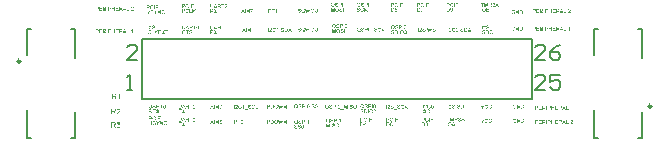
<source format=gto>
G04*
G04 #@! TF.GenerationSoftware,Altium Limited,Altium Designer,21.6.1 (37)*
G04*
G04 Layer_Color=65535*
%FSLAX25Y25*%
%MOIN*%
G70*
G04*
G04 #@! TF.SameCoordinates,094AEC64-6FA2-4D50-AE7A-0E8442ED52D6*
G04*
G04*
G04 #@! TF.FilePolarity,Positive*
G04*
G01*
G75*
%ADD10C,0.00984*%
%ADD11C,0.00787*%
%ADD12C,0.00800*%
G36*
X218304Y71734D02*
X218317D01*
X218352Y71731D01*
X218391Y71725D01*
X218432Y71716D01*
X218476Y71705D01*
X218517Y71690D01*
X218519D01*
X218523Y71688D01*
X218528Y71684D01*
X218535Y71681D01*
X218554Y71672D01*
X218578Y71655D01*
X218606Y71636D01*
X218634Y71612D01*
X218659Y71585D01*
X218684Y71553D01*
Y71551D01*
X218685Y71549D01*
X218689Y71544D01*
X218693Y71538D01*
X218702Y71520D01*
X218713Y71496D01*
X218726Y71466D01*
X218735Y71431D01*
X218745Y71394D01*
X218748Y71353D01*
X218585Y71340D01*
Y71342D01*
Y71346D01*
X218584Y71351D01*
X218582Y71361D01*
X218576Y71381D01*
X218569Y71409D01*
X218558Y71438D01*
X218541Y71468D01*
X218521Y71496D01*
X218495Y71522D01*
X218491Y71524D01*
X218482Y71531D01*
X218463Y71542D01*
X218439Y71553D01*
X218408Y71564D01*
X218371Y71575D01*
X218325Y71583D01*
X218273Y71585D01*
X218247D01*
X218236Y71583D01*
X218221Y71581D01*
X218188Y71577D01*
X218151Y71570D01*
X218114Y71561D01*
X218079Y71546D01*
X218064Y71536D01*
X218049Y71527D01*
X218045Y71525D01*
X218038Y71518D01*
X218027Y71505D01*
X218016Y71490D01*
X218003Y71470D01*
X217992Y71448D01*
X217984Y71422D01*
X217981Y71392D01*
Y71389D01*
Y71381D01*
X217982Y71368D01*
X217986Y71353D01*
X217992Y71335D01*
X218001Y71316D01*
X218012Y71298D01*
X218029Y71279D01*
X218031Y71277D01*
X218040Y71272D01*
X218047Y71266D01*
X218055Y71263D01*
X218066Y71257D01*
X218079Y71250D01*
X218095Y71244D01*
X218114Y71237D01*
X218134Y71229D01*
X218158Y71220D01*
X218184Y71213D01*
X218214Y71204D01*
X218247Y71196D01*
X218284Y71187D01*
X218286D01*
X218293Y71185D01*
X218304Y71183D01*
X218317Y71179D01*
X218334Y71176D01*
X218354Y71170D01*
X218375Y71165D01*
X218397Y71159D01*
X218445Y71146D01*
X218491Y71133D01*
X218513Y71126D01*
X218534Y71118D01*
X218552Y71113D01*
X218567Y71105D01*
X218569D01*
X218572Y71104D01*
X218578Y71100D01*
X218585Y71096D01*
X218606Y71085D01*
X218630Y71070D01*
X218658Y71050D01*
X218685Y71028D01*
X218711Y71002D01*
X218734Y70974D01*
X218735Y70970D01*
X218743Y70961D01*
X218750Y70944D01*
X218761Y70922D01*
X218771Y70896D01*
X218780Y70865D01*
X218785Y70830D01*
X218787Y70793D01*
Y70791D01*
Y70789D01*
Y70784D01*
Y70776D01*
X218783Y70756D01*
X218780Y70730D01*
X218772Y70700D01*
X218763Y70669D01*
X218748Y70636D01*
X218728Y70600D01*
Y70599D01*
X218726Y70597D01*
X218717Y70586D01*
X218704Y70569D01*
X218685Y70551D01*
X218661Y70528D01*
X218632Y70504D01*
X218598Y70482D01*
X218560Y70462D01*
X218558D01*
X218554Y70460D01*
X218548Y70458D01*
X218541Y70454D01*
X218530Y70451D01*
X218517Y70445D01*
X218487Y70438D01*
X218452Y70428D01*
X218410Y70419D01*
X218363Y70414D01*
X218314Y70412D01*
X218284D01*
X218269Y70414D01*
X218252D01*
X218234Y70415D01*
X218212Y70417D01*
X218165Y70425D01*
X218117Y70432D01*
X218069Y70445D01*
X218023Y70462D01*
X218021D01*
X218018Y70464D01*
X218012Y70467D01*
X218005Y70471D01*
X217982Y70482D01*
X217956Y70499D01*
X217927Y70521D01*
X217895Y70547D01*
X217866Y70578D01*
X217838Y70613D01*
Y70615D01*
X217834Y70619D01*
X217832Y70625D01*
X217827Y70632D01*
X217823Y70641D01*
X217818Y70652D01*
X217805Y70680D01*
X217792Y70715D01*
X217781Y70754D01*
X217773Y70798D01*
X217770Y70845D01*
X217929Y70859D01*
Y70858D01*
Y70856D01*
X217931Y70850D01*
Y70843D01*
X217934Y70826D01*
X217940Y70802D01*
X217947Y70778D01*
X217955Y70750D01*
X217968Y70724D01*
X217981Y70700D01*
X217982Y70698D01*
X217988Y70691D01*
X217997Y70678D01*
X218012Y70665D01*
X218031Y70648D01*
X218051Y70632D01*
X218079Y70615D01*
X218108Y70600D01*
X218110D01*
X218112Y70599D01*
X218117Y70597D01*
X218123Y70595D01*
X218142Y70589D01*
X218165Y70582D01*
X218195Y70574D01*
X218228Y70569D01*
X218265Y70565D01*
X218306Y70563D01*
X218323D01*
X218341Y70565D01*
X218363Y70567D01*
X218389Y70571D01*
X218419Y70574D01*
X218449Y70582D01*
X218476Y70591D01*
X218480Y70593D01*
X218489Y70597D01*
X218502Y70604D01*
X218519Y70612D01*
X218535Y70625D01*
X218554Y70637D01*
X218572Y70652D01*
X218587Y70671D01*
X218589Y70673D01*
X218593Y70680D01*
X218598Y70689D01*
X218606Y70704D01*
X218613Y70719D01*
X218619Y70737D01*
X218622Y70758D01*
X218624Y70780D01*
Y70782D01*
Y70791D01*
X218622Y70802D01*
X218621Y70817D01*
X218615Y70832D01*
X218609Y70850D01*
X218600Y70869D01*
X218587Y70885D01*
X218585Y70887D01*
X218580Y70893D01*
X218572Y70900D01*
X218560Y70911D01*
X218545Y70922D01*
X218524Y70935D01*
X218500Y70948D01*
X218473Y70959D01*
X218471Y70961D01*
X218461Y70963D01*
X218447Y70969D01*
X218438Y70970D01*
X218425Y70974D01*
X218412Y70980D01*
X218395Y70983D01*
X218376Y70989D01*
X218354Y70995D01*
X218332Y71000D01*
X218306Y71007D01*
X218277Y71015D01*
X218245Y71022D01*
X218243D01*
X218238Y71024D01*
X218228Y71026D01*
X218217Y71030D01*
X218202Y71033D01*
X218186Y71037D01*
X218149Y71048D01*
X218108Y71061D01*
X218066Y71074D01*
X218029Y71087D01*
X218012Y71094D01*
X217997Y71102D01*
X217995D01*
X217993Y71104D01*
X217982Y71111D01*
X217966Y71120D01*
X217947Y71135D01*
X217925Y71152D01*
X217903Y71172D01*
X217881Y71196D01*
X217862Y71222D01*
X217860Y71226D01*
X217855Y71235D01*
X217847Y71250D01*
X217840Y71268D01*
X217832Y71292D01*
X217825Y71320D01*
X217820Y71350D01*
X217818Y71381D01*
Y71383D01*
Y71385D01*
Y71390D01*
Y71398D01*
X217821Y71416D01*
X217825Y71440D01*
X217831Y71468D01*
X217840Y71500D01*
X217853Y71531D01*
X217871Y71562D01*
Y71564D01*
X217873Y71566D01*
X217882Y71577D01*
X217895Y71592D01*
X217912Y71610D01*
X217934Y71631D01*
X217962Y71653D01*
X217995Y71673D01*
X218032Y71692D01*
X218034D01*
X218038Y71694D01*
X218043Y71696D01*
X218051Y71699D01*
X218060Y71703D01*
X218073Y71707D01*
X218101Y71714D01*
X218136Y71722D01*
X218177Y71729D01*
X218219Y71734D01*
X218267Y71736D01*
X218291D01*
X218304Y71734D01*
D02*
G37*
G36*
X216116D02*
X216129D01*
X216164Y71731D01*
X216203Y71725D01*
X216243Y71716D01*
X216288Y71705D01*
X216329Y71690D01*
X216330D01*
X216334Y71688D01*
X216340Y71684D01*
X216347Y71681D01*
X216366Y71672D01*
X216389Y71655D01*
X216417Y71636D01*
X216445Y71612D01*
X216471Y71585D01*
X216495Y71553D01*
Y71551D01*
X216497Y71549D01*
X216500Y71544D01*
X216504Y71538D01*
X216513Y71520D01*
X216525Y71496D01*
X216537Y71466D01*
X216547Y71431D01*
X216556Y71394D01*
X216560Y71353D01*
X216397Y71340D01*
Y71342D01*
Y71346D01*
X216395Y71351D01*
X216393Y71361D01*
X216388Y71381D01*
X216380Y71409D01*
X216369Y71438D01*
X216353Y71468D01*
X216332Y71496D01*
X216306Y71522D01*
X216303Y71524D01*
X216293Y71531D01*
X216275Y71542D01*
X216251Y71553D01*
X216219Y71564D01*
X216182Y71575D01*
X216136Y71583D01*
X216084Y71585D01*
X216058D01*
X216047Y71583D01*
X216033Y71581D01*
X215999Y71577D01*
X215962Y71570D01*
X215925Y71561D01*
X215890Y71546D01*
X215875Y71536D01*
X215860Y71527D01*
X215857Y71525D01*
X215849Y71518D01*
X215838Y71505D01*
X215827Y71490D01*
X215814Y71470D01*
X215803Y71448D01*
X215796Y71422D01*
X215792Y71392D01*
Y71389D01*
Y71381D01*
X215794Y71368D01*
X215797Y71353D01*
X215803Y71335D01*
X215812Y71316D01*
X215823Y71298D01*
X215840Y71279D01*
X215842Y71277D01*
X215851Y71272D01*
X215859Y71266D01*
X215866Y71263D01*
X215877Y71257D01*
X215890Y71250D01*
X215907Y71244D01*
X215925Y71237D01*
X215946Y71229D01*
X215970Y71220D01*
X215996Y71213D01*
X216025Y71204D01*
X216058Y71196D01*
X216095Y71187D01*
X216097D01*
X216105Y71185D01*
X216116Y71183D01*
X216129Y71179D01*
X216145Y71176D01*
X216166Y71170D01*
X216186Y71165D01*
X216208Y71159D01*
X216256Y71146D01*
X216303Y71133D01*
X216325Y71126D01*
X216345Y71118D01*
X216364Y71113D01*
X216378Y71105D01*
X216380D01*
X216384Y71104D01*
X216389Y71100D01*
X216397Y71096D01*
X216417Y71085D01*
X216441Y71070D01*
X216469Y71050D01*
X216497Y71028D01*
X216523Y71002D01*
X216545Y70974D01*
X216547Y70970D01*
X216554Y70961D01*
X216562Y70944D01*
X216573Y70922D01*
X216582Y70896D01*
X216591Y70865D01*
X216597Y70830D01*
X216599Y70793D01*
Y70791D01*
Y70789D01*
Y70784D01*
Y70776D01*
X216595Y70756D01*
X216591Y70730D01*
X216584Y70700D01*
X216575Y70669D01*
X216560Y70636D01*
X216539Y70600D01*
Y70599D01*
X216537Y70597D01*
X216528Y70586D01*
X216515Y70569D01*
X216497Y70551D01*
X216473Y70528D01*
X216443Y70504D01*
X216410Y70482D01*
X216371Y70462D01*
X216369D01*
X216366Y70460D01*
X216360Y70458D01*
X216353Y70454D01*
X216341Y70451D01*
X216329Y70445D01*
X216299Y70438D01*
X216264Y70428D01*
X216221Y70419D01*
X216175Y70414D01*
X216125Y70412D01*
X216095D01*
X216081Y70414D01*
X216064D01*
X216045Y70415D01*
X216023Y70417D01*
X215977Y70425D01*
X215929Y70432D01*
X215881Y70445D01*
X215834Y70462D01*
X215833D01*
X215829Y70464D01*
X215823Y70467D01*
X215816Y70471D01*
X215794Y70482D01*
X215768Y70499D01*
X215738Y70521D01*
X215707Y70547D01*
X215677Y70578D01*
X215650Y70613D01*
Y70615D01*
X215646Y70619D01*
X215644Y70625D01*
X215638Y70632D01*
X215635Y70641D01*
X215629Y70652D01*
X215616Y70680D01*
X215603Y70715D01*
X215592Y70754D01*
X215585Y70798D01*
X215581Y70845D01*
X215740Y70859D01*
Y70858D01*
Y70856D01*
X215742Y70850D01*
Y70843D01*
X215746Y70826D01*
X215751Y70802D01*
X215759Y70778D01*
X215766Y70750D01*
X215779Y70724D01*
X215792Y70700D01*
X215794Y70698D01*
X215799Y70691D01*
X215809Y70678D01*
X215823Y70665D01*
X215842Y70648D01*
X215862Y70632D01*
X215890Y70615D01*
X215920Y70600D01*
X215921D01*
X215923Y70599D01*
X215929Y70597D01*
X215934Y70595D01*
X215953Y70589D01*
X215977Y70582D01*
X216007Y70574D01*
X216040Y70569D01*
X216077Y70565D01*
X216118Y70563D01*
X216134D01*
X216153Y70565D01*
X216175Y70567D01*
X216201Y70571D01*
X216230Y70574D01*
X216260Y70582D01*
X216288Y70591D01*
X216291Y70593D01*
X216301Y70597D01*
X216314Y70604D01*
X216330Y70612D01*
X216347Y70625D01*
X216366Y70637D01*
X216384Y70652D01*
X216399Y70671D01*
X216401Y70673D01*
X216404Y70680D01*
X216410Y70689D01*
X216417Y70704D01*
X216425Y70719D01*
X216430Y70737D01*
X216434Y70758D01*
X216436Y70780D01*
Y70782D01*
Y70791D01*
X216434Y70802D01*
X216432Y70817D01*
X216426Y70832D01*
X216421Y70850D01*
X216412Y70869D01*
X216399Y70885D01*
X216397Y70887D01*
X216391Y70893D01*
X216384Y70900D01*
X216371Y70911D01*
X216356Y70922D01*
X216336Y70935D01*
X216312Y70948D01*
X216284Y70959D01*
X216282Y70961D01*
X216273Y70963D01*
X216258Y70969D01*
X216249Y70970D01*
X216236Y70974D01*
X216223Y70980D01*
X216206Y70983D01*
X216188Y70989D01*
X216166Y70995D01*
X216143Y71000D01*
X216118Y71007D01*
X216088Y71015D01*
X216056Y71022D01*
X216055D01*
X216049Y71024D01*
X216040Y71026D01*
X216029Y71030D01*
X216014Y71033D01*
X215997Y71037D01*
X215960Y71048D01*
X215920Y71061D01*
X215877Y71074D01*
X215840Y71087D01*
X215823Y71094D01*
X215809Y71102D01*
X215807D01*
X215805Y71104D01*
X215794Y71111D01*
X215777Y71120D01*
X215759Y71135D01*
X215737Y71152D01*
X215714Y71172D01*
X215692Y71196D01*
X215674Y71222D01*
X215672Y71226D01*
X215666Y71235D01*
X215659Y71250D01*
X215651Y71268D01*
X215644Y71292D01*
X215637Y71320D01*
X215631Y71350D01*
X215629Y71381D01*
Y71383D01*
Y71385D01*
Y71390D01*
Y71398D01*
X215633Y71416D01*
X215637Y71440D01*
X215642Y71468D01*
X215651Y71500D01*
X215664Y71531D01*
X215683Y71562D01*
Y71564D01*
X215685Y71566D01*
X215694Y71577D01*
X215707Y71592D01*
X215723Y71610D01*
X215746Y71631D01*
X215774Y71653D01*
X215807Y71673D01*
X215844Y71692D01*
X215846D01*
X215849Y71694D01*
X215855Y71696D01*
X215862Y71699D01*
X215872Y71703D01*
X215884Y71707D01*
X215912Y71714D01*
X215947Y71722D01*
X215988Y71729D01*
X216031Y71734D01*
X216079Y71736D01*
X216103D01*
X216116Y71734D01*
D02*
G37*
G36*
X219605D02*
X219621Y71733D01*
X219642Y71731D01*
X219662Y71729D01*
X219686Y71723D01*
X219736Y71712D01*
X219792Y71696D01*
X219819Y71684D01*
X219845Y71672D01*
X219871Y71655D01*
X219897Y71638D01*
X219899Y71636D01*
X219903Y71635D01*
X219910Y71629D01*
X219919Y71620D01*
X219929Y71610D01*
X219941Y71598D01*
X219954Y71583D01*
X219969Y71568D01*
X219984Y71549D01*
X219999Y71527D01*
X220016Y71505D01*
X220030Y71481D01*
X220043Y71453D01*
X220058Y71425D01*
X220069Y71396D01*
X220080Y71363D01*
X219914Y71324D01*
Y71326D01*
X219912Y71329D01*
X219908Y71337D01*
X219904Y71346D01*
X219901Y71357D01*
X219895Y71372D01*
X219881Y71402D01*
X219862Y71435D01*
X219840Y71468D01*
X219812Y71500D01*
X219782Y71527D01*
X219779Y71531D01*
X219768Y71538D01*
X219749Y71548D01*
X219725Y71561D01*
X219694Y71572D01*
X219658Y71583D01*
X219616Y71590D01*
X219570Y71592D01*
X219555D01*
X219546Y71590D01*
X219533D01*
X219518Y71588D01*
X219483Y71583D01*
X219444Y71575D01*
X219403Y71562D01*
X219361Y71544D01*
X219322Y71520D01*
X219320D01*
X219318Y71516D01*
X219305Y71507D01*
X219288Y71492D01*
X219268Y71470D01*
X219244Y71442D01*
X219222Y71411D01*
X219201Y71372D01*
X219183Y71329D01*
Y71328D01*
X219181Y71324D01*
X219179Y71318D01*
X219178Y71309D01*
X219174Y71298D01*
X219170Y71285D01*
X219164Y71254D01*
X219157Y71216D01*
X219150Y71176D01*
X219146Y71131D01*
X219144Y71083D01*
Y71081D01*
Y71076D01*
Y71067D01*
Y71056D01*
X219146Y71043D01*
Y71026D01*
X219148Y71007D01*
X219150Y70987D01*
X219155Y70943D01*
X219164Y70895D01*
X219176Y70846D01*
X219190Y70798D01*
Y70797D01*
X219192Y70793D01*
X219196Y70787D01*
X219200Y70778D01*
X219211Y70756D01*
X219227Y70730D01*
X219248Y70700D01*
X219274Y70669D01*
X219303Y70641D01*
X219338Y70615D01*
X219340D01*
X219344Y70613D01*
X219350Y70610D01*
X219357Y70606D01*
X219366Y70602D01*
X219377Y70597D01*
X219403Y70586D01*
X219437Y70574D01*
X219474Y70565D01*
X219514Y70558D01*
X219557Y70556D01*
X219570D01*
X219581Y70558D01*
X219594D01*
X219607Y70560D01*
X219640Y70567D01*
X219679Y70576D01*
X219718Y70591D01*
X219758Y70612D01*
X219779Y70623D01*
X219797Y70637D01*
X219799Y70639D01*
X219801Y70641D01*
X219807Y70647D01*
X219814Y70652D01*
X219821Y70661D01*
X219830Y70673D01*
X219842Y70684D01*
X219851Y70698D01*
X219862Y70715D01*
X219875Y70734D01*
X219886Y70752D01*
X219897Y70774D01*
X219906Y70798D01*
X219916Y70824D01*
X219925Y70852D01*
X219932Y70882D01*
X220103Y70839D01*
Y70837D01*
X220101Y70830D01*
X220097Y70819D01*
X220091Y70804D01*
X220086Y70787D01*
X220078Y70767D01*
X220069Y70745D01*
X220058Y70721D01*
X220032Y70669D01*
X219999Y70617D01*
X219978Y70591D01*
X219958Y70565D01*
X219936Y70543D01*
X219910Y70521D01*
X219908Y70519D01*
X219904Y70515D01*
X219895Y70512D01*
X219886Y70504D01*
X219871Y70495D01*
X219856Y70486D01*
X219836Y70477D01*
X219816Y70467D01*
X219792Y70456D01*
X219766Y70447D01*
X219738Y70438D01*
X219708Y70428D01*
X219677Y70421D01*
X219644Y70417D01*
X219608Y70414D01*
X219571Y70412D01*
X219551D01*
X219536Y70414D01*
X219520D01*
X219499Y70415D01*
X219477Y70419D01*
X219451Y70423D01*
X219398Y70432D01*
X219342Y70447D01*
X219287Y70467D01*
X219261Y70480D01*
X219235Y70495D01*
X219233Y70497D01*
X219229Y70499D01*
X219222Y70504D01*
X219215Y70512D01*
X219203Y70519D01*
X219190Y70530D01*
X219176Y70543D01*
X219161Y70558D01*
X219146Y70574D01*
X219129Y70591D01*
X219096Y70634D01*
X219065Y70684D01*
X219037Y70739D01*
Y70741D01*
X219033Y70747D01*
X219031Y70756D01*
X219026Y70767D01*
X219022Y70782D01*
X219017Y70800D01*
X219009Y70821D01*
X219004Y70843D01*
X218998Y70867D01*
X218991Y70895D01*
X218981Y70952D01*
X218974Y71017D01*
X218970Y71083D01*
Y71085D01*
Y71092D01*
Y71104D01*
X218972Y71117D01*
Y71135D01*
X218974Y71154D01*
X218976Y71178D01*
X218980Y71202D01*
X218989Y71255D01*
X219002Y71315D01*
X219020Y71374D01*
X219046Y71431D01*
X219048Y71433D01*
X219050Y71438D01*
X219054Y71446D01*
X219061Y71455D01*
X219068Y71468D01*
X219078Y71483D01*
X219102Y71516D01*
X219133Y71553D01*
X219170Y71590D01*
X219213Y71627D01*
X219263Y71659D01*
X219264Y71661D01*
X219270Y71662D01*
X219277Y71666D01*
X219287Y71672D01*
X219301Y71677D01*
X219316Y71683D01*
X219335Y71690D01*
X219355Y71697D01*
X219377Y71705D01*
X219401Y71712D01*
X219453Y71723D01*
X219512Y71733D01*
X219573Y71736D01*
X219592D01*
X219605Y71734D01*
D02*
G37*
G36*
X220802Y71194D02*
X221362Y70434D01*
X221139D01*
X220683Y71080D01*
X220474Y70878D01*
Y70434D01*
X220304D01*
Y71714D01*
X220474D01*
Y71078D01*
X221107Y71714D01*
X221338D01*
X220802Y71194D01*
D02*
G37*
G36*
X215034Y71718D02*
X215048Y71716D01*
X215067Y71714D01*
X215087Y71710D01*
X215107Y71707D01*
X215156Y71694D01*
X215204Y71675D01*
X215228Y71664D01*
X215252Y71651D01*
X215274Y71635D01*
X215294Y71616D01*
X215296Y71614D01*
X215300Y71612D01*
X215304Y71605D01*
X215311Y71598D01*
X215320Y71588D01*
X215330Y71575D01*
X215339Y71562D01*
X215350Y71546D01*
X215368Y71511D01*
X215387Y71466D01*
X215394Y71444D01*
X215398Y71418D01*
X215402Y71392D01*
X215404Y71364D01*
Y71361D01*
Y71351D01*
X215402Y71337D01*
X215400Y71316D01*
X215396Y71294D01*
X215389Y71268D01*
X215381Y71241D01*
X215370Y71213D01*
X215368Y71209D01*
X215365Y71200D01*
X215357Y71185D01*
X215346Y71165D01*
X215331Y71143D01*
X215313Y71115D01*
X215291Y71087D01*
X215265Y71056D01*
X215261Y71052D01*
X215252Y71041D01*
X215243Y71031D01*
X215233Y71022D01*
X215222Y71011D01*
X215207Y70996D01*
X215193Y70982D01*
X215174Y70965D01*
X215156Y70946D01*
X215133Y70926D01*
X215109Y70906D01*
X215083Y70882D01*
X215054Y70858D01*
X215024Y70832D01*
X215022Y70830D01*
X215019Y70826D01*
X215011Y70821D01*
X215002Y70813D01*
X214991Y70802D01*
X214978Y70791D01*
X214948Y70767D01*
X214917Y70739D01*
X214887Y70711D01*
X214861Y70687D01*
X214850Y70678D01*
X214841Y70669D01*
X214839Y70667D01*
X214834Y70661D01*
X214826Y70654D01*
X214817Y70643D01*
X214808Y70630D01*
X214797Y70617D01*
X214774Y70586D01*
X215405D01*
Y70434D01*
X214556D01*
Y70436D01*
Y70443D01*
Y70454D01*
X214558Y70469D01*
X214560Y70486D01*
X214564Y70504D01*
X214567Y70523D01*
X214575Y70543D01*
Y70545D01*
X214577Y70547D01*
X214580Y70558D01*
X214588Y70574D01*
X214599Y70597D01*
X214614Y70623D01*
X214632Y70652D01*
X214652Y70682D01*
X214678Y70713D01*
Y70715D01*
X214682Y70717D01*
X214691Y70728D01*
X214708Y70745D01*
X214732Y70769D01*
X214760Y70797D01*
X214795Y70830D01*
X214837Y70867D01*
X214884Y70906D01*
X214885Y70907D01*
X214893Y70913D01*
X214904Y70922D01*
X214917Y70933D01*
X214934Y70948D01*
X214954Y70965D01*
X214974Y70983D01*
X214998Y71004D01*
X215045Y71048D01*
X215091Y71092D01*
X215113Y71115D01*
X215133Y71137D01*
X215152Y71157D01*
X215167Y71178D01*
Y71179D01*
X215170Y71181D01*
X215174Y71187D01*
X215178Y71194D01*
X215191Y71215D01*
X215206Y71239D01*
X215218Y71268D01*
X215231Y71300D01*
X215239Y71335D01*
X215243Y71368D01*
Y71370D01*
Y71372D01*
X215241Y71383D01*
X215239Y71402D01*
X215233Y71422D01*
X215226Y71448D01*
X215213Y71474D01*
X215196Y71500D01*
X215174Y71525D01*
X215170Y71529D01*
X215161Y71536D01*
X215148Y71546D01*
X215128Y71559D01*
X215102Y71570D01*
X215072Y71581D01*
X215037Y71588D01*
X214998Y71590D01*
X214987D01*
X214980Y71588D01*
X214958Y71587D01*
X214932Y71581D01*
X214904Y71574D01*
X214873Y71561D01*
X214843Y71544D01*
X214815Y71522D01*
X214811Y71518D01*
X214804Y71509D01*
X214793Y71494D01*
X214782Y71472D01*
X214769Y71446D01*
X214758Y71413D01*
X214750Y71376D01*
X214747Y71333D01*
X214586Y71350D01*
Y71351D01*
X214588Y71357D01*
Y71366D01*
X214590Y71379D01*
X214593Y71394D01*
X214597Y71411D01*
X214602Y71431D01*
X214608Y71451D01*
X214623Y71496D01*
X214645Y71540D01*
X214658Y71562D01*
X214675Y71585D01*
X214691Y71605D01*
X214710Y71623D01*
X214712Y71625D01*
X214715Y71627D01*
X214721Y71633D01*
X214730Y71638D01*
X214741Y71646D01*
X214754Y71653D01*
X214769Y71662D01*
X214787Y71672D01*
X214808Y71681D01*
X214830Y71690D01*
X214854Y71697D01*
X214880Y71705D01*
X214908Y71710D01*
X214937Y71716D01*
X214969Y71718D01*
X215002Y71720D01*
X215020D01*
X215034Y71718D01*
D02*
G37*
G36*
X214343Y70434D02*
X214173D01*
Y71714D01*
X214343D01*
Y70434D01*
D02*
G37*
G36*
X217707Y70079D02*
X216665D01*
Y70192D01*
X217707D01*
Y70079D01*
D02*
G37*
G36*
X123700Y95669D02*
X123530D01*
Y96272D01*
X122867D01*
Y95669D01*
X122697D01*
Y96949D01*
X122867D01*
Y96424D01*
X123530D01*
Y96949D01*
X123700D01*
Y95669D01*
D02*
G37*
G36*
X129681D02*
X129524D01*
Y96670D01*
X129522Y96668D01*
X129513Y96661D01*
X129501Y96650D01*
X129483Y96637D01*
X129463Y96620D01*
X129437Y96602D01*
X129407Y96581D01*
X129374Y96561D01*
X129372D01*
X129370Y96559D01*
X129359Y96552D01*
X129340Y96543D01*
X129318Y96531D01*
X129292Y96518D01*
X129265Y96505D01*
X129237Y96492D01*
X129209Y96481D01*
Y96633D01*
X129211D01*
X129215Y96637D01*
X129222Y96639D01*
X129231Y96644D01*
X129242Y96650D01*
X129255Y96657D01*
X129287Y96676D01*
X129324Y96696D01*
X129361Y96722D01*
X129400Y96751D01*
X129438Y96783D01*
X129440Y96785D01*
X129442Y96787D01*
X129448Y96792D01*
X129455Y96798D01*
X129472Y96816D01*
X129494Y96838D01*
X129516Y96864D01*
X129540Y96894D01*
X129561Y96924D01*
X129579Y96955D01*
X129681D01*
Y95669D01*
D02*
G37*
G36*
X127823Y95821D02*
X128454D01*
Y95669D01*
X127653D01*
Y96949D01*
X127823D01*
Y95821D01*
D02*
G37*
G36*
X127524Y95669D02*
X127331D01*
X127181Y96058D01*
X126645D01*
X126506Y95669D01*
X126327D01*
X126815Y96949D01*
X127000D01*
X127524Y95669D01*
D02*
G37*
G36*
X125787Y96948D02*
X125803D01*
X125842Y96946D01*
X125883Y96940D01*
X125927Y96935D01*
X125968Y96925D01*
X125988Y96920D01*
X126005Y96914D01*
X126007D01*
X126009Y96912D01*
X126020Y96907D01*
X126036Y96899D01*
X126057Y96887D01*
X126079Y96870D01*
X126103Y96848D01*
X126125Y96822D01*
X126147Y96792D01*
Y96790D01*
X126149Y96789D01*
X126157Y96777D01*
X126164Y96759D01*
X126175Y96735D01*
X126184Y96707D01*
X126194Y96674D01*
X126199Y96639D01*
X126201Y96600D01*
Y96598D01*
Y96594D01*
Y96587D01*
X126199Y96578D01*
Y96565D01*
X126197Y96552D01*
X126190Y96520D01*
X126179Y96483D01*
X126164Y96444D01*
X126142Y96406D01*
X126127Y96387D01*
X126112Y96369D01*
X126110Y96367D01*
X126109Y96365D01*
X126103Y96359D01*
X126095Y96354D01*
X126086Y96346D01*
X126075Y96339D01*
X126060Y96330D01*
X126046Y96319D01*
X126027Y96309D01*
X126007Y96300D01*
X125985Y96289D01*
X125961Y96280D01*
X125933Y96272D01*
X125905Y96263D01*
X125873Y96258D01*
X125840Y96252D01*
X125844Y96250D01*
X125851Y96246D01*
X125862Y96239D01*
X125877Y96232D01*
X125910Y96211D01*
X125927Y96198D01*
X125942Y96187D01*
X125946Y96184D01*
X125955Y96174D01*
X125970Y96159D01*
X125988Y96141D01*
X126009Y96115D01*
X126033Y96087D01*
X126057Y96054D01*
X126083Y96017D01*
X126303Y95669D01*
X126092D01*
X125924Y95936D01*
Y95938D01*
X125920Y95941D01*
X125916Y95947D01*
X125910Y95954D01*
X125898Y95974D01*
X125881Y96000D01*
X125861Y96028D01*
X125840Y96058D01*
X125820Y96086D01*
X125801Y96111D01*
X125800Y96113D01*
X125794Y96121D01*
X125785Y96132D01*
X125772Y96145D01*
X125744Y96172D01*
X125729Y96185D01*
X125714Y96197D01*
X125713Y96198D01*
X125709Y96200D01*
X125701Y96204D01*
X125690Y96210D01*
X125679Y96215D01*
X125666Y96221D01*
X125637Y96230D01*
X125635D01*
X125631Y96232D01*
X125624D01*
X125615Y96233D01*
X125602Y96235D01*
X125587D01*
X125566Y96237D01*
X125348D01*
Y95669D01*
X125178D01*
Y96949D01*
X125772D01*
X125787Y96948D01*
D02*
G37*
G36*
X124911Y96798D02*
X124155D01*
Y96407D01*
X124863D01*
Y96256D01*
X124155D01*
Y95821D01*
X124941D01*
Y95669D01*
X123985D01*
Y96949D01*
X124911D01*
Y96798D01*
D02*
G37*
G36*
X122051Y96948D02*
X122083Y96946D01*
X122116Y96944D01*
X122148Y96940D01*
X122175Y96937D01*
X122179D01*
X122192Y96933D01*
X122209Y96929D01*
X122231Y96924D01*
X122255Y96914D01*
X122281Y96903D01*
X122309Y96890D01*
X122333Y96876D01*
X122336Y96874D01*
X122344Y96868D01*
X122355Y96857D01*
X122370Y96844D01*
X122386Y96827D01*
X122403Y96805D01*
X122421Y96781D01*
X122436Y96753D01*
X122438Y96750D01*
X122442Y96740D01*
X122449Y96724D01*
X122457Y96702D01*
X122462Y96676D01*
X122469Y96646D01*
X122473Y96613D01*
X122475Y96578D01*
Y96576D01*
Y96570D01*
Y96563D01*
X122473Y96550D01*
X122471Y96537D01*
X122469Y96520D01*
X122466Y96502D01*
X122462Y96481D01*
X122449Y96439D01*
X122442Y96417D01*
X122431Y96393D01*
X122418Y96369D01*
X122405Y96346D01*
X122388Y96324D01*
X122370Y96302D01*
X122368Y96300D01*
X122364Y96296D01*
X122359Y96291D01*
X122349Y96285D01*
X122338Y96276D01*
X122323Y96267D01*
X122305Y96256D01*
X122284Y96246D01*
X122260Y96235D01*
X122233Y96224D01*
X122203Y96215D01*
X122168Y96208D01*
X122131Y96200D01*
X122090Y96195D01*
X122044Y96191D01*
X121996Y96189D01*
X121669D01*
Y95669D01*
X121498D01*
Y96949D01*
X122024D01*
X122051Y96948D01*
D02*
G37*
G36*
X121199Y95669D02*
X121028D01*
Y96949D01*
X121199D01*
Y95669D01*
D02*
G37*
G36*
X120320Y96948D02*
X120336D01*
X120375Y96946D01*
X120416Y96940D01*
X120460Y96935D01*
X120501Y96925D01*
X120521Y96920D01*
X120538Y96914D01*
X120540D01*
X120542Y96912D01*
X120553Y96907D01*
X120570Y96899D01*
X120590Y96887D01*
X120612Y96870D01*
X120636Y96848D01*
X120658Y96822D01*
X120681Y96792D01*
Y96790D01*
X120682Y96789D01*
X120690Y96777D01*
X120697Y96759D01*
X120708Y96735D01*
X120718Y96707D01*
X120727Y96674D01*
X120732Y96639D01*
X120734Y96600D01*
Y96598D01*
Y96594D01*
Y96587D01*
X120732Y96578D01*
Y96565D01*
X120730Y96552D01*
X120723Y96520D01*
X120712Y96483D01*
X120697Y96444D01*
X120675Y96406D01*
X120660Y96387D01*
X120645Y96369D01*
X120644Y96367D01*
X120642Y96365D01*
X120636Y96359D01*
X120629Y96354D01*
X120619Y96346D01*
X120608Y96339D01*
X120594Y96330D01*
X120579Y96319D01*
X120560Y96309D01*
X120540Y96300D01*
X120518Y96289D01*
X120494Y96280D01*
X120466Y96272D01*
X120438Y96263D01*
X120407Y96258D01*
X120373Y96252D01*
X120377Y96250D01*
X120385Y96246D01*
X120396Y96239D01*
X120411Y96232D01*
X120444Y96211D01*
X120460Y96198D01*
X120475Y96187D01*
X120479Y96184D01*
X120488Y96174D01*
X120503Y96159D01*
X120521Y96141D01*
X120542Y96115D01*
X120566Y96087D01*
X120590Y96054D01*
X120616Y96017D01*
X120836Y95669D01*
X120625D01*
X120457Y95936D01*
Y95938D01*
X120453Y95941D01*
X120449Y95947D01*
X120444Y95954D01*
X120431Y95974D01*
X120414Y96000D01*
X120394Y96028D01*
X120373Y96058D01*
X120353Y96086D01*
X120335Y96111D01*
X120333Y96113D01*
X120327Y96121D01*
X120318Y96132D01*
X120305Y96145D01*
X120277Y96172D01*
X120263Y96185D01*
X120248Y96197D01*
X120246Y96198D01*
X120242Y96200D01*
X120235Y96204D01*
X120224Y96210D01*
X120212Y96215D01*
X120200Y96221D01*
X120170Y96230D01*
X120168D01*
X120164Y96232D01*
X120157D01*
X120148Y96233D01*
X120135Y96235D01*
X120120D01*
X120100Y96237D01*
X119881D01*
Y95669D01*
X119711D01*
Y96949D01*
X120305D01*
X120320Y96948D01*
D02*
G37*
G36*
X119445Y96798D02*
X118688D01*
Y96407D01*
X119397D01*
Y96256D01*
X118688D01*
Y95821D01*
X119474D01*
Y95669D01*
X118518D01*
Y96949D01*
X119445D01*
Y96798D01*
D02*
G37*
G36*
X117876Y96948D02*
X117907Y96946D01*
X117941Y96944D01*
X117972Y96940D01*
X118000Y96937D01*
X118004D01*
X118017Y96933D01*
X118033Y96929D01*
X118055Y96924D01*
X118079Y96914D01*
X118105Y96903D01*
X118133Y96890D01*
X118157Y96876D01*
X118161Y96874D01*
X118168Y96868D01*
X118179Y96857D01*
X118194Y96844D01*
X118211Y96827D01*
X118228Y96805D01*
X118246Y96781D01*
X118261Y96753D01*
X118263Y96750D01*
X118266Y96740D01*
X118274Y96724D01*
X118281Y96702D01*
X118287Y96676D01*
X118294Y96646D01*
X118298Y96613D01*
X118300Y96578D01*
Y96576D01*
Y96570D01*
Y96563D01*
X118298Y96550D01*
X118296Y96537D01*
X118294Y96520D01*
X118290Y96502D01*
X118287Y96481D01*
X118274Y96439D01*
X118266Y96417D01*
X118255Y96393D01*
X118242Y96369D01*
X118229Y96346D01*
X118213Y96324D01*
X118194Y96302D01*
X118192Y96300D01*
X118189Y96296D01*
X118183Y96291D01*
X118174Y96285D01*
X118163Y96276D01*
X118148Y96267D01*
X118129Y96256D01*
X118109Y96246D01*
X118085Y96235D01*
X118057Y96224D01*
X118028Y96215D01*
X117992Y96208D01*
X117956Y96200D01*
X117915Y96195D01*
X117869Y96191D01*
X117821Y96189D01*
X117493D01*
Y95669D01*
X117323D01*
Y96949D01*
X117848D01*
X117876Y96948D01*
D02*
G37*
G36*
X197599Y105737D02*
X197612D01*
X197647Y105733D01*
X197686Y105728D01*
X197727Y105719D01*
X197771Y105707D01*
X197812Y105693D01*
X197813D01*
X197817Y105691D01*
X197823Y105687D01*
X197830Y105683D01*
X197849Y105674D01*
X197873Y105657D01*
X197900Y105639D01*
X197928Y105615D01*
X197954Y105587D01*
X197978Y105556D01*
Y105554D01*
X197980Y105552D01*
X197984Y105546D01*
X197987Y105541D01*
X197997Y105522D01*
X198008Y105498D01*
X198021Y105469D01*
X198030Y105434D01*
X198039Y105397D01*
X198043Y105356D01*
X197880Y105343D01*
Y105345D01*
Y105349D01*
X197878Y105354D01*
X197876Y105363D01*
X197871Y105384D01*
X197863Y105411D01*
X197852Y105441D01*
X197836Y105471D01*
X197815Y105498D01*
X197789Y105524D01*
X197786Y105526D01*
X197776Y105534D01*
X197758Y105545D01*
X197734Y105556D01*
X197702Y105567D01*
X197665Y105578D01*
X197619Y105585D01*
X197567Y105587D01*
X197541D01*
X197530Y105585D01*
X197516Y105583D01*
X197482Y105580D01*
X197445Y105572D01*
X197408Y105563D01*
X197373Y105548D01*
X197358Y105539D01*
X197344Y105530D01*
X197340Y105528D01*
X197332Y105521D01*
X197321Y105508D01*
X197310Y105493D01*
X197297Y105473D01*
X197286Y105450D01*
X197279Y105424D01*
X197275Y105395D01*
Y105391D01*
Y105384D01*
X197277Y105371D01*
X197281Y105356D01*
X197286Y105337D01*
X197295Y105319D01*
X197307Y105300D01*
X197323Y105282D01*
X197325Y105280D01*
X197334Y105274D01*
X197342Y105269D01*
X197349Y105265D01*
X197360Y105260D01*
X197373Y105252D01*
X197390Y105247D01*
X197408Y105239D01*
X197429Y105232D01*
X197453Y105223D01*
X197479Y105215D01*
X197508Y105206D01*
X197541Y105199D01*
X197579Y105189D01*
X197580D01*
X197588Y105188D01*
X197599Y105186D01*
X197612Y105182D01*
X197628Y105178D01*
X197649Y105173D01*
X197669Y105167D01*
X197691Y105162D01*
X197739Y105149D01*
X197786Y105136D01*
X197808Y105128D01*
X197828Y105121D01*
X197847Y105115D01*
X197862Y105108D01*
X197863D01*
X197867Y105106D01*
X197873Y105102D01*
X197880Y105099D01*
X197900Y105088D01*
X197924Y105073D01*
X197952Y105052D01*
X197980Y105030D01*
X198006Y105004D01*
X198028Y104977D01*
X198030Y104973D01*
X198037Y104964D01*
X198045Y104947D01*
X198056Y104925D01*
X198065Y104899D01*
X198074Y104867D01*
X198080Y104832D01*
X198082Y104795D01*
Y104794D01*
Y104792D01*
Y104786D01*
Y104779D01*
X198078Y104758D01*
X198074Y104732D01*
X198067Y104703D01*
X198058Y104671D01*
X198043Y104638D01*
X198022Y104603D01*
Y104601D01*
X198021Y104599D01*
X198011Y104588D01*
X197998Y104571D01*
X197980Y104553D01*
X197956Y104531D01*
X197926Y104507D01*
X197893Y104484D01*
X197854Y104464D01*
X197852D01*
X197849Y104462D01*
X197843Y104461D01*
X197836Y104457D01*
X197825Y104453D01*
X197812Y104448D01*
X197782Y104440D01*
X197747Y104431D01*
X197704Y104422D01*
X197658Y104416D01*
X197608Y104414D01*
X197579D01*
X197564Y104416D01*
X197547D01*
X197529Y104418D01*
X197506Y104420D01*
X197460Y104427D01*
X197412Y104435D01*
X197364Y104448D01*
X197318Y104464D01*
X197316D01*
X197312Y104466D01*
X197307Y104470D01*
X197299Y104473D01*
X197277Y104484D01*
X197251Y104501D01*
X197221Y104523D01*
X197190Y104549D01*
X197160Y104581D01*
X197133Y104616D01*
Y104618D01*
X197129Y104622D01*
X197127Y104627D01*
X197122Y104634D01*
X197118Y104644D01*
X197112Y104655D01*
X197099Y104683D01*
X197086Y104718D01*
X197075Y104756D01*
X197068Y104801D01*
X197064Y104847D01*
X197223Y104862D01*
Y104860D01*
Y104858D01*
X197225Y104853D01*
Y104845D01*
X197229Y104829D01*
X197234Y104805D01*
X197242Y104780D01*
X197249Y104753D01*
X197262Y104727D01*
X197275Y104703D01*
X197277Y104701D01*
X197283Y104694D01*
X197292Y104681D01*
X197307Y104668D01*
X197325Y104651D01*
X197345Y104634D01*
X197373Y104618D01*
X197403Y104603D01*
X197405D01*
X197406Y104601D01*
X197412Y104599D01*
X197417Y104597D01*
X197436Y104592D01*
X197460Y104584D01*
X197490Y104577D01*
X197523Y104571D01*
X197560Y104568D01*
X197601Y104566D01*
X197617D01*
X197636Y104568D01*
X197658Y104570D01*
X197684Y104573D01*
X197713Y104577D01*
X197743Y104584D01*
X197771Y104594D01*
X197775Y104596D01*
X197784Y104599D01*
X197797Y104607D01*
X197813Y104614D01*
X197830Y104627D01*
X197849Y104640D01*
X197867Y104655D01*
X197882Y104673D01*
X197884Y104675D01*
X197887Y104683D01*
X197893Y104692D01*
X197900Y104707D01*
X197908Y104721D01*
X197913Y104740D01*
X197917Y104760D01*
X197919Y104782D01*
Y104784D01*
Y104794D01*
X197917Y104805D01*
X197915Y104819D01*
X197910Y104834D01*
X197904Y104853D01*
X197895Y104871D01*
X197882Y104888D01*
X197880Y104890D01*
X197874Y104895D01*
X197867Y104903D01*
X197854Y104914D01*
X197839Y104925D01*
X197819Y104938D01*
X197795Y104951D01*
X197767Y104962D01*
X197765Y104964D01*
X197756Y104966D01*
X197741Y104971D01*
X197732Y104973D01*
X197719Y104977D01*
X197706Y104982D01*
X197689Y104986D01*
X197671Y104991D01*
X197649Y104997D01*
X197627Y105002D01*
X197601Y105010D01*
X197571Y105017D01*
X197540Y105025D01*
X197538D01*
X197532Y105027D01*
X197523Y105028D01*
X197512Y105032D01*
X197497Y105036D01*
X197480Y105040D01*
X197443Y105051D01*
X197403Y105064D01*
X197360Y105077D01*
X197323Y105089D01*
X197307Y105097D01*
X197292Y105104D01*
X197290D01*
X197288Y105106D01*
X197277Y105114D01*
X197260Y105123D01*
X197242Y105138D01*
X197220Y105154D01*
X197197Y105175D01*
X197175Y105199D01*
X197157Y105225D01*
X197155Y105228D01*
X197149Y105237D01*
X197142Y105252D01*
X197134Y105271D01*
X197127Y105295D01*
X197120Y105323D01*
X197114Y105352D01*
X197112Y105384D01*
Y105385D01*
Y105387D01*
Y105393D01*
Y105400D01*
X197116Y105419D01*
X197120Y105443D01*
X197125Y105471D01*
X197134Y105502D01*
X197147Y105534D01*
X197166Y105565D01*
Y105567D01*
X197168Y105569D01*
X197177Y105580D01*
X197190Y105595D01*
X197207Y105613D01*
X197229Y105633D01*
X197257Y105656D01*
X197290Y105676D01*
X197327Y105694D01*
X197329D01*
X197332Y105696D01*
X197338Y105698D01*
X197345Y105702D01*
X197355Y105705D01*
X197368Y105709D01*
X197395Y105717D01*
X197431Y105724D01*
X197471Y105731D01*
X197514Y105737D01*
X197562Y105739D01*
X197586D01*
X197599Y105737D01*
D02*
G37*
G36*
X200533Y104436D02*
X200376D01*
Y105437D01*
X200374Y105435D01*
X200365Y105428D01*
X200354Y105417D01*
X200335Y105404D01*
X200315Y105387D01*
X200289Y105369D01*
X200259Y105349D01*
X200226Y105328D01*
X200224D01*
X200222Y105326D01*
X200211Y105319D01*
X200192Y105310D01*
X200170Y105299D01*
X200144Y105286D01*
X200117Y105273D01*
X200089Y105260D01*
X200061Y105249D01*
Y105400D01*
X200063D01*
X200067Y105404D01*
X200074Y105406D01*
X200083Y105411D01*
X200095Y105417D01*
X200107Y105424D01*
X200139Y105443D01*
X200176Y105463D01*
X200213Y105489D01*
X200252Y105519D01*
X200291Y105550D01*
X200292Y105552D01*
X200294Y105554D01*
X200300Y105559D01*
X200307Y105565D01*
X200324Y105583D01*
X200346Y105606D01*
X200368Y105631D01*
X200392Y105661D01*
X200413Y105691D01*
X200431Y105722D01*
X200533D01*
Y104436D01*
D02*
G37*
G36*
X199706D02*
X199536D01*
Y105717D01*
X199706D01*
Y104436D01*
D02*
G37*
G36*
X198868Y105715D02*
X198899Y105713D01*
X198933Y105711D01*
X198964Y105707D01*
X198992Y105704D01*
X198996D01*
X199009Y105700D01*
X199025Y105696D01*
X199047Y105691D01*
X199071Y105682D01*
X199097Y105670D01*
X199125Y105657D01*
X199149Y105643D01*
X199153Y105641D01*
X199160Y105635D01*
X199171Y105624D01*
X199186Y105611D01*
X199203Y105595D01*
X199219Y105572D01*
X199238Y105548D01*
X199253Y105521D01*
X199255Y105517D01*
X199258Y105508D01*
X199266Y105491D01*
X199273Y105469D01*
X199279Y105443D01*
X199286Y105413D01*
X199290Y105380D01*
X199292Y105345D01*
Y105343D01*
Y105337D01*
Y105330D01*
X199290Y105317D01*
X199288Y105304D01*
X199286Y105287D01*
X199282Y105269D01*
X199279Y105249D01*
X199266Y105206D01*
X199258Y105184D01*
X199247Y105160D01*
X199234Y105136D01*
X199221Y105114D01*
X199205Y105091D01*
X199186Y105069D01*
X199184Y105067D01*
X199181Y105064D01*
X199175Y105058D01*
X199166Y105052D01*
X199155Y105043D01*
X199140Y105034D01*
X199121Y105023D01*
X199101Y105014D01*
X199077Y105002D01*
X199049Y104991D01*
X199020Y104982D01*
X198985Y104975D01*
X198948Y104967D01*
X198907Y104962D01*
X198861Y104958D01*
X198812Y104956D01*
X198485D01*
Y104436D01*
X198315D01*
Y105717D01*
X198840D01*
X198868Y105715D01*
D02*
G37*
G36*
X196311Y105737D02*
X196328D01*
X196344Y105735D01*
X196367Y105731D01*
X196389Y105728D01*
X196437Y105719D01*
X196493Y105704D01*
X196546Y105682D01*
X196574Y105669D01*
X196602Y105654D01*
X196604Y105652D01*
X196607Y105650D01*
X196615Y105645D01*
X196626Y105639D01*
X196637Y105630D01*
X196652Y105619D01*
X196683Y105593D01*
X196716Y105559D01*
X196753Y105519D01*
X196789Y105471D01*
X196818Y105417D01*
Y105415D01*
X196822Y105410D01*
X196826Y105402D01*
X196829Y105391D01*
X196837Y105376D01*
X196842Y105360D01*
X196850Y105339D01*
X196857Y105317D01*
X196862Y105293D01*
X196870Y105267D01*
X196877Y105239D01*
X196883Y105210D01*
X196890Y105145D01*
X196894Y105077D01*
Y105075D01*
Y105069D01*
Y105062D01*
Y105051D01*
X196892Y105036D01*
Y105019D01*
X196890Y105001D01*
X196888Y104982D01*
X196883Y104938D01*
X196874Y104890D01*
X196862Y104840D01*
X196846Y104792D01*
Y104790D01*
X196844Y104786D01*
X196840Y104779D01*
X196837Y104771D01*
X196831Y104760D01*
X196826Y104747D01*
X196811Y104718D01*
X196790Y104683D01*
X196765Y104646D01*
X196735Y104609D01*
X196702Y104571D01*
X196703D01*
X196707Y104568D01*
X196713Y104564D01*
X196722Y104559D01*
X196731Y104551D01*
X196744Y104544D01*
X196772Y104527D01*
X196805Y104507D01*
X196842Y104486D01*
X196881Y104470D01*
X196918Y104453D01*
X196868Y104337D01*
X196866D01*
X196862Y104338D01*
X196855Y104342D01*
X196844Y104346D01*
X196831Y104351D01*
X196816Y104359D01*
X196800Y104366D01*
X196781Y104375D01*
X196740Y104398D01*
X196694Y104423D01*
X196644Y104457D01*
X196592Y104494D01*
X196591D01*
X196587Y104490D01*
X196578Y104486D01*
X196568Y104481D01*
X196554Y104475D01*
X196539Y104468D01*
X196520Y104462D01*
X196500Y104455D01*
X196478Y104448D01*
X196454Y104440D01*
X196400Y104427D01*
X196341Y104418D01*
X196309Y104416D01*
X196278Y104414D01*
X196261D01*
X196248Y104416D01*
X196233D01*
X196215Y104418D01*
X196195Y104422D01*
X196172Y104425D01*
X196124Y104435D01*
X196071Y104449D01*
X196015Y104470D01*
X195989Y104483D01*
X195962Y104498D01*
X195960Y104499D01*
X195956Y104501D01*
X195949Y104507D01*
X195939Y104512D01*
X195926Y104522D01*
X195914Y104533D01*
X195882Y104559D01*
X195847Y104592D01*
X195812Y104632D01*
X195777Y104679D01*
X195745Y104732D01*
Y104734D01*
X195741Y104740D01*
X195738Y104747D01*
X195734Y104758D01*
X195729Y104773D01*
X195721Y104790D01*
X195714Y104810D01*
X195708Y104832D01*
X195701Y104856D01*
X195693Y104882D01*
X195688Y104910D01*
X195680Y104941D01*
X195673Y105006D01*
X195669Y105075D01*
Y105077D01*
Y105084D01*
Y105093D01*
X195671Y105106D01*
Y105123D01*
X195673Y105143D01*
X195675Y105165D01*
X195678Y105189D01*
X195688Y105243D01*
X195701Y105300D01*
X195719Y105361D01*
X195745Y105421D01*
X195747Y105422D01*
X195749Y105428D01*
X195753Y105435D01*
X195760Y105447D01*
X195767Y105459D01*
X195777Y105474D01*
X195802Y105509D01*
X195832Y105546D01*
X195871Y105585D01*
X195914Y105624D01*
X195963Y105657D01*
X195965Y105659D01*
X195971Y105661D01*
X195978Y105665D01*
X195989Y105670D01*
X196002Y105676D01*
X196017Y105683D01*
X196036Y105691D01*
X196056Y105698D01*
X196080Y105705D01*
X196104Y105713D01*
X196158Y105726D01*
X196217Y105735D01*
X196248Y105739D01*
X196298D01*
X196311Y105737D01*
D02*
G37*
G36*
X199034Y104079D02*
X199047D01*
X199083Y104075D01*
X199121Y104069D01*
X199162Y104060D01*
X199206Y104049D01*
X199247Y104034D01*
X199249D01*
X199253Y104032D01*
X199258Y104029D01*
X199266Y104025D01*
X199284Y104016D01*
X199308Y103999D01*
X199336Y103981D01*
X199364Y103957D01*
X199390Y103929D01*
X199414Y103897D01*
Y103895D01*
X199416Y103894D01*
X199419Y103888D01*
X199423Y103883D01*
X199432Y103864D01*
X199443Y103840D01*
X199456Y103810D01*
X199466Y103775D01*
X199475Y103738D01*
X199478Y103698D01*
X199316Y103685D01*
Y103686D01*
Y103690D01*
X199314Y103696D01*
X199312Y103705D01*
X199306Y103725D01*
X199299Y103753D01*
X199288Y103783D01*
X199271Y103812D01*
X199251Y103840D01*
X199225Y103866D01*
X199221Y103868D01*
X199212Y103875D01*
X199194Y103886D01*
X199170Y103897D01*
X199138Y103909D01*
X199101Y103920D01*
X199055Y103927D01*
X199003Y103929D01*
X198977D01*
X198966Y103927D01*
X198951Y103925D01*
X198918Y103921D01*
X198881Y103914D01*
X198844Y103905D01*
X198809Y103890D01*
X198794Y103881D01*
X198779Y103872D01*
X198775Y103870D01*
X198768Y103862D01*
X198757Y103849D01*
X198746Y103834D01*
X198733Y103814D01*
X198722Y103792D01*
X198714Y103766D01*
X198711Y103736D01*
Y103733D01*
Y103725D01*
X198713Y103712D01*
X198716Y103698D01*
X198722Y103679D01*
X198731Y103661D01*
X198742Y103642D01*
X198759Y103624D01*
X198761Y103622D01*
X198770Y103616D01*
X198777Y103611D01*
X198785Y103607D01*
X198796Y103601D01*
X198809Y103594D01*
X198825Y103588D01*
X198844Y103581D01*
X198864Y103574D01*
X198888Y103564D01*
X198914Y103557D01*
X198944Y103548D01*
X198977Y103540D01*
X199014Y103531D01*
X199016D01*
X199023Y103529D01*
X199034Y103527D01*
X199047Y103524D01*
X199064Y103520D01*
X199084Y103514D01*
X199105Y103509D01*
X199127Y103503D01*
X199175Y103490D01*
X199221Y103477D01*
X199243Y103470D01*
X199264Y103463D01*
X199282Y103457D01*
X199297Y103450D01*
X199299D01*
X199303Y103448D01*
X199308Y103444D01*
X199316Y103440D01*
X199336Y103429D01*
X199360Y103414D01*
X199388Y103394D01*
X199416Y103372D01*
X199441Y103346D01*
X199464Y103318D01*
X199466Y103315D01*
X199473Y103305D01*
X199480Y103289D01*
X199491Y103267D01*
X199501Y103241D01*
X199510Y103209D01*
X199515Y103174D01*
X199517Y103137D01*
Y103135D01*
Y103133D01*
Y103128D01*
Y103120D01*
X199514Y103100D01*
X199510Y103074D01*
X199503Y103044D01*
X199493Y103013D01*
X199478Y102980D01*
X199458Y102945D01*
Y102943D01*
X199456Y102941D01*
X199447Y102930D01*
X199434Y102913D01*
X199416Y102895D01*
X199391Y102873D01*
X199362Y102848D01*
X199329Y102826D01*
X199290Y102806D01*
X199288D01*
X199284Y102804D01*
X199279Y102802D01*
X199271Y102798D01*
X199260Y102795D01*
X199247Y102789D01*
X199218Y102782D01*
X199182Y102773D01*
X199140Y102763D01*
X199094Y102758D01*
X199044Y102756D01*
X199014D01*
X198999Y102758D01*
X198983D01*
X198964Y102760D01*
X198942Y102761D01*
X198896Y102769D01*
X198848Y102776D01*
X198800Y102789D01*
X198753Y102806D01*
X198751D01*
X198748Y102808D01*
X198742Y102811D01*
X198735Y102815D01*
X198713Y102826D01*
X198687Y102843D01*
X198657Y102865D01*
X198626Y102891D01*
X198596Y102922D01*
X198568Y102958D01*
Y102959D01*
X198565Y102963D01*
X198563Y102969D01*
X198557Y102976D01*
X198553Y102985D01*
X198548Y102996D01*
X198535Y103024D01*
X198522Y103059D01*
X198511Y103098D01*
X198503Y103143D01*
X198500Y103189D01*
X198659Y103204D01*
Y103202D01*
Y103200D01*
X198661Y103194D01*
Y103187D01*
X198664Y103170D01*
X198670Y103146D01*
X198677Y103122D01*
X198685Y103094D01*
X198698Y103069D01*
X198711Y103044D01*
X198713Y103043D01*
X198718Y103035D01*
X198727Y103022D01*
X198742Y103009D01*
X198761Y102993D01*
X198781Y102976D01*
X198809Y102959D01*
X198838Y102945D01*
X198840D01*
X198842Y102943D01*
X198848Y102941D01*
X198853Y102939D01*
X198872Y102934D01*
X198896Y102926D01*
X198925Y102919D01*
X198959Y102913D01*
X198996Y102910D01*
X199036Y102908D01*
X199053D01*
X199071Y102910D01*
X199094Y102911D01*
X199119Y102915D01*
X199149Y102919D01*
X199179Y102926D01*
X199206Y102935D01*
X199210Y102937D01*
X199219Y102941D01*
X199232Y102948D01*
X199249Y102956D01*
X199266Y102969D01*
X199284Y102982D01*
X199303Y102996D01*
X199318Y103015D01*
X199319Y103017D01*
X199323Y103024D01*
X199329Y103033D01*
X199336Y103048D01*
X199343Y103063D01*
X199349Y103082D01*
X199353Y103102D01*
X199355Y103124D01*
Y103126D01*
Y103135D01*
X199353Y103146D01*
X199351Y103161D01*
X199345Y103176D01*
X199340Y103194D01*
X199330Y103213D01*
X199318Y103229D01*
X199316Y103231D01*
X199310Y103237D01*
X199303Y103244D01*
X199290Y103255D01*
X199275Y103267D01*
X199255Y103279D01*
X199231Y103292D01*
X199203Y103304D01*
X199201Y103305D01*
X199192Y103307D01*
X199177Y103313D01*
X199168Y103315D01*
X199155Y103318D01*
X199142Y103324D01*
X199125Y103328D01*
X199107Y103333D01*
X199084Y103339D01*
X199062Y103344D01*
X199036Y103352D01*
X199007Y103359D01*
X198975Y103366D01*
X198973D01*
X198968Y103368D01*
X198959Y103370D01*
X198948Y103374D01*
X198933Y103377D01*
X198916Y103381D01*
X198879Y103392D01*
X198838Y103405D01*
X198796Y103418D01*
X198759Y103431D01*
X198742Y103439D01*
X198727Y103446D01*
X198725D01*
X198724Y103448D01*
X198713Y103455D01*
X198696Y103464D01*
X198677Y103479D01*
X198655Y103496D01*
X198633Y103516D01*
X198611Y103540D01*
X198592Y103566D01*
X198590Y103570D01*
X198585Y103579D01*
X198577Y103594D01*
X198570Y103612D01*
X198563Y103637D01*
X198555Y103664D01*
X198550Y103694D01*
X198548Y103725D01*
Y103727D01*
Y103729D01*
Y103735D01*
Y103742D01*
X198552Y103761D01*
X198555Y103785D01*
X198561Y103812D01*
X198570Y103844D01*
X198583Y103875D01*
X198601Y103907D01*
Y103909D01*
X198603Y103910D01*
X198613Y103921D01*
X198626Y103936D01*
X198642Y103955D01*
X198664Y103975D01*
X198692Y103997D01*
X198725Y104018D01*
X198763Y104036D01*
X198764D01*
X198768Y104038D01*
X198774Y104040D01*
X198781Y104043D01*
X198790Y104047D01*
X198803Y104051D01*
X198831Y104058D01*
X198866Y104066D01*
X198907Y104073D01*
X198949Y104079D01*
X198997Y104080D01*
X199021D01*
X199034Y104079D01*
D02*
G37*
G36*
X196890Y102778D02*
X196728D01*
Y103849D01*
X196354Y102778D01*
X196202D01*
X195832Y103868D01*
Y102778D01*
X195669D01*
Y104058D01*
X195923D01*
X196226Y103150D01*
Y103148D01*
X196228Y103144D01*
X196230Y103139D01*
X196233Y103130D01*
X196241Y103107D01*
X196250Y103080D01*
X196259Y103048D01*
X196271Y103017D01*
X196280Y102987D01*
X196287Y102961D01*
X196289Y102965D01*
X196291Y102974D01*
X196296Y102991D01*
X196304Y103013D01*
X196313Y103043D01*
X196326Y103078D01*
X196339Y103119D01*
X196356Y103167D01*
X196663Y104058D01*
X196890D01*
Y102778D01*
D02*
G37*
G36*
X199948D02*
X199778D01*
Y104058D01*
X199948D01*
Y102778D01*
D02*
G37*
G36*
X197756Y104079D02*
X197773D01*
X197789Y104077D01*
X197812Y104073D01*
X197834Y104069D01*
X197882Y104060D01*
X197937Y104045D01*
X197991Y104023D01*
X198019Y104010D01*
X198047Y103995D01*
X198048Y103994D01*
X198052Y103992D01*
X198059Y103986D01*
X198071Y103981D01*
X198082Y103971D01*
X198097Y103960D01*
X198128Y103934D01*
X198161Y103901D01*
X198198Y103860D01*
X198233Y103812D01*
X198263Y103759D01*
Y103757D01*
X198267Y103751D01*
X198270Y103744D01*
X198274Y103733D01*
X198282Y103718D01*
X198287Y103701D01*
X198294Y103681D01*
X198302Y103659D01*
X198307Y103635D01*
X198315Y103609D01*
X198322Y103579D01*
X198328Y103550D01*
X198335Y103485D01*
X198339Y103414D01*
Y103413D01*
Y103405D01*
Y103396D01*
X198337Y103381D01*
Y103365D01*
X198335Y103344D01*
X198331Y103322D01*
X198330Y103298D01*
X198320Y103244D01*
X198305Y103185D01*
X198285Y103126D01*
X198274Y103096D01*
X198259Y103067D01*
Y103065D01*
X198256Y103059D01*
X198252Y103052D01*
X198245Y103041D01*
X198237Y103028D01*
X198228Y103015D01*
X198202Y102980D01*
X198170Y102943D01*
X198134Y102904D01*
X198089Y102867D01*
X198037Y102834D01*
X198035D01*
X198032Y102830D01*
X198022Y102826D01*
X198011Y102821D01*
X197998Y102815D01*
X197984Y102810D01*
X197965Y102802D01*
X197945Y102795D01*
X197923Y102787D01*
X197898Y102780D01*
X197845Y102769D01*
X197787Y102760D01*
X197727Y102756D01*
X197708D01*
X197697Y102758D01*
X197680D01*
X197662Y102761D01*
X197641Y102763D01*
X197617Y102767D01*
X197567Y102778D01*
X197514Y102793D01*
X197458Y102815D01*
X197431Y102828D01*
X197403Y102843D01*
X197401Y102845D01*
X197397Y102847D01*
X197390Y102852D01*
X197379Y102859D01*
X197368Y102867D01*
X197355Y102878D01*
X197323Y102906D01*
X197288Y102939D01*
X197251Y102980D01*
X197218Y103026D01*
X197186Y103080D01*
Y103082D01*
X197183Y103087D01*
X197179Y103094D01*
X197175Y103106D01*
X197170Y103120D01*
X197164Y103137D01*
X197157Y103156D01*
X197151Y103176D01*
X197144Y103200D01*
X197136Y103224D01*
X197125Y103279D01*
X197118Y103337D01*
X197114Y103400D01*
Y103402D01*
Y103403D01*
Y103414D01*
X197116Y103431D01*
Y103453D01*
X197120Y103479D01*
X197123Y103511D01*
X197129Y103546D01*
X197136Y103583D01*
X197144Y103622D01*
X197155Y103662D01*
X197170Y103703D01*
X197186Y103746D01*
X197205Y103786D01*
X197229Y103827D01*
X197255Y103864D01*
X197284Y103899D01*
X197286Y103901D01*
X197292Y103907D01*
X197303Y103916D01*
X197316Y103927D01*
X197332Y103942D01*
X197353Y103957D01*
X197377Y103973D01*
X197405Y103990D01*
X197434Y104007D01*
X197468Y104023D01*
X197504Y104038D01*
X197543Y104053D01*
X197586Y104064D01*
X197630Y104073D01*
X197677Y104079D01*
X197727Y104080D01*
X197743D01*
X197756Y104079D01*
D02*
G37*
G36*
X215951Y67454D02*
X215968Y67452D01*
X215988Y67450D01*
X216008Y67448D01*
X216033Y67443D01*
X216082Y67431D01*
X216138Y67415D01*
X216166Y67404D01*
X216192Y67391D01*
X216217Y67374D01*
X216243Y67357D01*
X216245Y67356D01*
X216249Y67354D01*
X216256Y67348D01*
X216266Y67339D01*
X216275Y67330D01*
X216288Y67317D01*
X216301Y67302D01*
X216316Y67287D01*
X216330Y67269D01*
X216345Y67247D01*
X216362Y67224D01*
X216377Y67200D01*
X216389Y67172D01*
X216404Y67145D01*
X216415Y67115D01*
X216426Y67082D01*
X216260Y67043D01*
Y67045D01*
X216258Y67049D01*
X216254Y67056D01*
X216251Y67065D01*
X216247Y67076D01*
X216242Y67091D01*
X216227Y67121D01*
X216208Y67154D01*
X216186Y67187D01*
X216158Y67219D01*
X216129Y67247D01*
X216125Y67250D01*
X216114Y67258D01*
X216095Y67267D01*
X216071Y67280D01*
X216040Y67291D01*
X216005Y67302D01*
X215962Y67309D01*
X215916Y67311D01*
X215901D01*
X215892Y67309D01*
X215879D01*
X215864Y67308D01*
X215829Y67302D01*
X215790Y67295D01*
X215749Y67282D01*
X215707Y67263D01*
X215668Y67239D01*
X215666D01*
X215664Y67235D01*
X215651Y67226D01*
X215635Y67211D01*
X215614Y67189D01*
X215590Y67161D01*
X215568Y67130D01*
X215548Y67091D01*
X215529Y67049D01*
Y67047D01*
X215527Y67043D01*
X215526Y67037D01*
X215524Y67028D01*
X215520Y67017D01*
X215516Y67004D01*
X215511Y66973D01*
X215503Y66936D01*
X215496Y66895D01*
X215492Y66851D01*
X215490Y66803D01*
Y66801D01*
Y66795D01*
Y66786D01*
Y66775D01*
X215492Y66762D01*
Y66745D01*
X215494Y66727D01*
X215496Y66706D01*
X215501Y66662D01*
X215511Y66614D01*
X215522Y66566D01*
X215537Y66518D01*
Y66516D01*
X215539Y66512D01*
X215542Y66506D01*
X215546Y66497D01*
X215557Y66475D01*
X215574Y66449D01*
X215594Y66420D01*
X215620Y66388D01*
X215650Y66360D01*
X215685Y66334D01*
X215686D01*
X215690Y66333D01*
X215696Y66329D01*
X215703Y66325D01*
X215712Y66321D01*
X215723Y66316D01*
X215749Y66305D01*
X215783Y66294D01*
X215820Y66285D01*
X215860Y66277D01*
X215903Y66275D01*
X215916D01*
X215927Y66277D01*
X215940D01*
X215953Y66279D01*
X215986Y66286D01*
X216025Y66296D01*
X216064Y66310D01*
X216105Y66331D01*
X216125Y66342D01*
X216143Y66357D01*
X216145Y66359D01*
X216147Y66360D01*
X216153Y66366D01*
X216160Y66371D01*
X216167Y66381D01*
X216177Y66392D01*
X216188Y66403D01*
X216197Y66418D01*
X216208Y66434D01*
X216221Y66453D01*
X216232Y66471D01*
X216243Y66493D01*
X216253Y66518D01*
X216262Y66544D01*
X216271Y66571D01*
X216279Y66601D01*
X216449Y66558D01*
Y66556D01*
X216447Y66549D01*
X216443Y66538D01*
X216438Y66523D01*
X216432Y66506D01*
X216425Y66486D01*
X216415Y66464D01*
X216404Y66440D01*
X216378Y66388D01*
X216345Y66336D01*
X216325Y66310D01*
X216304Y66285D01*
X216282Y66262D01*
X216256Y66240D01*
X216254Y66238D01*
X216251Y66234D01*
X216242Y66231D01*
X216232Y66223D01*
X216217Y66214D01*
X216203Y66205D01*
X216182Y66196D01*
X216162Y66186D01*
X216138Y66175D01*
X216112Y66166D01*
X216084Y66157D01*
X216055Y66148D01*
X216023Y66140D01*
X215990Y66136D01*
X215955Y66133D01*
X215918Y66131D01*
X215897D01*
X215883Y66133D01*
X215866D01*
X215846Y66135D01*
X215823Y66138D01*
X215797Y66142D01*
X215744Y66151D01*
X215688Y66166D01*
X215633Y66186D01*
X215607Y66199D01*
X215581Y66214D01*
X215579Y66216D01*
X215576Y66218D01*
X215568Y66223D01*
X215561Y66231D01*
X215550Y66238D01*
X215537Y66249D01*
X215522Y66262D01*
X215507Y66277D01*
X215492Y66294D01*
X215476Y66310D01*
X215442Y66353D01*
X215411Y66403D01*
X215383Y66458D01*
Y66460D01*
X215379Y66466D01*
X215378Y66475D01*
X215372Y66486D01*
X215368Y66501D01*
X215363Y66519D01*
X215355Y66540D01*
X215350Y66562D01*
X215344Y66586D01*
X215337Y66614D01*
X215328Y66671D01*
X215320Y66736D01*
X215317Y66803D01*
Y66804D01*
Y66812D01*
Y66823D01*
X215318Y66836D01*
Y66854D01*
X215320Y66873D01*
X215322Y66897D01*
X215326Y66921D01*
X215335Y66975D01*
X215348Y67034D01*
X215367Y67093D01*
X215392Y67150D01*
X215394Y67152D01*
X215396Y67158D01*
X215400Y67165D01*
X215407Y67174D01*
X215415Y67187D01*
X215424Y67202D01*
X215448Y67235D01*
X215479Y67272D01*
X215516Y67309D01*
X215559Y67346D01*
X215609Y67378D01*
X215611Y67380D01*
X215616Y67382D01*
X215624Y67385D01*
X215633Y67391D01*
X215648Y67396D01*
X215663Y67402D01*
X215681Y67409D01*
X215701Y67417D01*
X215723Y67424D01*
X215748Y67431D01*
X215799Y67443D01*
X215859Y67452D01*
X215920Y67456D01*
X215938D01*
X215951Y67454D01*
D02*
G37*
G36*
X218029Y67282D02*
X217333D01*
Y66886D01*
X217934D01*
Y66734D01*
X217333D01*
Y66153D01*
X217163D01*
Y67433D01*
X218029D01*
Y67282D01*
D02*
G37*
G36*
X216856Y66153D02*
X216686D01*
Y67433D01*
X216856D01*
Y66153D01*
D02*
G37*
G36*
X214726Y67431D02*
X214758Y67430D01*
X214791Y67428D01*
X214823Y67424D01*
X214850Y67420D01*
X214854D01*
X214867Y67417D01*
X214884Y67413D01*
X214906Y67407D01*
X214930Y67398D01*
X214956Y67387D01*
X214984Y67374D01*
X215008Y67359D01*
X215011Y67357D01*
X215019Y67352D01*
X215030Y67341D01*
X215045Y67328D01*
X215061Y67311D01*
X215078Y67289D01*
X215096Y67265D01*
X215111Y67237D01*
X215113Y67234D01*
X215117Y67224D01*
X215124Y67208D01*
X215131Y67185D01*
X215137Y67159D01*
X215144Y67130D01*
X215148Y67097D01*
X215150Y67062D01*
Y67060D01*
Y67054D01*
Y67047D01*
X215148Y67034D01*
X215146Y67021D01*
X215144Y67004D01*
X215141Y66986D01*
X215137Y66965D01*
X215124Y66923D01*
X215117Y66900D01*
X215106Y66877D01*
X215093Y66852D01*
X215080Y66830D01*
X215063Y66808D01*
X215045Y66786D01*
X215043Y66784D01*
X215039Y66780D01*
X215034Y66775D01*
X215024Y66769D01*
X215013Y66760D01*
X214998Y66751D01*
X214980Y66740D01*
X214960Y66730D01*
X214935Y66719D01*
X214908Y66708D01*
X214878Y66699D01*
X214843Y66691D01*
X214806Y66684D01*
X214765Y66679D01*
X214719Y66675D01*
X214671Y66673D01*
X214343D01*
Y66153D01*
X214173D01*
Y67433D01*
X214699D01*
X214726Y67431D01*
D02*
G37*
G36*
X215879Y65873D02*
X215892D01*
X215907Y65871D01*
X215942Y65864D01*
X215981Y65855D01*
X216021Y65840D01*
X216062Y65817D01*
X216082Y65805D01*
X216101Y65790D01*
X216103Y65788D01*
X216105Y65786D01*
X216110Y65781D01*
X216116Y65775D01*
X216125Y65766D01*
X216132Y65755D01*
X216153Y65729D01*
X216173Y65695D01*
X216192Y65655D01*
X216208Y65609D01*
X216219Y65557D01*
X216062Y65544D01*
Y65546D01*
X216060Y65547D01*
X216058Y65558D01*
X216053Y65575D01*
X216045Y65596D01*
X216038Y65618D01*
X216027Y65640D01*
X216014Y65660D01*
X216001Y65677D01*
X215997Y65681D01*
X215990Y65688D01*
X215977Y65699D01*
X215958Y65712D01*
X215934Y65723D01*
X215909Y65734D01*
X215877Y65742D01*
X215844Y65745D01*
X215831D01*
X215816Y65743D01*
X215799Y65740D01*
X215777Y65734D01*
X215755Y65727D01*
X215733Y65718D01*
X215711Y65703D01*
X215707Y65701D01*
X215698Y65694D01*
X215685Y65681D01*
X215668Y65662D01*
X215650Y65640D01*
X215629Y65614D01*
X215611Y65581D01*
X215592Y65544D01*
Y65542D01*
X215590Y65538D01*
X215588Y65533D01*
X215585Y65525D01*
X215583Y65514D01*
X215579Y65501D01*
X215576Y65486D01*
X215572Y65468D01*
X215566Y65447D01*
X215563Y65425D01*
X215559Y65401D01*
X215557Y65375D01*
X215553Y65346D01*
X215551Y65316D01*
X215550Y65283D01*
Y65250D01*
X215551Y65251D01*
X215559Y65263D01*
X215572Y65277D01*
X215588Y65296D01*
X215607Y65318D01*
X215631Y65338D01*
X215657Y65359D01*
X215686Y65377D01*
X215688D01*
X215690Y65379D01*
X215701Y65385D01*
X215718Y65390D01*
X215740Y65399D01*
X215766Y65407D01*
X215796Y65412D01*
X215827Y65418D01*
X215860Y65420D01*
X215875D01*
X215886Y65418D01*
X215901Y65416D01*
X215916Y65414D01*
X215934Y65411D01*
X215953Y65405D01*
X215996Y65392D01*
X216018Y65383D01*
X216040Y65370D01*
X216062Y65357D01*
X216086Y65342D01*
X216108Y65324D01*
X216129Y65303D01*
X216130Y65301D01*
X216134Y65298D01*
X216140Y65292D01*
X216145Y65283D01*
X216155Y65270D01*
X216164Y65257D01*
X216173Y65240D01*
X216184Y65222D01*
X216195Y65201D01*
X216205Y65179D01*
X216214Y65153D01*
X216223Y65127D01*
X216229Y65100D01*
X216234Y65068D01*
X216238Y65037D01*
X216240Y65004D01*
Y65002D01*
Y64998D01*
Y64992D01*
Y64983D01*
X216238Y64972D01*
Y64961D01*
X216232Y64931D01*
X216227Y64896D01*
X216217Y64859D01*
X216205Y64819D01*
X216186Y64780D01*
Y64778D01*
X216184Y64776D01*
X216180Y64770D01*
X216177Y64763D01*
X216166Y64745D01*
X216149Y64720D01*
X216129Y64695D01*
X216105Y64669D01*
X216075Y64643D01*
X216044Y64621D01*
X216042D01*
X216040Y64619D01*
X216034Y64615D01*
X216027Y64613D01*
X216008Y64604D01*
X215984Y64595D01*
X215953Y64584D01*
X215918Y64576D01*
X215879Y64569D01*
X215836Y64567D01*
X215827D01*
X215818Y64569D01*
X215803D01*
X215786Y64571D01*
X215768Y64574D01*
X215746Y64580D01*
X215723Y64585D01*
X215698Y64593D01*
X215672Y64602D01*
X215646Y64613D01*
X215618Y64628D01*
X215592Y64645D01*
X215566Y64663D01*
X215540Y64685D01*
X215516Y64711D01*
X215514Y64713D01*
X215511Y64719D01*
X215505Y64726D01*
X215498Y64739D01*
X215487Y64756D01*
X215477Y64774D01*
X215466Y64798D01*
X215455Y64824D01*
X215442Y64855D01*
X215431Y64891D01*
X215422Y64929D01*
X215413Y64972D01*
X215404Y65020D01*
X215398Y65072D01*
X215394Y65127D01*
X215392Y65187D01*
Y65188D01*
Y65190D01*
Y65196D01*
Y65203D01*
X215394Y65222D01*
Y65248D01*
X215396Y65277D01*
X215400Y65312D01*
X215404Y65351D01*
X215409Y65394D01*
X215416Y65436D01*
X215426Y65483D01*
X215437Y65527D01*
X215450Y65571D01*
X215466Y65614D01*
X215485Y65655D01*
X215505Y65694D01*
X215529Y65727D01*
X215531Y65729D01*
X215535Y65732D01*
X215542Y65740D01*
X215551Y65751D01*
X215563Y65762D01*
X215577Y65773D01*
X215596Y65788D01*
X215614Y65801D01*
X215637Y65814D01*
X215661Y65829D01*
X215688Y65840D01*
X215716Y65853D01*
X215748Y65862D01*
X215781Y65869D01*
X215816Y65873D01*
X215853Y65875D01*
X215868D01*
X215879Y65873D01*
D02*
G37*
G36*
X214699Y65868D02*
X214736Y65866D01*
X214773Y65862D01*
X214810Y65856D01*
X214841Y65851D01*
X214843D01*
X214847Y65849D01*
X214852D01*
X214860Y65845D01*
X214880Y65840D01*
X214906Y65830D01*
X214935Y65817D01*
X214967Y65801D01*
X214998Y65782D01*
X215028Y65758D01*
X215030Y65756D01*
X215032Y65755D01*
X215037Y65749D01*
X215045Y65743D01*
X215063Y65725D01*
X215085Y65699D01*
X215109Y65668D01*
X215135Y65631D01*
X215159Y65588D01*
X215180Y65540D01*
Y65538D01*
X215181Y65535D01*
X215185Y65527D01*
X215187Y65516D01*
X215193Y65503D01*
X215196Y65488D01*
X215200Y65472D01*
X215206Y65451D01*
X215211Y65431D01*
X215215Y65407D01*
X215224Y65355D01*
X215230Y65298D01*
X215231Y65235D01*
Y65233D01*
Y65229D01*
Y65220D01*
Y65211D01*
X215230Y65198D01*
Y65183D01*
X215228Y65148D01*
X215222Y65107D01*
X215217Y65065D01*
X215207Y65020D01*
X215196Y64976D01*
Y64974D01*
X215194Y64970D01*
X215193Y64965D01*
X215191Y64957D01*
X215183Y64937D01*
X215172Y64911D01*
X215161Y64881D01*
X215146Y64852D01*
X215128Y64820D01*
X215109Y64791D01*
X215107Y64787D01*
X215100Y64778D01*
X215089Y64765D01*
X215074Y64748D01*
X215057Y64730D01*
X215037Y64711D01*
X215017Y64691D01*
X214993Y64674D01*
X214989Y64672D01*
X214982Y64667D01*
X214969Y64659D01*
X214950Y64650D01*
X214928Y64639D01*
X214902Y64630D01*
X214873Y64619D01*
X214839Y64609D01*
X214836D01*
X214830Y64608D01*
X214824Y64606D01*
X214806Y64604D01*
X214780Y64600D01*
X214750Y64596D01*
X214715Y64593D01*
X214676Y64591D01*
X214634Y64589D01*
X214173D01*
Y65869D01*
X214665D01*
X214699Y65868D01*
D02*
G37*
G36*
X156518Y97374D02*
Y97372D01*
Y97365D01*
Y97356D01*
Y97343D01*
X156516Y97326D01*
Y97308D01*
X156515Y97285D01*
X156513Y97263D01*
X156507Y97213D01*
X156500Y97162D01*
X156489Y97111D01*
X156481Y97088D01*
X156474Y97065D01*
Y97063D01*
X156472Y97060D01*
X156468Y97054D01*
X156465Y97047D01*
X156454Y97026D01*
X156437Y97000D01*
X156415Y96971D01*
X156389Y96941D01*
X156355Y96910D01*
X156315Y96882D01*
X156313D01*
X156309Y96878D01*
X156304Y96877D01*
X156294Y96871D01*
X156283Y96865D01*
X156269Y96860D01*
X156254Y96854D01*
X156235Y96847D01*
X156215Y96840D01*
X156193Y96834D01*
X156169Y96829D01*
X156141Y96823D01*
X156113Y96819D01*
X156084Y96816D01*
X156017Y96812D01*
X156000D01*
X155987Y96814D01*
X155973D01*
X155954Y96816D01*
X155934Y96817D01*
X155913Y96819D01*
X155867Y96827D01*
X155817Y96838D01*
X155769Y96852D01*
X155723Y96873D01*
X155721D01*
X155717Y96877D01*
X155712Y96880D01*
X155704Y96884D01*
X155684Y96899D01*
X155660Y96919D01*
X155632Y96945D01*
X155606Y96975D01*
X155580Y97012D01*
X155560Y97052D01*
Y97054D01*
X155558Y97058D01*
X155556Y97065D01*
X155552Y97075D01*
X155549Y97086D01*
X155545Y97100D01*
X155540Y97117D01*
X155536Y97137D01*
X155532Y97160D01*
X155527Y97184D01*
X155523Y97210D01*
X155519Y97237D01*
X155516Y97269D01*
X155514Y97302D01*
X155512Y97337D01*
Y97374D01*
Y98114D01*
X155682D01*
Y97374D01*
Y97372D01*
Y97367D01*
Y97358D01*
Y97347D01*
X155684Y97334D01*
Y97317D01*
X155686Y97282D01*
X155689Y97241D01*
X155695Y97200D01*
X155702Y97162D01*
X155706Y97145D01*
X155712Y97128D01*
X155713Y97124D01*
X155717Y97115D01*
X155726Y97102D01*
X155737Y97084D01*
X155751Y97065D01*
X155769Y97045D01*
X155791Y97025D01*
X155817Y97008D01*
X155821Y97006D01*
X155830Y97000D01*
X155847Y96995D01*
X155869Y96988D01*
X155895Y96978D01*
X155928Y96973D01*
X155963Y96967D01*
X156002Y96965D01*
X156021D01*
X156032Y96967D01*
X156048D01*
X156065Y96969D01*
X156106Y96977D01*
X156150Y96986D01*
X156193Y97000D01*
X156233Y97021D01*
X156252Y97034D01*
X156269Y97049D01*
X156270Y97050D01*
X156272Y97052D01*
X156276Y97058D01*
X156281Y97065D01*
X156287Y97076D01*
X156294Y97088D01*
X156302Y97104D01*
X156309Y97121D01*
X156317Y97141D01*
X156322Y97165D01*
X156330Y97193D01*
X156335Y97223D01*
X156341Y97256D01*
X156344Y97291D01*
X156348Y97332D01*
Y97374D01*
Y98114D01*
X156518D01*
Y97374D01*
D02*
G37*
G36*
X160203Y97962D02*
X159782D01*
Y96834D01*
X159611D01*
Y97962D01*
X159190D01*
Y98114D01*
X160203D01*
Y97962D01*
D02*
G37*
G36*
X158605Y98112D02*
X158622D01*
X158660Y98111D01*
X158701Y98105D01*
X158746Y98099D01*
X158786Y98090D01*
X158807Y98085D01*
X158823Y98079D01*
X158825D01*
X158827Y98077D01*
X158838Y98072D01*
X158855Y98064D01*
X158875Y98051D01*
X158897Y98035D01*
X158921Y98013D01*
X158944Y97987D01*
X158966Y97957D01*
Y97955D01*
X158968Y97953D01*
X158975Y97942D01*
X158982Y97924D01*
X158993Y97900D01*
X159003Y97872D01*
X159012Y97839D01*
X159018Y97803D01*
X159019Y97765D01*
Y97763D01*
Y97759D01*
Y97752D01*
X159018Y97742D01*
Y97729D01*
X159016Y97716D01*
X159008Y97685D01*
X158997Y97648D01*
X158982Y97609D01*
X158960Y97570D01*
X158945Y97552D01*
X158931Y97533D01*
X158929Y97531D01*
X158927Y97530D01*
X158921Y97524D01*
X158914Y97518D01*
X158905Y97511D01*
X158894Y97504D01*
X158879Y97495D01*
X158864Y97483D01*
X158845Y97474D01*
X158825Y97465D01*
X158803Y97454D01*
X158779Y97444D01*
X158751Y97437D01*
X158723Y97428D01*
X158692Y97422D01*
X158659Y97417D01*
X158662Y97415D01*
X158670Y97411D01*
X158681Y97404D01*
X158696Y97396D01*
X158729Y97376D01*
X158746Y97363D01*
X158760Y97352D01*
X158764Y97348D01*
X158773Y97339D01*
X158788Y97324D01*
X158807Y97306D01*
X158827Y97280D01*
X158851Y97252D01*
X158875Y97219D01*
X158901Y97182D01*
X159121Y96834D01*
X158910D01*
X158742Y97100D01*
Y97102D01*
X158738Y97106D01*
X158735Y97111D01*
X158729Y97119D01*
X158716Y97139D01*
X158699Y97165D01*
X158679Y97193D01*
X158659Y97223D01*
X158638Y97250D01*
X158620Y97276D01*
X158618Y97278D01*
X158612Y97285D01*
X158603Y97297D01*
X158590Y97309D01*
X158563Y97337D01*
X158548Y97350D01*
X158533Y97361D01*
X158531Y97363D01*
X158527Y97365D01*
X158520Y97369D01*
X158509Y97374D01*
X158498Y97380D01*
X158485Y97385D01*
X158455Y97395D01*
X158453D01*
X158450Y97396D01*
X158442D01*
X158433Y97398D01*
X158420Y97400D01*
X158405D01*
X158385Y97402D01*
X158167D01*
Y96834D01*
X157996D01*
Y98114D01*
X158590D01*
X158605Y98112D01*
D02*
G37*
G36*
X157858Y96834D02*
X157665D01*
X157515Y97223D01*
X156979D01*
X156840Y96834D01*
X156661D01*
X157149Y98114D01*
X157334D01*
X157858Y96834D01*
D02*
G37*
G36*
X160769Y98118D02*
X160794Y98114D01*
X160821Y98109D01*
X160851Y98101D01*
X160882Y98092D01*
X160912Y98077D01*
X160914D01*
X160916Y98075D01*
X160925Y98070D01*
X160940Y98061D01*
X160958Y98048D01*
X160979Y98029D01*
X161001Y98009D01*
X161021Y97985D01*
X161041Y97957D01*
X161043Y97953D01*
X161051Y97944D01*
X161058Y97927D01*
X161071Y97903D01*
X161082Y97876D01*
X161097Y97844D01*
X161110Y97807D01*
X161121Y97766D01*
Y97765D01*
X161123Y97761D01*
X161125Y97755D01*
X161127Y97746D01*
X161128Y97735D01*
X161130Y97722D01*
X161134Y97705D01*
X161136Y97687D01*
X161140Y97667D01*
X161141Y97644D01*
X161143Y97618D01*
X161147Y97593D01*
X161149Y97563D01*
Y97533D01*
X161151Y97500D01*
Y97465D01*
Y97463D01*
Y97456D01*
Y97443D01*
Y97428D01*
X161149Y97408D01*
Y97385D01*
X161147Y97361D01*
X161145Y97335D01*
X161140Y97276D01*
X161130Y97215D01*
X161119Y97156D01*
X161112Y97128D01*
X161102Y97100D01*
Y97099D01*
X161101Y97095D01*
X161097Y97088D01*
X161093Y97078D01*
X161090Y97065D01*
X161082Y97052D01*
X161067Y97021D01*
X161049Y96988D01*
X161025Y96951D01*
X160997Y96917D01*
X160964Y96886D01*
X160962D01*
X160960Y96882D01*
X160954Y96878D01*
X160947Y96875D01*
X160938Y96869D01*
X160929Y96862D01*
X160901Y96849D01*
X160868Y96836D01*
X160829Y96823D01*
X160783Y96816D01*
X160732Y96812D01*
X160714D01*
X160701Y96814D01*
X160686Y96816D01*
X160668Y96819D01*
X160647Y96823D01*
X160625Y96829D01*
X160603Y96836D01*
X160579Y96843D01*
X160555Y96854D01*
X160531Y96867D01*
X160507Y96882D01*
X160483Y96901D01*
X160461Y96921D01*
X160440Y96943D01*
X160438Y96945D01*
X160435Y96951D01*
X160429Y96960D01*
X160420Y96975D01*
X160411Y96991D01*
X160401Y97013D01*
X160388Y97039D01*
X160377Y97069D01*
X160366Y97102D01*
X160355Y97141D01*
X160344Y97184D01*
X160335Y97232D01*
X160326Y97284D01*
X160320Y97339D01*
X160316Y97400D01*
X160314Y97465D01*
Y97467D01*
Y97474D01*
Y97487D01*
Y97502D01*
X160316Y97522D01*
Y97544D01*
X160318Y97569D01*
X160320Y97596D01*
X160326Y97654D01*
X160335Y97715D01*
X160346Y97776D01*
X160353Y97803D01*
X160361Y97831D01*
Y97833D01*
X160363Y97837D01*
X160366Y97844D01*
X160370Y97853D01*
X160374Y97866D01*
X160381Y97879D01*
X160396Y97911D01*
X160414Y97944D01*
X160438Y97979D01*
X160466Y98014D01*
X160499Y98044D01*
X160501D01*
X160503Y98048D01*
X160509Y98051D01*
X160516Y98055D01*
X160525Y98062D01*
X160536Y98068D01*
X160564Y98083D01*
X160598Y98096D01*
X160636Y98109D01*
X160683Y98116D01*
X160732Y98120D01*
X160749D01*
X160769Y98118D01*
D02*
G37*
G36*
X157364Y95947D02*
X157843Y95276D01*
X157634D01*
X157310Y95731D01*
X157308Y95732D01*
X157305Y95738D01*
X157301Y95745D01*
X157293Y95755D01*
X157277Y95781D01*
X157258Y95808D01*
X157256Y95806D01*
X157251Y95799D01*
X157243Y95788D01*
X157234Y95773D01*
X157214Y95744D01*
X157205Y95731D01*
X157197Y95720D01*
X156873Y95276D01*
X156670D01*
X157164Y95938D01*
X156727Y96556D01*
X156929D01*
X157162Y96227D01*
Y96225D01*
X157166Y96223D01*
X157169Y96217D01*
X157175Y96210D01*
X157186Y96191D01*
X157203Y96169D01*
X157219Y96143D01*
X157236Y96117D01*
X157251Y96093D01*
X157264Y96071D01*
X157266Y96075D01*
X157271Y96082D01*
X157280Y96097D01*
X157293Y96115D01*
X157308Y96136D01*
X157327Y96162D01*
X157345Y96188D01*
X157367Y96215D01*
X157623Y96556D01*
X157808D01*
X157364Y95947D01*
D02*
G37*
G36*
X156121Y96554D02*
X156137D01*
X156176Y96552D01*
X156217Y96547D01*
X156261Y96541D01*
X156302Y96532D01*
X156322Y96526D01*
X156339Y96521D01*
X156341D01*
X156342Y96519D01*
X156354Y96513D01*
X156370Y96506D01*
X156391Y96493D01*
X156413Y96476D01*
X156437Y96454D01*
X156459Y96428D01*
X156481Y96399D01*
Y96397D01*
X156483Y96395D01*
X156491Y96384D01*
X156498Y96365D01*
X156509Y96341D01*
X156518Y96313D01*
X156527Y96280D01*
X156533Y96245D01*
X156535Y96206D01*
Y96204D01*
Y96201D01*
Y96193D01*
X156533Y96184D01*
Y96171D01*
X156531Y96158D01*
X156524Y96127D01*
X156513Y96090D01*
X156498Y96051D01*
X156476Y96012D01*
X156461Y95993D01*
X156446Y95975D01*
X156444Y95973D01*
X156442Y95971D01*
X156437Y95966D01*
X156429Y95960D01*
X156420Y95953D01*
X156409Y95945D01*
X156394Y95936D01*
X156379Y95925D01*
X156361Y95916D01*
X156341Y95906D01*
X156318Y95895D01*
X156294Y95886D01*
X156267Y95879D01*
X156239Y95869D01*
X156207Y95864D01*
X156174Y95858D01*
X156178Y95856D01*
X156185Y95853D01*
X156196Y95845D01*
X156211Y95838D01*
X156244Y95818D01*
X156261Y95805D01*
X156276Y95794D01*
X156280Y95790D01*
X156289Y95781D01*
X156304Y95766D01*
X156322Y95747D01*
X156342Y95721D01*
X156367Y95694D01*
X156391Y95660D01*
X156416Y95623D01*
X156637Y95276D01*
X156426D01*
X156257Y95542D01*
Y95544D01*
X156254Y95547D01*
X156250Y95553D01*
X156244Y95560D01*
X156231Y95581D01*
X156215Y95607D01*
X156194Y95635D01*
X156174Y95664D01*
X156154Y95692D01*
X156135Y95718D01*
X156133Y95720D01*
X156128Y95727D01*
X156119Y95738D01*
X156106Y95751D01*
X156078Y95779D01*
X156063Y95792D01*
X156048Y95803D01*
X156046Y95805D01*
X156043Y95806D01*
X156035Y95810D01*
X156024Y95816D01*
X156013Y95821D01*
X156000Y95827D01*
X155971Y95836D01*
X155969D01*
X155965Y95838D01*
X155958D01*
X155948Y95840D01*
X155936Y95842D01*
X155921D01*
X155900Y95843D01*
X155682D01*
Y95276D01*
X155512D01*
Y96556D01*
X156106D01*
X156121Y96554D01*
D02*
G37*
G36*
X136030Y104872D02*
X136047Y104870D01*
X136067Y104868D01*
X136087Y104866D01*
X136111Y104861D01*
X136161Y104850D01*
X136217Y104833D01*
X136244Y104822D01*
X136270Y104809D01*
X136296Y104792D01*
X136322Y104776D01*
X136324Y104774D01*
X136328Y104772D01*
X136335Y104766D01*
X136344Y104757D01*
X136354Y104748D01*
X136366Y104735D01*
X136380Y104720D01*
X136394Y104705D01*
X136409Y104687D01*
X136424Y104665D01*
X136441Y104642D01*
X136455Y104618D01*
X136468Y104591D01*
X136483Y104563D01*
X136494Y104533D01*
X136505Y104500D01*
X136339Y104461D01*
Y104463D01*
X136337Y104467D01*
X136333Y104474D01*
X136329Y104483D01*
X136326Y104495D01*
X136320Y104509D01*
X136305Y104539D01*
X136287Y104572D01*
X136265Y104605D01*
X136237Y104637D01*
X136207Y104665D01*
X136204Y104668D01*
X136193Y104676D01*
X136174Y104685D01*
X136150Y104698D01*
X136119Y104709D01*
X136083Y104720D01*
X136041Y104728D01*
X135995Y104729D01*
X135980D01*
X135971Y104728D01*
X135958D01*
X135943Y104726D01*
X135908Y104720D01*
X135869Y104713D01*
X135828Y104700D01*
X135786Y104681D01*
X135747Y104657D01*
X135745D01*
X135743Y104654D01*
X135730Y104644D01*
X135714Y104630D01*
X135693Y104607D01*
X135669Y104580D01*
X135647Y104548D01*
X135626Y104509D01*
X135608Y104467D01*
Y104465D01*
X135606Y104461D01*
X135604Y104456D01*
X135602Y104446D01*
X135599Y104435D01*
X135595Y104422D01*
X135590Y104391D01*
X135582Y104354D01*
X135575Y104313D01*
X135571Y104269D01*
X135569Y104221D01*
Y104219D01*
Y104213D01*
Y104204D01*
Y104193D01*
X135571Y104180D01*
Y104163D01*
X135573Y104145D01*
X135575Y104124D01*
X135580Y104080D01*
X135590Y104032D01*
X135601Y103984D01*
X135615Y103936D01*
Y103934D01*
X135617Y103930D01*
X135621Y103925D01*
X135625Y103915D01*
X135636Y103893D01*
X135652Y103867D01*
X135673Y103838D01*
X135699Y103806D01*
X135728Y103779D01*
X135763Y103753D01*
X135765D01*
X135769Y103751D01*
X135775Y103747D01*
X135782Y103743D01*
X135791Y103740D01*
X135802Y103734D01*
X135828Y103723D01*
X135862Y103712D01*
X135898Y103703D01*
X135939Y103695D01*
X135982Y103693D01*
X135995D01*
X136006Y103695D01*
X136019D01*
X136032Y103697D01*
X136065Y103705D01*
X136104Y103714D01*
X136143Y103729D01*
X136183Y103749D01*
X136204Y103760D01*
X136222Y103775D01*
X136224Y103777D01*
X136226Y103779D01*
X136232Y103784D01*
X136239Y103790D01*
X136246Y103799D01*
X136256Y103810D01*
X136267Y103821D01*
X136276Y103836D01*
X136287Y103852D01*
X136300Y103871D01*
X136311Y103890D01*
X136322Y103912D01*
X136331Y103936D01*
X136341Y103962D01*
X136350Y103989D01*
X136357Y104019D01*
X136528Y103977D01*
Y103975D01*
X136526Y103967D01*
X136522Y103956D01*
X136516Y103941D01*
X136511Y103925D01*
X136503Y103904D01*
X136494Y103882D01*
X136483Y103858D01*
X136457Y103806D01*
X136424Y103754D01*
X136404Y103729D01*
X136383Y103703D01*
X136361Y103681D01*
X136335Y103658D01*
X136333Y103656D01*
X136329Y103653D01*
X136320Y103649D01*
X136311Y103642D01*
X136296Y103632D01*
X136281Y103623D01*
X136261Y103614D01*
X136241Y103605D01*
X136217Y103594D01*
X136191Y103584D01*
X136163Y103575D01*
X136133Y103566D01*
X136102Y103558D01*
X136069Y103555D01*
X136033Y103551D01*
X135996Y103549D01*
X135976D01*
X135961Y103551D01*
X135945D01*
X135924Y103553D01*
X135902Y103557D01*
X135876Y103560D01*
X135823Y103569D01*
X135767Y103584D01*
X135712Y103605D01*
X135686Y103618D01*
X135660Y103632D01*
X135658Y103634D01*
X135654Y103636D01*
X135647Y103642D01*
X135640Y103649D01*
X135628Y103656D01*
X135615Y103667D01*
X135601Y103681D01*
X135586Y103695D01*
X135571Y103712D01*
X135554Y103729D01*
X135521Y103771D01*
X135490Y103821D01*
X135462Y103877D01*
Y103878D01*
X135458Y103884D01*
X135456Y103893D01*
X135451Y103904D01*
X135447Y103919D01*
X135442Y103938D01*
X135434Y103958D01*
X135429Y103980D01*
X135423Y104004D01*
X135416Y104032D01*
X135406Y104089D01*
X135399Y104154D01*
X135395Y104221D01*
Y104223D01*
Y104230D01*
Y104241D01*
X135397Y104254D01*
Y104272D01*
X135399Y104291D01*
X135401Y104315D01*
X135405Y104339D01*
X135414Y104393D01*
X135427Y104452D01*
X135445Y104511D01*
X135471Y104569D01*
X135473Y104570D01*
X135475Y104576D01*
X135478Y104583D01*
X135486Y104593D01*
X135493Y104605D01*
X135503Y104620D01*
X135527Y104654D01*
X135558Y104691D01*
X135595Y104728D01*
X135638Y104765D01*
X135688Y104796D01*
X135689Y104798D01*
X135695Y104800D01*
X135702Y104803D01*
X135712Y104809D01*
X135726Y104815D01*
X135741Y104820D01*
X135760Y104827D01*
X135780Y104835D01*
X135802Y104842D01*
X135826Y104850D01*
X135878Y104861D01*
X135937Y104870D01*
X135998Y104874D01*
X136017D01*
X136030Y104872D01*
D02*
G37*
G36*
X138107Y104700D02*
X137412D01*
Y104304D01*
X138013D01*
Y104152D01*
X137412D01*
Y103571D01*
X137242D01*
Y104851D01*
X138107D01*
Y104700D01*
D02*
G37*
G36*
X136934Y103571D02*
X136764D01*
Y104851D01*
X136934D01*
Y103571D01*
D02*
G37*
G36*
X134805Y104850D02*
X134837Y104848D01*
X134870Y104846D01*
X134901Y104842D01*
X134929Y104839D01*
X134933D01*
X134946Y104835D01*
X134962Y104831D01*
X134985Y104826D01*
X135009Y104816D01*
X135035Y104805D01*
X135062Y104792D01*
X135086Y104778D01*
X135090Y104776D01*
X135097Y104770D01*
X135108Y104759D01*
X135123Y104746D01*
X135140Y104729D01*
X135157Y104707D01*
X135175Y104683D01*
X135190Y104655D01*
X135192Y104652D01*
X135196Y104642D01*
X135203Y104626D01*
X135210Y104604D01*
X135216Y104578D01*
X135223Y104548D01*
X135227Y104515D01*
X135229Y104480D01*
Y104478D01*
Y104472D01*
Y104465D01*
X135227Y104452D01*
X135225Y104439D01*
X135223Y104422D01*
X135220Y104404D01*
X135216Y104384D01*
X135203Y104341D01*
X135196Y104319D01*
X135184Y104295D01*
X135171Y104271D01*
X135159Y104248D01*
X135142Y104226D01*
X135123Y104204D01*
X135122Y104202D01*
X135118Y104199D01*
X135112Y104193D01*
X135103Y104187D01*
X135092Y104178D01*
X135077Y104169D01*
X135059Y104158D01*
X135038Y104148D01*
X135014Y104137D01*
X134986Y104126D01*
X134957Y104117D01*
X134922Y104110D01*
X134885Y104102D01*
X134844Y104097D01*
X134798Y104093D01*
X134750Y104091D01*
X134422D01*
Y103571D01*
X134252D01*
Y104851D01*
X134777D01*
X134805Y104850D01*
D02*
G37*
G36*
X136054Y103291D02*
X136067D01*
X136102Y103288D01*
X136141Y103282D01*
X136181Y103273D01*
X136226Y103262D01*
X136267Y103247D01*
X136268D01*
X136272Y103245D01*
X136278Y103241D01*
X136285Y103238D01*
X136304Y103228D01*
X136328Y103212D01*
X136355Y103193D01*
X136383Y103169D01*
X136409Y103141D01*
X136433Y103110D01*
Y103108D01*
X136435Y103106D01*
X136439Y103101D01*
X136442Y103095D01*
X136452Y103077D01*
X136463Y103053D01*
X136476Y103023D01*
X136485Y102988D01*
X136494Y102951D01*
X136498Y102910D01*
X136335Y102897D01*
Y102899D01*
Y102903D01*
X136333Y102908D01*
X136331Y102918D01*
X136326Y102938D01*
X136318Y102966D01*
X136307Y102995D01*
X136291Y103025D01*
X136270Y103053D01*
X136244Y103078D01*
X136241Y103080D01*
X136232Y103088D01*
X136213Y103099D01*
X136189Y103110D01*
X136158Y103121D01*
X136120Y103132D01*
X136074Y103140D01*
X136022Y103141D01*
X135996D01*
X135985Y103140D01*
X135971Y103138D01*
X135937Y103134D01*
X135900Y103127D01*
X135863Y103117D01*
X135828Y103103D01*
X135813Y103093D01*
X135799Y103084D01*
X135795Y103082D01*
X135787Y103075D01*
X135776Y103062D01*
X135765Y103047D01*
X135752Y103027D01*
X135741Y103005D01*
X135734Y102979D01*
X135730Y102949D01*
Y102945D01*
Y102938D01*
X135732Y102925D01*
X135736Y102910D01*
X135741Y102892D01*
X135750Y102873D01*
X135762Y102855D01*
X135778Y102836D01*
X135780Y102834D01*
X135789Y102829D01*
X135797Y102823D01*
X135804Y102820D01*
X135815Y102814D01*
X135828Y102806D01*
X135845Y102801D01*
X135863Y102794D01*
X135884Y102786D01*
X135908Y102777D01*
X135934Y102770D01*
X135963Y102760D01*
X135996Y102753D01*
X136033Y102744D01*
X136035D01*
X136043Y102742D01*
X136054Y102740D01*
X136067Y102736D01*
X136083Y102733D01*
X136104Y102727D01*
X136124Y102722D01*
X136146Y102716D01*
X136195Y102703D01*
X136241Y102690D01*
X136263Y102683D01*
X136283Y102675D01*
X136302Y102670D01*
X136317Y102662D01*
X136318D01*
X136322Y102660D01*
X136328Y102657D01*
X136335Y102653D01*
X136355Y102642D01*
X136380Y102627D01*
X136407Y102607D01*
X136435Y102585D01*
X136461Y102559D01*
X136483Y102531D01*
X136485Y102527D01*
X136492Y102518D01*
X136500Y102501D01*
X136511Y102479D01*
X136520Y102453D01*
X136529Y102422D01*
X136535Y102387D01*
X136537Y102350D01*
Y102348D01*
Y102346D01*
Y102340D01*
Y102333D01*
X136533Y102313D01*
X136529Y102287D01*
X136522Y102257D01*
X136513Y102226D01*
X136498Y102192D01*
X136477Y102157D01*
Y102155D01*
X136476Y102154D01*
X136466Y102142D01*
X136453Y102126D01*
X136435Y102107D01*
X136411Y102085D01*
X136381Y102061D01*
X136348Y102039D01*
X136309Y102018D01*
X136307D01*
X136304Y102017D01*
X136298Y102015D01*
X136291Y102011D01*
X136280Y102007D01*
X136267Y102002D01*
X136237Y101994D01*
X136202Y101985D01*
X136159Y101976D01*
X136113Y101970D01*
X136063Y101969D01*
X136033D01*
X136019Y101970D01*
X136002D01*
X135984Y101972D01*
X135961Y101974D01*
X135915Y101981D01*
X135867Y101989D01*
X135819Y102002D01*
X135773Y102018D01*
X135771D01*
X135767Y102020D01*
X135762Y102024D01*
X135754Y102028D01*
X135732Y102039D01*
X135706Y102055D01*
X135677Y102078D01*
X135645Y102103D01*
X135615Y102135D01*
X135588Y102170D01*
Y102172D01*
X135584Y102176D01*
X135582Y102181D01*
X135577Y102189D01*
X135573Y102198D01*
X135567Y102209D01*
X135554Y102237D01*
X135541Y102272D01*
X135530Y102311D01*
X135523Y102355D01*
X135519Y102401D01*
X135678Y102416D01*
Y102414D01*
Y102412D01*
X135680Y102407D01*
Y102400D01*
X135684Y102383D01*
X135689Y102359D01*
X135697Y102335D01*
X135704Y102307D01*
X135717Y102281D01*
X135730Y102257D01*
X135732Y102255D01*
X135738Y102248D01*
X135747Y102235D01*
X135762Y102222D01*
X135780Y102205D01*
X135800Y102189D01*
X135828Y102172D01*
X135858Y102157D01*
X135860D01*
X135862Y102155D01*
X135867Y102154D01*
X135873Y102152D01*
X135891Y102146D01*
X135915Y102139D01*
X135945Y102131D01*
X135978Y102126D01*
X136015Y102122D01*
X136056Y102120D01*
X136072D01*
X136091Y102122D01*
X136113Y102124D01*
X136139Y102128D01*
X136169Y102131D01*
X136198Y102139D01*
X136226Y102148D01*
X136230Y102150D01*
X136239Y102154D01*
X136252Y102161D01*
X136268Y102168D01*
X136285Y102181D01*
X136304Y102194D01*
X136322Y102209D01*
X136337Y102227D01*
X136339Y102229D01*
X136343Y102237D01*
X136348Y102246D01*
X136355Y102261D01*
X136363Y102276D01*
X136368Y102294D01*
X136372Y102314D01*
X136374Y102337D01*
Y102339D01*
Y102348D01*
X136372Y102359D01*
X136370Y102374D01*
X136365Y102389D01*
X136359Y102407D01*
X136350Y102426D01*
X136337Y102442D01*
X136335Y102444D01*
X136329Y102450D01*
X136322Y102457D01*
X136309Y102468D01*
X136294Y102479D01*
X136274Y102492D01*
X136250Y102505D01*
X136222Y102516D01*
X136220Y102518D01*
X136211Y102520D01*
X136196Y102525D01*
X136187Y102527D01*
X136174Y102531D01*
X136161Y102536D01*
X136144Y102540D01*
X136126Y102546D01*
X136104Y102551D01*
X136082Y102557D01*
X136056Y102564D01*
X136026Y102572D01*
X135995Y102579D01*
X135993D01*
X135987Y102581D01*
X135978Y102583D01*
X135967Y102586D01*
X135952Y102590D01*
X135935Y102594D01*
X135898Y102605D01*
X135858Y102618D01*
X135815Y102631D01*
X135778Y102644D01*
X135762Y102651D01*
X135747Y102658D01*
X135745D01*
X135743Y102660D01*
X135732Y102668D01*
X135715Y102677D01*
X135697Y102692D01*
X135675Y102708D01*
X135652Y102729D01*
X135630Y102753D01*
X135612Y102779D01*
X135610Y102782D01*
X135604Y102792D01*
X135597Y102806D01*
X135590Y102825D01*
X135582Y102849D01*
X135575Y102877D01*
X135569Y102906D01*
X135567Y102938D01*
Y102940D01*
Y102942D01*
Y102947D01*
Y102954D01*
X135571Y102973D01*
X135575Y102997D01*
X135580Y103025D01*
X135590Y103056D01*
X135602Y103088D01*
X135621Y103119D01*
Y103121D01*
X135623Y103123D01*
X135632Y103134D01*
X135645Y103149D01*
X135662Y103167D01*
X135684Y103188D01*
X135712Y103210D01*
X135745Y103230D01*
X135782Y103249D01*
X135784D01*
X135787Y103251D01*
X135793Y103252D01*
X135800Y103256D01*
X135810Y103260D01*
X135823Y103263D01*
X135850Y103271D01*
X135886Y103278D01*
X135926Y103286D01*
X135969Y103291D01*
X136017Y103293D01*
X136041D01*
X136054Y103291D01*
D02*
G37*
G36*
X139839D02*
X139856Y103289D01*
X139876Y103288D01*
X139896Y103286D01*
X139920Y103280D01*
X139970Y103269D01*
X140026Y103252D01*
X140054Y103241D01*
X140079Y103228D01*
X140105Y103212D01*
X140131Y103195D01*
X140133Y103193D01*
X140137Y103191D01*
X140144Y103186D01*
X140154Y103176D01*
X140163Y103167D01*
X140176Y103154D01*
X140189Y103140D01*
X140203Y103125D01*
X140218Y103106D01*
X140233Y103084D01*
X140250Y103062D01*
X140264Y103038D01*
X140277Y103010D01*
X140292Y102982D01*
X140303Y102953D01*
X140314Y102919D01*
X140148Y102881D01*
Y102882D01*
X140146Y102886D01*
X140142Y102893D01*
X140139Y102903D01*
X140135Y102914D01*
X140129Y102929D01*
X140115Y102958D01*
X140096Y102992D01*
X140074Y103025D01*
X140046Y103056D01*
X140017Y103084D01*
X140013Y103088D01*
X140002Y103095D01*
X139983Y103104D01*
X139959Y103117D01*
X139928Y103128D01*
X139893Y103140D01*
X139850Y103147D01*
X139804Y103149D01*
X139789D01*
X139780Y103147D01*
X139767D01*
X139752Y103145D01*
X139717Y103140D01*
X139678Y103132D01*
X139637Y103119D01*
X139595Y103101D01*
X139556Y103077D01*
X139554D01*
X139552Y103073D01*
X139539Y103064D01*
X139523Y103049D01*
X139502Y103027D01*
X139478Y102999D01*
X139456Y102968D01*
X139436Y102929D01*
X139417Y102886D01*
Y102884D01*
X139415Y102881D01*
X139413Y102875D01*
X139412Y102866D01*
X139408Y102855D01*
X139404Y102842D01*
X139399Y102810D01*
X139391Y102773D01*
X139384Y102733D01*
X139380Y102688D01*
X139378Y102640D01*
Y102638D01*
Y102633D01*
Y102623D01*
Y102612D01*
X139380Y102599D01*
Y102583D01*
X139382Y102564D01*
X139384Y102544D01*
X139389Y102499D01*
X139399Y102451D01*
X139410Y102403D01*
X139425Y102355D01*
Y102353D01*
X139426Y102350D01*
X139430Y102344D01*
X139434Y102335D01*
X139445Y102313D01*
X139462Y102287D01*
X139482Y102257D01*
X139508Y102226D01*
X139537Y102198D01*
X139573Y102172D01*
X139574D01*
X139578Y102170D01*
X139584Y102166D01*
X139591Y102163D01*
X139600Y102159D01*
X139611Y102154D01*
X139637Y102142D01*
X139671Y102131D01*
X139708Y102122D01*
X139748Y102115D01*
X139791Y102113D01*
X139804D01*
X139815Y102115D01*
X139828D01*
X139841Y102117D01*
X139874Y102124D01*
X139913Y102133D01*
X139952Y102148D01*
X139992Y102168D01*
X140013Y102179D01*
X140031Y102194D01*
X140033Y102196D01*
X140035Y102198D01*
X140041Y102203D01*
X140048Y102209D01*
X140055Y102218D01*
X140065Y102229D01*
X140076Y102240D01*
X140085Y102255D01*
X140096Y102272D01*
X140109Y102290D01*
X140120Y102309D01*
X140131Y102331D01*
X140140Y102355D01*
X140150Y102381D01*
X140159Y102409D01*
X140166Y102438D01*
X140337Y102396D01*
Y102394D01*
X140335Y102387D01*
X140331Y102375D01*
X140325Y102361D01*
X140320Y102344D01*
X140313Y102324D01*
X140303Y102302D01*
X140292Y102277D01*
X140266Y102226D01*
X140233Y102174D01*
X140213Y102148D01*
X140192Y102122D01*
X140170Y102100D01*
X140144Y102078D01*
X140142Y102076D01*
X140139Y102072D01*
X140129Y102068D01*
X140120Y102061D01*
X140105Y102052D01*
X140091Y102042D01*
X140070Y102033D01*
X140050Y102024D01*
X140026Y102013D01*
X140000Y102004D01*
X139972Y101994D01*
X139943Y101985D01*
X139911Y101978D01*
X139878Y101974D01*
X139843Y101970D01*
X139806Y101969D01*
X139785D01*
X139770Y101970D01*
X139754D01*
X139734Y101972D01*
X139711Y101976D01*
X139685Y101980D01*
X139632Y101989D01*
X139576Y102004D01*
X139521Y102024D01*
X139495Y102037D01*
X139469Y102052D01*
X139467Y102054D01*
X139463Y102055D01*
X139456Y102061D01*
X139449Y102068D01*
X139437Y102076D01*
X139425Y102087D01*
X139410Y102100D01*
X139395Y102115D01*
X139380Y102131D01*
X139364Y102148D01*
X139330Y102190D01*
X139299Y102240D01*
X139271Y102296D01*
Y102298D01*
X139267Y102303D01*
X139266Y102313D01*
X139260Y102324D01*
X139256Y102339D01*
X139251Y102357D01*
X139243Y102377D01*
X139238Y102400D01*
X139232Y102424D01*
X139225Y102451D01*
X139216Y102509D01*
X139208Y102574D01*
X139204Y102640D01*
Y102642D01*
Y102649D01*
Y102660D01*
X139206Y102673D01*
Y102692D01*
X139208Y102710D01*
X139210Y102734D01*
X139214Y102758D01*
X139223Y102812D01*
X139236Y102871D01*
X139254Y102930D01*
X139280Y102988D01*
X139282Y102990D01*
X139284Y102995D01*
X139288Y103003D01*
X139295Y103012D01*
X139303Y103025D01*
X139312Y103040D01*
X139336Y103073D01*
X139367Y103110D01*
X139404Y103147D01*
X139447Y103184D01*
X139497Y103215D01*
X139499Y103217D01*
X139504Y103219D01*
X139512Y103223D01*
X139521Y103228D01*
X139536Y103234D01*
X139550Y103240D01*
X139569Y103247D01*
X139589Y103254D01*
X139611Y103262D01*
X139636Y103269D01*
X139687Y103280D01*
X139746Y103289D01*
X139807Y103293D01*
X139826D01*
X139839Y103291D01*
D02*
G37*
G36*
X137299Y102533D02*
Y101991D01*
X137129D01*
Y102533D01*
X136635Y103271D01*
X136840D01*
X137092Y102882D01*
Y102881D01*
X137095Y102877D01*
X137099Y102871D01*
X137103Y102864D01*
X137110Y102855D01*
X137118Y102844D01*
X137134Y102816D01*
X137155Y102782D01*
X137177Y102745D01*
X137201Y102707D01*
X137223Y102666D01*
Y102668D01*
X137225Y102672D01*
X137229Y102677D01*
X137234Y102684D01*
X137240Y102694D01*
X137247Y102705D01*
X137264Y102733D01*
X137284Y102766D01*
X137308Y102805D01*
X137336Y102847D01*
X137365Y102893D01*
X137612Y103271D01*
X137810D01*
X137299Y102533D01*
D02*
G37*
G36*
X138970Y101991D02*
X138794D01*
X138124Y102995D01*
Y101991D01*
X137961D01*
Y103271D01*
X138135D01*
X138807Y102264D01*
Y103271D01*
X138970D01*
Y101991D01*
D02*
G37*
G36*
X134924D02*
X134746D01*
X134250Y103271D01*
X134435D01*
X134768Y102340D01*
Y102339D01*
X134770Y102335D01*
X134772Y102329D01*
X134775Y102322D01*
X134777Y102311D01*
X134781Y102300D01*
X134790Y102272D01*
X134801Y102240D01*
X134812Y102205D01*
X134835Y102131D01*
Y102133D01*
X134837Y102137D01*
X134838Y102142D01*
X134840Y102150D01*
X134846Y102170D01*
X134855Y102198D01*
X134864Y102229D01*
X134875Y102264D01*
X134888Y102302D01*
X134903Y102340D01*
X135251Y103271D01*
X135423D01*
X134924Y101991D01*
D02*
G37*
G36*
X226187Y105615D02*
X226204Y105613D01*
X226224Y105611D01*
X226245Y105609D01*
X226269Y105604D01*
X226319Y105593D01*
X226374Y105576D01*
X226402Y105565D01*
X226428Y105552D01*
X226454Y105535D01*
X226480Y105519D01*
X226481Y105517D01*
X226485Y105515D01*
X226493Y105509D01*
X226502Y105500D01*
X226511Y105491D01*
X226524Y105478D01*
X226537Y105463D01*
X226552Y105448D01*
X226567Y105430D01*
X226581Y105408D01*
X226598Y105385D01*
X226613Y105361D01*
X226626Y105334D01*
X226641Y105306D01*
X226652Y105276D01*
X226663Y105243D01*
X226496Y105204D01*
Y105206D01*
X226494Y105210D01*
X226491Y105217D01*
X226487Y105226D01*
X226483Y105237D01*
X226478Y105252D01*
X226463Y105282D01*
X226445Y105315D01*
X226422Y105349D01*
X226395Y105380D01*
X226365Y105408D01*
X226361Y105411D01*
X226350Y105419D01*
X226332Y105428D01*
X226308Y105441D01*
X226276Y105452D01*
X226241Y105463D01*
X226198Y105471D01*
X226152Y105473D01*
X226137D01*
X226128Y105471D01*
X226115D01*
X226100Y105469D01*
X226065Y105463D01*
X226026Y105456D01*
X225986Y105443D01*
X225943Y105424D01*
X225904Y105400D01*
X225902D01*
X225901Y105397D01*
X225888Y105387D01*
X225871Y105373D01*
X225851Y105350D01*
X225827Y105323D01*
X225804Y105291D01*
X225784Y105252D01*
X225765Y105210D01*
Y105208D01*
X225764Y105204D01*
X225762Y105199D01*
X225760Y105189D01*
X225756Y105178D01*
X225753Y105165D01*
X225747Y105134D01*
X225740Y105097D01*
X225732Y105056D01*
X225729Y105012D01*
X225727Y104964D01*
Y104962D01*
Y104956D01*
Y104947D01*
Y104936D01*
X225729Y104923D01*
Y104906D01*
X225730Y104888D01*
X225732Y104867D01*
X225738Y104823D01*
X225747Y104775D01*
X225758Y104727D01*
X225773Y104679D01*
Y104677D01*
X225775Y104673D01*
X225779Y104668D01*
X225782Y104658D01*
X225793Y104636D01*
X225810Y104610D01*
X225830Y104581D01*
X225856Y104549D01*
X225886Y104522D01*
X225921Y104496D01*
X225923D01*
X225926Y104494D01*
X225932Y104490D01*
X225939Y104486D01*
X225949Y104483D01*
X225960Y104477D01*
X225986Y104466D01*
X226019Y104455D01*
X226056Y104446D01*
X226097Y104438D01*
X226139Y104436D01*
X226152D01*
X226163Y104438D01*
X226176D01*
X226189Y104440D01*
X226222Y104448D01*
X226261Y104457D01*
X226300Y104472D01*
X226341Y104492D01*
X226361Y104503D01*
X226380Y104518D01*
X226382Y104520D01*
X226383Y104522D01*
X226389Y104527D01*
X226396Y104533D01*
X226404Y104542D01*
X226413Y104553D01*
X226424Y104564D01*
X226433Y104579D01*
X226445Y104596D01*
X226457Y104614D01*
X226468Y104632D01*
X226480Y104655D01*
X226489Y104679D01*
X226498Y104705D01*
X226507Y104732D01*
X226515Y104762D01*
X226685Y104719D01*
Y104718D01*
X226683Y104710D01*
X226679Y104699D01*
X226674Y104684D01*
X226668Y104668D01*
X226661Y104647D01*
X226652Y104625D01*
X226641Y104601D01*
X226615Y104549D01*
X226581Y104498D01*
X226561Y104472D01*
X226541Y104446D01*
X226518Y104423D01*
X226493Y104401D01*
X226491Y104400D01*
X226487Y104396D01*
X226478Y104392D01*
X226468Y104385D01*
X226454Y104375D01*
X226439Y104366D01*
X226419Y104357D01*
X226398Y104348D01*
X226374Y104337D01*
X226348Y104327D01*
X226321Y104318D01*
X226291Y104309D01*
X226259Y104301D01*
X226226Y104298D01*
X226191Y104294D01*
X226154Y104292D01*
X226134D01*
X226119Y104294D01*
X226102D01*
X226082Y104296D01*
X226060Y104299D01*
X226034Y104303D01*
X225980Y104313D01*
X225925Y104327D01*
X225869Y104348D01*
X225843Y104361D01*
X225817Y104375D01*
X225816Y104377D01*
X225812Y104379D01*
X225804Y104385D01*
X225797Y104392D01*
X225786Y104400D01*
X225773Y104411D01*
X225758Y104423D01*
X225743Y104438D01*
X225729Y104455D01*
X225712Y104472D01*
X225678Y104514D01*
X225647Y104564D01*
X225619Y104620D01*
Y104622D01*
X225616Y104627D01*
X225614Y104636D01*
X225608Y104647D01*
X225605Y104662D01*
X225599Y104681D01*
X225592Y104701D01*
X225586Y104723D01*
X225581Y104747D01*
X225573Y104775D01*
X225564Y104832D01*
X225556Y104897D01*
X225553Y104964D01*
Y104966D01*
Y104973D01*
Y104984D01*
X225555Y104997D01*
Y105016D01*
X225556Y105034D01*
X225558Y105058D01*
X225562Y105082D01*
X225571Y105136D01*
X225584Y105195D01*
X225603Y105254D01*
X225629Y105312D01*
X225630Y105313D01*
X225632Y105319D01*
X225636Y105326D01*
X225643Y105335D01*
X225651Y105349D01*
X225660Y105363D01*
X225684Y105397D01*
X225715Y105434D01*
X225753Y105471D01*
X225795Y105508D01*
X225845Y105539D01*
X225847Y105541D01*
X225852Y105543D01*
X225860Y105546D01*
X225869Y105552D01*
X225884Y105558D01*
X225899Y105563D01*
X225917Y105570D01*
X225938Y105578D01*
X225960Y105585D01*
X225984Y105593D01*
X226036Y105604D01*
X226095Y105613D01*
X226156Y105617D01*
X226174D01*
X226187Y105615D01*
D02*
G37*
G36*
X228265Y105443D02*
X227569D01*
Y105047D01*
X228170D01*
Y104895D01*
X227569D01*
Y104314D01*
X227399D01*
Y105595D01*
X228265D01*
Y105443D01*
D02*
G37*
G36*
X227092Y104314D02*
X226922D01*
Y105595D01*
X227092D01*
Y104314D01*
D02*
G37*
G36*
X224963Y105593D02*
X224994Y105591D01*
X225027Y105589D01*
X225059Y105585D01*
X225086Y105582D01*
X225090D01*
X225103Y105578D01*
X225120Y105574D01*
X225142Y105569D01*
X225166Y105559D01*
X225192Y105548D01*
X225220Y105535D01*
X225244Y105521D01*
X225248Y105519D01*
X225255Y105513D01*
X225266Y105502D01*
X225281Y105489D01*
X225297Y105473D01*
X225314Y105450D01*
X225333Y105426D01*
X225347Y105398D01*
X225349Y105395D01*
X225353Y105385D01*
X225360Y105369D01*
X225368Y105347D01*
X225373Y105321D01*
X225381Y105291D01*
X225384Y105258D01*
X225386Y105223D01*
Y105221D01*
Y105215D01*
Y105208D01*
X225384Y105195D01*
X225382Y105182D01*
X225381Y105165D01*
X225377Y105147D01*
X225373Y105127D01*
X225360Y105084D01*
X225353Y105062D01*
X225342Y105038D01*
X225329Y105014D01*
X225316Y104991D01*
X225299Y104969D01*
X225281Y104947D01*
X225279Y104945D01*
X225275Y104941D01*
X225270Y104936D01*
X225260Y104930D01*
X225249Y104921D01*
X225235Y104912D01*
X225216Y104901D01*
X225196Y104892D01*
X225172Y104880D01*
X225144Y104869D01*
X225114Y104860D01*
X225079Y104853D01*
X225042Y104845D01*
X225002Y104840D01*
X224955Y104836D01*
X224907Y104834D01*
X224580D01*
Y104314D01*
X224410D01*
Y105595D01*
X224935D01*
X224963Y105593D01*
D02*
G37*
G36*
X226476Y103895D02*
X226474Y103894D01*
X226470Y103890D01*
X226463Y103883D01*
X226455Y103872D01*
X226445Y103858D01*
X226430Y103844D01*
X226415Y103825D01*
X226398Y103803D01*
X226382Y103781D01*
X226361Y103755D01*
X226341Y103725D01*
X226321Y103696D01*
X226298Y103662D01*
X226276Y103627D01*
X226254Y103588D01*
X226232Y103550D01*
X226230Y103548D01*
X226226Y103540D01*
X226221Y103529D01*
X226211Y103513D01*
X226202Y103492D01*
X226191Y103470D01*
X226178Y103444D01*
X226165Y103414D01*
X226150Y103381D01*
X226134Y103348D01*
X226119Y103311D01*
X226104Y103272D01*
X226074Y103192D01*
X226047Y103107D01*
Y103106D01*
X226045Y103100D01*
X226043Y103091D01*
X226039Y103080D01*
X226036Y103065D01*
X226032Y103046D01*
X226026Y103026D01*
X226023Y103004D01*
X226017Y102978D01*
X226011Y102950D01*
X226002Y102891D01*
X225993Y102826D01*
X225988Y102756D01*
X225827D01*
Y102758D01*
Y102763D01*
Y102771D01*
X225828Y102782D01*
Y102797D01*
X225830Y102815D01*
X225832Y102836D01*
X225834Y102858D01*
X225838Y102884D01*
X225841Y102910D01*
X225847Y102941D01*
X225852Y102972D01*
X225858Y103006D01*
X225865Y103043D01*
X225884Y103119D01*
Y103120D01*
X225886Y103128D01*
X225889Y103139D01*
X225895Y103156D01*
X225901Y103174D01*
X225908Y103196D01*
X225915Y103222D01*
X225926Y103250D01*
X225938Y103281D01*
X225949Y103313D01*
X225976Y103383D01*
X226010Y103457D01*
X226047Y103531D01*
X226048Y103533D01*
X226052Y103540D01*
X226058Y103550D01*
X226065Y103564D01*
X226074Y103581D01*
X226087Y103601D01*
X226100Y103624D01*
X226115Y103648D01*
X226150Y103701D01*
X226187Y103757D01*
X226230Y103814D01*
X226274Y103868D01*
X225647D01*
Y104019D01*
X226476D01*
Y103895D01*
D02*
G37*
G36*
X224935Y104034D02*
X224972Y104032D01*
X225009Y104029D01*
X225046Y104023D01*
X225077Y104018D01*
X225079D01*
X225083Y104016D01*
X225088D01*
X225096Y104012D01*
X225116Y104007D01*
X225142Y103997D01*
X225172Y103984D01*
X225203Y103968D01*
X225235Y103949D01*
X225264Y103925D01*
X225266Y103923D01*
X225268Y103921D01*
X225273Y103916D01*
X225281Y103910D01*
X225299Y103892D01*
X225322Y103866D01*
X225346Y103834D01*
X225372Y103797D01*
X225395Y103755D01*
X225416Y103707D01*
Y103705D01*
X225418Y103701D01*
X225421Y103694D01*
X225423Y103683D01*
X225429Y103670D01*
X225432Y103655D01*
X225436Y103638D01*
X225442Y103618D01*
X225447Y103598D01*
X225451Y103574D01*
X225460Y103522D01*
X225466Y103464D01*
X225468Y103402D01*
Y103400D01*
Y103396D01*
Y103387D01*
Y103377D01*
X225466Y103365D01*
Y103350D01*
X225464Y103315D01*
X225458Y103274D01*
X225453Y103231D01*
X225444Y103187D01*
X225432Y103143D01*
Y103141D01*
X225431Y103137D01*
X225429Y103131D01*
X225427Y103124D01*
X225419Y103104D01*
X225408Y103078D01*
X225397Y103048D01*
X225382Y103019D01*
X225364Y102987D01*
X225346Y102958D01*
X225344Y102954D01*
X225336Y102945D01*
X225325Y102932D01*
X225310Y102915D01*
X225294Y102896D01*
X225273Y102878D01*
X225253Y102858D01*
X225229Y102841D01*
X225225Y102839D01*
X225218Y102834D01*
X225205Y102826D01*
X225186Y102817D01*
X225164Y102806D01*
X225138Y102797D01*
X225109Y102786D01*
X225076Y102776D01*
X225072D01*
X225066Y102774D01*
X225061Y102773D01*
X225042Y102771D01*
X225016Y102767D01*
X224987Y102763D01*
X224952Y102760D01*
X224913Y102758D01*
X224870Y102756D01*
X224410D01*
Y104036D01*
X224902D01*
X224935Y104034D01*
D02*
G37*
G36*
X269369Y102362D02*
X269199D01*
Y102965D01*
X268537D01*
Y102362D01*
X268366D01*
Y103642D01*
X268537D01*
Y103117D01*
X269199D01*
Y103642D01*
X269369D01*
Y102362D01*
D02*
G37*
G36*
X275213Y103646D02*
X275228Y103644D01*
X275247Y103642D01*
X275267Y103639D01*
X275287Y103635D01*
X275335Y103622D01*
X275383Y103603D01*
X275408Y103593D01*
X275431Y103579D01*
X275454Y103563D01*
X275474Y103544D01*
X275476Y103542D01*
X275480Y103541D01*
X275483Y103533D01*
X275491Y103526D01*
X275500Y103517D01*
X275509Y103504D01*
X275518Y103491D01*
X275530Y103474D01*
X275548Y103439D01*
X275567Y103394D01*
X275574Y103372D01*
X275578Y103346D01*
X275581Y103321D01*
X275583Y103293D01*
Y103289D01*
Y103280D01*
X275581Y103265D01*
X275580Y103245D01*
X275576Y103223D01*
X275568Y103197D01*
X275561Y103169D01*
X275550Y103141D01*
X275548Y103137D01*
X275544Y103128D01*
X275537Y103113D01*
X275526Y103093D01*
X275511Y103071D01*
X275493Y103043D01*
X275470Y103015D01*
X275445Y102984D01*
X275441Y102980D01*
X275431Y102969D01*
X275422Y102960D01*
X275413Y102951D01*
X275402Y102939D01*
X275387Y102925D01*
X275372Y102910D01*
X275354Y102893D01*
X275335Y102875D01*
X275313Y102854D01*
X275289Y102834D01*
X275263Y102810D01*
X275234Y102786D01*
X275204Y102760D01*
X275202Y102758D01*
X275198Y102754D01*
X275191Y102749D01*
X275182Y102742D01*
X275171Y102730D01*
X275158Y102719D01*
X275128Y102695D01*
X275097Y102667D01*
X275067Y102640D01*
X275041Y102616D01*
X275030Y102606D01*
X275021Y102597D01*
X275019Y102595D01*
X275013Y102590D01*
X275006Y102582D01*
X274997Y102571D01*
X274988Y102558D01*
X274976Y102545D01*
X274954Y102514D01*
X275585D01*
Y102362D01*
X274736D01*
Y102364D01*
Y102372D01*
Y102383D01*
X274738Y102397D01*
X274740Y102414D01*
X274743Y102433D01*
X274747Y102451D01*
X274754Y102471D01*
Y102473D01*
X274756Y102475D01*
X274760Y102486D01*
X274767Y102503D01*
X274779Y102525D01*
X274793Y102551D01*
X274812Y102580D01*
X274832Y102610D01*
X274858Y102642D01*
Y102643D01*
X274862Y102645D01*
X274871Y102656D01*
X274888Y102673D01*
X274912Y102697D01*
X274939Y102725D01*
X274975Y102758D01*
X275017Y102795D01*
X275063Y102834D01*
X275065Y102836D01*
X275073Y102841D01*
X275084Y102851D01*
X275097Y102862D01*
X275113Y102876D01*
X275134Y102893D01*
X275154Y102912D01*
X275178Y102932D01*
X275224Y102976D01*
X275271Y103021D01*
X275293Y103043D01*
X275313Y103065D01*
X275332Y103085D01*
X275346Y103106D01*
Y103108D01*
X275350Y103110D01*
X275354Y103115D01*
X275358Y103123D01*
X275371Y103143D01*
X275385Y103167D01*
X275398Y103197D01*
X275411Y103228D01*
X275419Y103263D01*
X275422Y103296D01*
Y103298D01*
Y103300D01*
X275420Y103311D01*
X275419Y103330D01*
X275413Y103350D01*
X275406Y103376D01*
X275393Y103402D01*
X275376Y103428D01*
X275354Y103454D01*
X275350Y103457D01*
X275341Y103465D01*
X275328Y103474D01*
X275308Y103487D01*
X275282Y103498D01*
X275252Y103509D01*
X275217Y103517D01*
X275178Y103518D01*
X275167D01*
X275160Y103517D01*
X275137Y103515D01*
X275112Y103509D01*
X275084Y103502D01*
X275052Y103489D01*
X275023Y103472D01*
X274995Y103450D01*
X274991Y103446D01*
X274984Y103437D01*
X274973Y103422D01*
X274962Y103400D01*
X274949Y103374D01*
X274938Y103341D01*
X274930Y103304D01*
X274926Y103261D01*
X274765Y103278D01*
Y103280D01*
X274767Y103285D01*
Y103295D01*
X274769Y103307D01*
X274773Y103322D01*
X274777Y103339D01*
X274782Y103359D01*
X274788Y103380D01*
X274802Y103424D01*
X274825Y103469D01*
X274838Y103491D01*
X274854Y103513D01*
X274871Y103533D01*
X274889Y103552D01*
X274891Y103554D01*
X274895Y103555D01*
X274901Y103561D01*
X274910Y103567D01*
X274921Y103574D01*
X274934Y103581D01*
X274949Y103591D01*
X274967Y103600D01*
X274988Y103609D01*
X275010Y103618D01*
X275034Y103626D01*
X275060Y103633D01*
X275087Y103639D01*
X275117Y103644D01*
X275149Y103646D01*
X275182Y103648D01*
X275200D01*
X275213Y103646D01*
D02*
G37*
G36*
X273493Y102514D02*
X274124D01*
Y102362D01*
X273323D01*
Y103642D01*
X273493D01*
Y102514D01*
D02*
G37*
G36*
X273193Y102362D02*
X273001D01*
X272851Y102751D01*
X272314D01*
X272176Y102362D01*
X271996D01*
X272484Y103642D01*
X272670D01*
X273193Y102362D01*
D02*
G37*
G36*
X271456Y103641D02*
X271473D01*
X271511Y103639D01*
X271552Y103633D01*
X271597Y103628D01*
X271637Y103618D01*
X271657Y103613D01*
X271674Y103607D01*
X271676D01*
X271678Y103605D01*
X271689Y103600D01*
X271706Y103593D01*
X271726Y103579D01*
X271748Y103563D01*
X271772Y103541D01*
X271794Y103515D01*
X271817Y103485D01*
Y103483D01*
X271818Y103481D01*
X271826Y103470D01*
X271833Y103452D01*
X271844Y103428D01*
X271854Y103400D01*
X271863Y103367D01*
X271868Y103332D01*
X271870Y103293D01*
Y103291D01*
Y103287D01*
Y103280D01*
X271868Y103271D01*
Y103258D01*
X271867Y103245D01*
X271859Y103213D01*
X271848Y103176D01*
X271833Y103137D01*
X271811Y103098D01*
X271796Y103080D01*
X271781Y103061D01*
X271780Y103060D01*
X271778Y103058D01*
X271772Y103052D01*
X271765Y103047D01*
X271756Y103039D01*
X271744Y103032D01*
X271730Y103023D01*
X271715Y103012D01*
X271696Y103002D01*
X271676Y102993D01*
X271654Y102982D01*
X271630Y102973D01*
X271602Y102965D01*
X271574Y102956D01*
X271543Y102951D01*
X271510Y102945D01*
X271513Y102943D01*
X271521Y102939D01*
X271532Y102932D01*
X271547Y102925D01*
X271580Y102904D01*
X271597Y102891D01*
X271611Y102880D01*
X271615Y102876D01*
X271624Y102867D01*
X271639Y102852D01*
X271657Y102834D01*
X271678Y102808D01*
X271702Y102780D01*
X271726Y102747D01*
X271752Y102710D01*
X271972Y102362D01*
X271761D01*
X271593Y102629D01*
Y102630D01*
X271589Y102634D01*
X271585Y102640D01*
X271580Y102647D01*
X271567Y102667D01*
X271550Y102693D01*
X271530Y102721D01*
X271510Y102751D01*
X271489Y102778D01*
X271471Y102804D01*
X271469Y102806D01*
X271463Y102814D01*
X271454Y102825D01*
X271441Y102838D01*
X271413Y102865D01*
X271398Y102878D01*
X271384Y102890D01*
X271382Y102891D01*
X271378Y102893D01*
X271371Y102897D01*
X271360Y102902D01*
X271349Y102908D01*
X271336Y102913D01*
X271306Y102923D01*
X271304D01*
X271301Y102925D01*
X271293D01*
X271284Y102926D01*
X271271Y102928D01*
X271256D01*
X271236Y102930D01*
X271017D01*
Y102362D01*
X270847D01*
Y103642D01*
X271441D01*
X271456Y103641D01*
D02*
G37*
G36*
X270581Y103491D02*
X269824D01*
Y103100D01*
X270533D01*
Y102949D01*
X269824D01*
Y102514D01*
X270610D01*
Y102362D01*
X269654D01*
Y103642D01*
X270581D01*
Y103491D01*
D02*
G37*
G36*
X267721Y103641D02*
X267752Y103639D01*
X267786Y103637D01*
X267817Y103633D01*
X267845Y103629D01*
X267848D01*
X267861Y103626D01*
X267878Y103622D01*
X267900Y103616D01*
X267924Y103607D01*
X267950Y103596D01*
X267978Y103583D01*
X268002Y103568D01*
X268006Y103567D01*
X268013Y103561D01*
X268024Y103550D01*
X268039Y103537D01*
X268056Y103520D01*
X268072Y103498D01*
X268091Y103474D01*
X268106Y103446D01*
X268107Y103443D01*
X268111Y103433D01*
X268119Y103417D01*
X268126Y103394D01*
X268131Y103369D01*
X268139Y103339D01*
X268143Y103306D01*
X268144Y103271D01*
Y103269D01*
Y103263D01*
Y103256D01*
X268143Y103243D01*
X268141Y103230D01*
X268139Y103213D01*
X268135Y103195D01*
X268131Y103174D01*
X268119Y103132D01*
X268111Y103110D01*
X268100Y103085D01*
X268087Y103061D01*
X268074Y103039D01*
X268057Y103017D01*
X268039Y102995D01*
X268037Y102993D01*
X268033Y102989D01*
X268028Y102984D01*
X268019Y102978D01*
X268007Y102969D01*
X267993Y102960D01*
X267974Y102949D01*
X267954Y102939D01*
X267930Y102928D01*
X267902Y102917D01*
X267872Y102908D01*
X267837Y102901D01*
X267800Y102893D01*
X267760Y102888D01*
X267713Y102884D01*
X267665Y102882D01*
X267338D01*
Y102362D01*
X267168D01*
Y103642D01*
X267693D01*
X267721Y103641D01*
D02*
G37*
G36*
X266868Y102362D02*
X266698D01*
Y103642D01*
X266868D01*
Y102362D01*
D02*
G37*
G36*
X265989Y103641D02*
X266006D01*
X266045Y103639D01*
X266085Y103633D01*
X266130Y103628D01*
X266170Y103618D01*
X266191Y103613D01*
X266207Y103607D01*
X266209D01*
X266211Y103605D01*
X266222Y103600D01*
X266239Y103593D01*
X266259Y103579D01*
X266281Y103563D01*
X266305Y103541D01*
X266328Y103515D01*
X266350Y103485D01*
Y103483D01*
X266352Y103481D01*
X266359Y103470D01*
X266367Y103452D01*
X266378Y103428D01*
X266387Y103400D01*
X266396Y103367D01*
X266402Y103332D01*
X266404Y103293D01*
Y103291D01*
Y103287D01*
Y103280D01*
X266402Y103271D01*
Y103258D01*
X266400Y103245D01*
X266392Y103213D01*
X266381Y103176D01*
X266367Y103137D01*
X266344Y103098D01*
X266330Y103080D01*
X266315Y103061D01*
X266313Y103060D01*
X266311Y103058D01*
X266305Y103052D01*
X266298Y103047D01*
X266289Y103039D01*
X266278Y103032D01*
X266263Y103023D01*
X266248Y103012D01*
X266230Y103002D01*
X266209Y102993D01*
X266187Y102982D01*
X266163Y102973D01*
X266135Y102965D01*
X266108Y102956D01*
X266076Y102951D01*
X266043Y102945D01*
X266047Y102943D01*
X266054Y102939D01*
X266065Y102932D01*
X266080Y102925D01*
X266113Y102904D01*
X266130Y102891D01*
X266144Y102880D01*
X266148Y102876D01*
X266158Y102867D01*
X266172Y102852D01*
X266191Y102834D01*
X266211Y102808D01*
X266235Y102780D01*
X266259Y102747D01*
X266285Y102710D01*
X266505Y102362D01*
X266294D01*
X266126Y102629D01*
Y102630D01*
X266122Y102634D01*
X266119Y102640D01*
X266113Y102647D01*
X266100Y102667D01*
X266084Y102693D01*
X266063Y102721D01*
X266043Y102751D01*
X266022Y102778D01*
X266004Y102804D01*
X266002Y102806D01*
X265997Y102814D01*
X265987Y102825D01*
X265974Y102838D01*
X265947Y102865D01*
X265932Y102878D01*
X265917Y102890D01*
X265915Y102891D01*
X265911Y102893D01*
X265904Y102897D01*
X265893Y102902D01*
X265882Y102908D01*
X265869Y102913D01*
X265839Y102923D01*
X265837D01*
X265834Y102925D01*
X265826D01*
X265817Y102926D01*
X265804Y102928D01*
X265789D01*
X265769Y102930D01*
X265551D01*
Y102362D01*
X265381D01*
Y103642D01*
X265974D01*
X265989Y103641D01*
D02*
G37*
G36*
X265114Y103491D02*
X264357D01*
Y103100D01*
X265066D01*
Y102949D01*
X264357D01*
Y102514D01*
X265144D01*
Y102362D01*
X264187D01*
Y103642D01*
X265114D01*
Y103491D01*
D02*
G37*
G36*
X263545Y103641D02*
X263577Y103639D01*
X263610Y103637D01*
X263642Y103633D01*
X263669Y103629D01*
X263673D01*
X263686Y103626D01*
X263703Y103622D01*
X263725Y103616D01*
X263749Y103607D01*
X263775Y103596D01*
X263802Y103583D01*
X263826Y103568D01*
X263830Y103567D01*
X263838Y103561D01*
X263849Y103550D01*
X263863Y103537D01*
X263880Y103520D01*
X263897Y103498D01*
X263915Y103474D01*
X263930Y103446D01*
X263932Y103443D01*
X263936Y103433D01*
X263943Y103417D01*
X263950Y103394D01*
X263956Y103369D01*
X263963Y103339D01*
X263967Y103306D01*
X263969Y103271D01*
Y103269D01*
Y103263D01*
Y103256D01*
X263967Y103243D01*
X263965Y103230D01*
X263963Y103213D01*
X263960Y103195D01*
X263956Y103174D01*
X263943Y103132D01*
X263936Y103110D01*
X263925Y103085D01*
X263912Y103061D01*
X263899Y103039D01*
X263882Y103017D01*
X263863Y102995D01*
X263862Y102993D01*
X263858Y102989D01*
X263852Y102984D01*
X263843Y102978D01*
X263832Y102969D01*
X263817Y102960D01*
X263799Y102949D01*
X263778Y102939D01*
X263754Y102928D01*
X263727Y102917D01*
X263697Y102908D01*
X263662Y102901D01*
X263625Y102893D01*
X263584Y102888D01*
X263538Y102884D01*
X263490Y102882D01*
X263162D01*
Y102362D01*
X262992D01*
Y103642D01*
X263517D01*
X263545Y103641D01*
D02*
G37*
G36*
X250017Y105643D02*
X250041Y105639D01*
X250070Y105633D01*
X250104Y105624D01*
X250137Y105613D01*
X250170Y105598D01*
X250172D01*
X250174Y105596D01*
X250185Y105591D01*
X250202Y105580D01*
X250220Y105567D01*
X250242Y105548D01*
X250265Y105528D01*
X250287Y105504D01*
X250305Y105476D01*
X250307Y105473D01*
X250313Y105463D01*
X250320Y105447D01*
X250329Y105426D01*
X250339Y105402D01*
X250346Y105374D01*
X250352Y105343D01*
X250354Y105312D01*
Y105308D01*
Y105297D01*
X250352Y105282D01*
X250348Y105262D01*
X250342Y105237D01*
X250333Y105212D01*
X250322Y105186D01*
X250307Y105160D01*
X250305Y105156D01*
X250300Y105149D01*
X250289Y105136D01*
X250274Y105121D01*
X250255Y105104D01*
X250233Y105086D01*
X250207Y105069D01*
X250176Y105052D01*
X250178D01*
X250181Y105051D01*
X250187Y105049D01*
X250194Y105047D01*
X250215Y105040D01*
X250241Y105028D01*
X250270Y105014D01*
X250300Y104995D01*
X250328Y104971D01*
X250354Y104943D01*
X250355Y104940D01*
X250363Y104929D01*
X250374Y104910D01*
X250385Y104886D01*
X250396Y104856D01*
X250407Y104821D01*
X250414Y104780D01*
X250416Y104736D01*
Y104734D01*
Y104729D01*
Y104719D01*
X250414Y104708D01*
X250413Y104694D01*
X250409Y104677D01*
X250405Y104658D01*
X250402Y104638D01*
X250387Y104594D01*
X250376Y104570D01*
X250365Y104548D01*
X250350Y104523D01*
X250333Y104499D01*
X250315Y104475D01*
X250292Y104453D01*
X250291Y104451D01*
X250287Y104448D01*
X250279Y104442D01*
X250270Y104435D01*
X250259Y104425D01*
X250244Y104416D01*
X250228Y104405D01*
X250207Y104396D01*
X250187Y104385D01*
X250163Y104374D01*
X250139Y104364D01*
X250111Y104355D01*
X250081Y104348D01*
X250050Y104342D01*
X250019Y104338D01*
X249984Y104337D01*
X249967D01*
X249956Y104338D01*
X249941Y104340D01*
X249924Y104342D01*
X249906Y104346D01*
X249885Y104350D01*
X249841Y104361D01*
X249795Y104379D01*
X249771Y104390D01*
X249748Y104403D01*
X249726Y104420D01*
X249704Y104436D01*
X249702Y104438D01*
X249699Y104442D01*
X249693Y104448D01*
X249688Y104455D01*
X249678Y104464D01*
X249669Y104477D01*
X249658Y104490D01*
X249647Y104507D01*
X249636Y104525D01*
X249625Y104544D01*
X249604Y104588D01*
X249588Y104640D01*
X249582Y104668D01*
X249578Y104697D01*
X249736Y104718D01*
Y104716D01*
X249737Y104712D01*
X249739Y104705D01*
X249741Y104695D01*
X249743Y104684D01*
X249747Y104671D01*
X249756Y104644D01*
X249769Y104610D01*
X249785Y104579D01*
X249804Y104549D01*
X249826Y104523D01*
X249830Y104522D01*
X249837Y104514D01*
X249852Y104505D01*
X249871Y104496D01*
X249893Y104484D01*
X249921Y104475D01*
X249952Y104468D01*
X249985Y104466D01*
X249996D01*
X250004Y104468D01*
X250024Y104470D01*
X250050Y104475D01*
X250080Y104484D01*
X250111Y104498D01*
X250143Y104516D01*
X250172Y104542D01*
X250176Y104546D01*
X250185Y104557D01*
X250196Y104573D01*
X250211Y104596D01*
X250226Y104623D01*
X250237Y104655D01*
X250246Y104692D01*
X250250Y104732D01*
Y104734D01*
Y104738D01*
Y104744D01*
X250248Y104751D01*
X250246Y104771D01*
X250241Y104795D01*
X250233Y104825D01*
X250220Y104855D01*
X250202Y104884D01*
X250178Y104912D01*
X250174Y104916D01*
X250165Y104923D01*
X250150Y104934D01*
X250130Y104947D01*
X250104Y104960D01*
X250072Y104971D01*
X250037Y104979D01*
X249998Y104982D01*
X249982D01*
X249969Y104980D01*
X249952Y104979D01*
X249934Y104975D01*
X249911Y104971D01*
X249887Y104966D01*
X249906Y105104D01*
X249915D01*
X249922Y105102D01*
X249946D01*
X249967Y105106D01*
X249991Y105110D01*
X250019Y105115D01*
X250050Y105125D01*
X250080Y105138D01*
X250111Y105154D01*
X250113D01*
X250115Y105156D01*
X250124Y105164D01*
X250137Y105176D01*
X250152Y105193D01*
X250167Y105217D01*
X250180Y105245D01*
X250189Y105276D01*
X250192Y105295D01*
Y105315D01*
Y105317D01*
Y105319D01*
Y105330D01*
X250189Y105345D01*
X250185Y105365D01*
X250178Y105387D01*
X250168Y105411D01*
X250154Y105435D01*
X250133Y105458D01*
X250132Y105459D01*
X250122Y105467D01*
X250109Y105476D01*
X250093Y105487D01*
X250070Y105497D01*
X250044Y105506D01*
X250015Y105513D01*
X249982Y105515D01*
X249967D01*
X249950Y105511D01*
X249928Y105508D01*
X249904Y105500D01*
X249880Y105491D01*
X249854Y105476D01*
X249830Y105458D01*
X249828Y105456D01*
X249821Y105447D01*
X249810Y105434D01*
X249797Y105415D01*
X249784Y105391D01*
X249771Y105361D01*
X249760Y105326D01*
X249752Y105286D01*
X249595Y105313D01*
Y105315D01*
X249597Y105321D01*
X249599Y105328D01*
X249601Y105339D01*
X249604Y105352D01*
X249610Y105367D01*
X249621Y105402D01*
X249639Y105443D01*
X249662Y105483D01*
X249689Y105522D01*
X249725Y105558D01*
X249726Y105559D01*
X249730Y105561D01*
X249736Y105565D01*
X249743Y105570D01*
X249752Y105578D01*
X249765Y105585D01*
X249778Y105593D01*
X249795Y105602D01*
X249832Y105617D01*
X249874Y105631D01*
X249924Y105641D01*
X249950Y105645D01*
X249996D01*
X250017Y105643D01*
D02*
G37*
G36*
X248074Y104359D02*
X247912D01*
Y105430D01*
X247538Y104359D01*
X247386D01*
X247016Y105448D01*
Y104359D01*
X246853D01*
Y105639D01*
X247107D01*
X247410Y104731D01*
Y104729D01*
X247412Y104725D01*
X247414Y104719D01*
X247417Y104710D01*
X247425Y104688D01*
X247434Y104660D01*
X247443Y104629D01*
X247455Y104597D01*
X247464Y104568D01*
X247471Y104542D01*
X247473Y104546D01*
X247475Y104555D01*
X247480Y104571D01*
X247488Y104594D01*
X247497Y104623D01*
X247510Y104658D01*
X247523Y104699D01*
X247540Y104747D01*
X247847Y105639D01*
X248074D01*
Y104359D01*
D02*
G37*
G36*
X251693D02*
X251501D01*
X251351Y104747D01*
X250814D01*
X250675Y104359D01*
X250496D01*
X250984Y105639D01*
X251169D01*
X251693Y104359D01*
D02*
G37*
G36*
X248960Y105637D02*
X248977D01*
X249016Y105635D01*
X249057Y105630D01*
X249101Y105624D01*
X249142Y105615D01*
X249162Y105609D01*
X249179Y105604D01*
X249181D01*
X249182Y105602D01*
X249194Y105596D01*
X249210Y105589D01*
X249231Y105576D01*
X249253Y105559D01*
X249277Y105537D01*
X249299Y105511D01*
X249321Y105482D01*
Y105480D01*
X249323Y105478D01*
X249330Y105467D01*
X249338Y105448D01*
X249349Y105424D01*
X249358Y105397D01*
X249367Y105363D01*
X249373Y105328D01*
X249375Y105289D01*
Y105287D01*
Y105284D01*
Y105276D01*
X249373Y105267D01*
Y105254D01*
X249371Y105241D01*
X249364Y105210D01*
X249353Y105173D01*
X249338Y105134D01*
X249316Y105095D01*
X249301Y105077D01*
X249286Y105058D01*
X249284Y105056D01*
X249282Y105054D01*
X249277Y105049D01*
X249269Y105043D01*
X249260Y105036D01*
X249249Y105028D01*
X249234Y105019D01*
X249219Y105008D01*
X249201Y104999D01*
X249181Y104990D01*
X249158Y104979D01*
X249134Y104969D01*
X249107Y104962D01*
X249079Y104953D01*
X249047Y104947D01*
X249014Y104941D01*
X249018Y104940D01*
X249025Y104936D01*
X249036Y104929D01*
X249051Y104921D01*
X249084Y104901D01*
X249101Y104888D01*
X249116Y104877D01*
X249119Y104873D01*
X249129Y104864D01*
X249144Y104849D01*
X249162Y104831D01*
X249182Y104805D01*
X249206Y104777D01*
X249231Y104744D01*
X249256Y104707D01*
X249477Y104359D01*
X249266D01*
X249097Y104625D01*
Y104627D01*
X249094Y104631D01*
X249090Y104636D01*
X249084Y104644D01*
X249071Y104664D01*
X249055Y104690D01*
X249034Y104718D01*
X249014Y104747D01*
X248994Y104775D01*
X248975Y104801D01*
X248973Y104803D01*
X248968Y104810D01*
X248959Y104821D01*
X248946Y104834D01*
X248918Y104862D01*
X248903Y104875D01*
X248888Y104886D01*
X248886Y104888D01*
X248883Y104890D01*
X248875Y104893D01*
X248864Y104899D01*
X248853Y104904D01*
X248840Y104910D01*
X248811Y104919D01*
X248809D01*
X248805Y104921D01*
X248798D01*
X248788Y104923D01*
X248775Y104925D01*
X248761D01*
X248740Y104927D01*
X248522D01*
Y104359D01*
X248352D01*
Y105639D01*
X248946D01*
X248960Y105637D01*
D02*
G37*
G36*
X246683Y105487D02*
X246261D01*
Y104359D01*
X246091D01*
Y105487D01*
X245669D01*
Y105639D01*
X246683D01*
Y105487D01*
D02*
G37*
G36*
X248039Y104057D02*
X248054D01*
X248087Y104053D01*
X248124Y104049D01*
X248163Y104042D01*
X248202Y104032D01*
X248237Y104019D01*
X248239D01*
X248241Y104018D01*
X248252Y104012D01*
X248269Y104003D01*
X248287Y103990D01*
X248309Y103973D01*
X248333Y103953D01*
X248356Y103927D01*
X248376Y103899D01*
X248378Y103895D01*
X248383Y103884D01*
X248393Y103870D01*
X248402Y103847D01*
X248411Y103822D01*
X248420Y103794D01*
X248426Y103762D01*
X248428Y103731D01*
Y103727D01*
Y103718D01*
X248426Y103701D01*
X248422Y103681D01*
X248416Y103657D01*
X248407Y103631D01*
X248396Y103605D01*
X248381Y103577D01*
X248379Y103574D01*
X248374Y103566D01*
X248363Y103551D01*
X248348Y103537D01*
X248330Y103518D01*
X248307Y103498D01*
X248280Y103479D01*
X248248Y103461D01*
X248250D01*
X248254Y103459D01*
X248259Y103457D01*
X248267Y103453D01*
X248289Y103446D01*
X248315Y103433D01*
X248342Y103416D01*
X248374Y103396D01*
X248402Y103372D01*
X248428Y103342D01*
X248429Y103339D01*
X248437Y103328D01*
X248448Y103311D01*
X248459Y103289D01*
X248470Y103259D01*
X248481Y103228D01*
X248489Y103191D01*
X248491Y103150D01*
Y103148D01*
Y103146D01*
Y103135D01*
X248489Y103117D01*
X248485Y103094D01*
X248481Y103069D01*
X248474Y103041D01*
X248465Y103011D01*
X248452Y102982D01*
X248450Y102978D01*
X248444Y102969D01*
X248437Y102956D01*
X248426Y102937D01*
X248411Y102919D01*
X248396Y102898D01*
X248378Y102878D01*
X248357Y102861D01*
X248356Y102859D01*
X248348Y102854D01*
X248335Y102847D01*
X248319Y102839D01*
X248298Y102828D01*
X248274Y102817D01*
X248248Y102808D01*
X248217Y102798D01*
X248213D01*
X248202Y102795D01*
X248183Y102793D01*
X248159Y102789D01*
X248130Y102786D01*
X248095Y102782D01*
X248056Y102780D01*
X248011Y102778D01*
X247523D01*
Y104058D01*
X248026D01*
X248039Y104057D01*
D02*
G37*
G36*
X245840Y102778D02*
X245669D01*
Y104058D01*
X245840D01*
Y102778D01*
D02*
G37*
G36*
X246729Y104079D02*
X246746D01*
X246763Y104077D01*
X246785Y104073D01*
X246807Y104069D01*
X246855Y104060D01*
X246911Y104045D01*
X246964Y104023D01*
X246992Y104010D01*
X247020Y103995D01*
X247022Y103994D01*
X247025Y103992D01*
X247033Y103986D01*
X247044Y103981D01*
X247055Y103971D01*
X247070Y103960D01*
X247101Y103934D01*
X247134Y103901D01*
X247171Y103860D01*
X247207Y103812D01*
X247236Y103759D01*
Y103757D01*
X247240Y103751D01*
X247244Y103744D01*
X247247Y103733D01*
X247255Y103718D01*
X247260Y103701D01*
X247268Y103681D01*
X247275Y103659D01*
X247281Y103635D01*
X247288Y103609D01*
X247295Y103579D01*
X247301Y103550D01*
X247308Y103485D01*
X247312Y103414D01*
Y103413D01*
Y103405D01*
Y103396D01*
X247310Y103381D01*
Y103365D01*
X247308Y103344D01*
X247305Y103322D01*
X247303Y103298D01*
X247294Y103244D01*
X247279Y103185D01*
X247258Y103126D01*
X247247Y103096D01*
X247233Y103067D01*
Y103065D01*
X247229Y103059D01*
X247225Y103052D01*
X247218Y103041D01*
X247210Y103028D01*
X247201Y103015D01*
X247175Y102980D01*
X247144Y102943D01*
X247107Y102904D01*
X247062Y102867D01*
X247010Y102834D01*
X247009D01*
X247005Y102830D01*
X246996Y102826D01*
X246985Y102821D01*
X246972Y102815D01*
X246957Y102810D01*
X246938Y102802D01*
X246918Y102795D01*
X246896Y102787D01*
X246872Y102780D01*
X246818Y102769D01*
X246761Y102760D01*
X246700Y102756D01*
X246681D01*
X246670Y102758D01*
X246654D01*
X246635Y102761D01*
X246615Y102763D01*
X246591Y102767D01*
X246541Y102778D01*
X246487Y102793D01*
X246431Y102815D01*
X246404Y102828D01*
X246376Y102843D01*
X246374Y102845D01*
X246370Y102847D01*
X246363Y102852D01*
X246352Y102859D01*
X246341Y102867D01*
X246328Y102878D01*
X246296Y102906D01*
X246261Y102939D01*
X246224Y102980D01*
X246191Y103026D01*
X246160Y103080D01*
Y103082D01*
X246156Y103087D01*
X246152Y103094D01*
X246148Y103106D01*
X246143Y103120D01*
X246137Y103137D01*
X246130Y103156D01*
X246124Y103176D01*
X246117Y103200D01*
X246110Y103224D01*
X246098Y103279D01*
X246091Y103337D01*
X246087Y103400D01*
Y103402D01*
Y103403D01*
Y103414D01*
X246089Y103431D01*
Y103453D01*
X246093Y103479D01*
X246097Y103511D01*
X246102Y103546D01*
X246110Y103583D01*
X246117Y103622D01*
X246128Y103662D01*
X246143Y103703D01*
X246160Y103746D01*
X246178Y103786D01*
X246202Y103827D01*
X246228Y103864D01*
X246258Y103899D01*
X246259Y103901D01*
X246265Y103907D01*
X246276Y103916D01*
X246289Y103927D01*
X246306Y103942D01*
X246326Y103957D01*
X246350Y103973D01*
X246378Y103990D01*
X246407Y104007D01*
X246441Y104023D01*
X246478Y104038D01*
X246517Y104053D01*
X246559Y104064D01*
X246603Y104073D01*
X246650Y104079D01*
X246700Y104080D01*
X246716D01*
X246729Y104079D01*
D02*
G37*
G36*
X145888Y66666D02*
Y66664D01*
Y66656D01*
Y66647D01*
Y66634D01*
X145886Y66618D01*
Y66599D01*
X145885Y66577D01*
X145883Y66555D01*
X145877Y66505D01*
X145870Y66453D01*
X145859Y66403D01*
X145851Y66379D01*
X145844Y66357D01*
Y66355D01*
X145842Y66351D01*
X145838Y66346D01*
X145835Y66338D01*
X145824Y66318D01*
X145807Y66292D01*
X145785Y66262D01*
X145759Y66233D01*
X145726Y66201D01*
X145685Y66173D01*
X145683D01*
X145679Y66170D01*
X145674Y66168D01*
X145664Y66162D01*
X145653Y66157D01*
X145639Y66151D01*
X145624Y66146D01*
X145605Y66138D01*
X145585Y66131D01*
X145563Y66125D01*
X145539Y66120D01*
X145511Y66114D01*
X145483Y66111D01*
X145454Y66107D01*
X145387Y66103D01*
X145370D01*
X145357Y66105D01*
X145343D01*
X145324Y66107D01*
X145304Y66109D01*
X145283Y66111D01*
X145237Y66118D01*
X145187Y66129D01*
X145139Y66144D01*
X145093Y66164D01*
X145091D01*
X145087Y66168D01*
X145082Y66172D01*
X145074Y66175D01*
X145054Y66190D01*
X145030Y66211D01*
X145002Y66236D01*
X144976Y66266D01*
X144950Y66303D01*
X144930Y66344D01*
Y66346D01*
X144928Y66349D01*
X144926Y66357D01*
X144923Y66366D01*
X144919Y66377D01*
X144915Y66392D01*
X144910Y66408D01*
X144906Y66429D01*
X144902Y66451D01*
X144897Y66475D01*
X144893Y66501D01*
X144889Y66529D01*
X144886Y66560D01*
X144884Y66593D01*
X144882Y66629D01*
Y66666D01*
Y67406D01*
X145052D01*
Y66666D01*
Y66664D01*
Y66658D01*
Y66649D01*
Y66638D01*
X145054Y66625D01*
Y66608D01*
X145056Y66573D01*
X145060Y66532D01*
X145065Y66492D01*
X145072Y66453D01*
X145076Y66436D01*
X145082Y66420D01*
X145083Y66416D01*
X145087Y66407D01*
X145097Y66394D01*
X145108Y66375D01*
X145121Y66357D01*
X145139Y66336D01*
X145161Y66316D01*
X145187Y66299D01*
X145191Y66297D01*
X145200Y66292D01*
X145217Y66286D01*
X145239Y66279D01*
X145265Y66270D01*
X145298Y66264D01*
X145333Y66259D01*
X145372Y66257D01*
X145391D01*
X145402Y66259D01*
X145418D01*
X145435Y66260D01*
X145476Y66268D01*
X145520Y66277D01*
X145563Y66292D01*
X145603Y66312D01*
X145622Y66325D01*
X145639Y66340D01*
X145640Y66342D01*
X145642Y66344D01*
X145646Y66349D01*
X145651Y66357D01*
X145657Y66368D01*
X145664Y66379D01*
X145672Y66395D01*
X145679Y66412D01*
X145687Y66432D01*
X145692Y66457D01*
X145700Y66484D01*
X145705Y66514D01*
X145711Y66547D01*
X145714Y66582D01*
X145718Y66623D01*
Y66666D01*
Y67406D01*
X145888D01*
Y66666D01*
D02*
G37*
G36*
X150140Y67409D02*
X150154Y67407D01*
X150173Y67406D01*
X150193Y67402D01*
X150214Y67398D01*
X150262Y67385D01*
X150310Y67367D01*
X150334Y67356D01*
X150358Y67343D01*
X150380Y67326D01*
X150400Y67308D01*
X150402Y67306D01*
X150406Y67304D01*
X150410Y67296D01*
X150417Y67289D01*
X150426Y67280D01*
X150436Y67267D01*
X150445Y67254D01*
X150456Y67237D01*
X150474Y67202D01*
X150493Y67158D01*
X150500Y67136D01*
X150504Y67110D01*
X150508Y67084D01*
X150510Y67056D01*
Y67052D01*
Y67043D01*
X150508Y67028D01*
X150506Y67008D01*
X150502Y66986D01*
X150495Y66960D01*
X150487Y66932D01*
X150476Y66904D01*
X150474Y66900D01*
X150471Y66891D01*
X150463Y66877D01*
X150452Y66856D01*
X150437Y66834D01*
X150419Y66806D01*
X150397Y66778D01*
X150371Y66747D01*
X150367Y66743D01*
X150358Y66732D01*
X150349Y66723D01*
X150339Y66714D01*
X150328Y66703D01*
X150313Y66688D01*
X150299Y66673D01*
X150280Y66656D01*
X150262Y66638D01*
X150240Y66618D01*
X150215Y66597D01*
X150189Y66573D01*
X150160Y66549D01*
X150130Y66523D01*
X150128Y66521D01*
X150125Y66518D01*
X150117Y66512D01*
X150108Y66505D01*
X150097Y66493D01*
X150084Y66482D01*
X150055Y66458D01*
X150023Y66431D01*
X149993Y66403D01*
X149968Y66379D01*
X149956Y66370D01*
X149947Y66360D01*
X149945Y66359D01*
X149940Y66353D01*
X149932Y66346D01*
X149923Y66334D01*
X149914Y66321D01*
X149903Y66308D01*
X149881Y66277D01*
X150511D01*
Y66125D01*
X149662D01*
Y66127D01*
Y66135D01*
Y66146D01*
X149664Y66161D01*
X149666Y66177D01*
X149670Y66196D01*
X149673Y66214D01*
X149681Y66234D01*
Y66236D01*
X149683Y66238D01*
X149686Y66249D01*
X149694Y66266D01*
X149705Y66288D01*
X149720Y66314D01*
X149738Y66344D01*
X149759Y66373D01*
X149784Y66405D01*
Y66407D01*
X149788Y66408D01*
X149797Y66420D01*
X149814Y66436D01*
X149838Y66460D01*
X149866Y66488D01*
X149901Y66521D01*
X149943Y66558D01*
X149990Y66597D01*
X149992Y66599D01*
X149999Y66605D01*
X150010Y66614D01*
X150023Y66625D01*
X150040Y66640D01*
X150060Y66656D01*
X150080Y66675D01*
X150104Y66695D01*
X150151Y66740D01*
X150197Y66784D01*
X150219Y66806D01*
X150240Y66828D01*
X150258Y66849D01*
X150273Y66869D01*
Y66871D01*
X150277Y66873D01*
X150280Y66878D01*
X150284Y66886D01*
X150297Y66906D01*
X150312Y66930D01*
X150325Y66960D01*
X150338Y66991D01*
X150345Y67026D01*
X150349Y67060D01*
Y67062D01*
Y67063D01*
X150347Y67074D01*
X150345Y67093D01*
X150339Y67113D01*
X150332Y67139D01*
X150319Y67165D01*
X150302Y67191D01*
X150280Y67217D01*
X150277Y67221D01*
X150267Y67228D01*
X150254Y67237D01*
X150234Y67250D01*
X150208Y67261D01*
X150178Y67272D01*
X150143Y67280D01*
X150104Y67282D01*
X150093D01*
X150086Y67280D01*
X150064Y67278D01*
X150038Y67272D01*
X150010Y67265D01*
X149979Y67252D01*
X149949Y67235D01*
X149921Y67213D01*
X149918Y67210D01*
X149910Y67200D01*
X149899Y67185D01*
X149888Y67163D01*
X149875Y67137D01*
X149864Y67104D01*
X149856Y67067D01*
X149853Y67024D01*
X149692Y67041D01*
Y67043D01*
X149694Y67049D01*
Y67058D01*
X149696Y67071D01*
X149699Y67085D01*
X149703Y67102D01*
X149708Y67123D01*
X149714Y67143D01*
X149729Y67187D01*
X149751Y67232D01*
X149764Y67254D01*
X149781Y67276D01*
X149797Y67296D01*
X149816Y67315D01*
X149818Y67317D01*
X149821Y67319D01*
X149827Y67324D01*
X149836Y67330D01*
X149847Y67337D01*
X149860Y67344D01*
X149875Y67354D01*
X149893Y67363D01*
X149914Y67372D01*
X149936Y67382D01*
X149960Y67389D01*
X149986Y67396D01*
X150014Y67402D01*
X150043Y67407D01*
X150075Y67409D01*
X150108Y67411D01*
X150127D01*
X150140Y67409D01*
D02*
G37*
G36*
X149574Y67254D02*
X149152D01*
Y66125D01*
X148981D01*
Y67254D01*
X148560D01*
Y67406D01*
X149574D01*
Y67254D01*
D02*
G37*
G36*
X147975Y67404D02*
X147992D01*
X148031Y67402D01*
X148071Y67396D01*
X148116Y67391D01*
X148156Y67382D01*
X148177Y67376D01*
X148193Y67370D01*
X148195D01*
X148197Y67369D01*
X148208Y67363D01*
X148225Y67356D01*
X148245Y67343D01*
X148267Y67326D01*
X148291Y67304D01*
X148314Y67278D01*
X148336Y67248D01*
Y67247D01*
X148338Y67245D01*
X148345Y67234D01*
X148353Y67215D01*
X148364Y67191D01*
X148373Y67163D01*
X148382Y67130D01*
X148388Y67095D01*
X148389Y67056D01*
Y67054D01*
Y67050D01*
Y67043D01*
X148388Y67034D01*
Y67021D01*
X148386Y67008D01*
X148378Y66976D01*
X148367Y66939D01*
X148353Y66900D01*
X148330Y66862D01*
X148316Y66843D01*
X148301Y66825D01*
X148299Y66823D01*
X148297Y66821D01*
X148291Y66815D01*
X148284Y66810D01*
X148275Y66803D01*
X148264Y66795D01*
X148249Y66786D01*
X148234Y66775D01*
X148216Y66765D01*
X148195Y66756D01*
X148173Y66745D01*
X148149Y66736D01*
X148121Y66729D01*
X148093Y66719D01*
X148062Y66714D01*
X148029Y66708D01*
X148032Y66706D01*
X148040Y66703D01*
X148051Y66695D01*
X148066Y66688D01*
X148099Y66667D01*
X148116Y66654D01*
X148131Y66643D01*
X148134Y66640D01*
X148143Y66630D01*
X148158Y66616D01*
X148177Y66597D01*
X148197Y66571D01*
X148221Y66544D01*
X148245Y66510D01*
X148271Y66473D01*
X148491Y66125D01*
X148280D01*
X148112Y66392D01*
Y66394D01*
X148108Y66397D01*
X148105Y66403D01*
X148099Y66410D01*
X148086Y66431D01*
X148069Y66457D01*
X148049Y66484D01*
X148029Y66514D01*
X148008Y66542D01*
X147990Y66567D01*
X147988Y66569D01*
X147983Y66577D01*
X147973Y66588D01*
X147960Y66601D01*
X147933Y66629D01*
X147918Y66641D01*
X147903Y66653D01*
X147901Y66654D01*
X147897Y66656D01*
X147890Y66660D01*
X147879Y66666D01*
X147868Y66671D01*
X147855Y66677D01*
X147825Y66686D01*
X147823D01*
X147820Y66688D01*
X147812D01*
X147803Y66690D01*
X147790Y66691D01*
X147775D01*
X147755Y66693D01*
X147537D01*
Y66125D01*
X147366D01*
Y67406D01*
X147960D01*
X147975Y67404D01*
D02*
G37*
G36*
X147228Y66125D02*
X147035D01*
X146885Y66514D01*
X146349D01*
X146210Y66125D01*
X146031D01*
X146519Y67406D01*
X146704D01*
X147228Y66125D01*
D02*
G37*
G36*
X146634Y65238D02*
X147113Y64567D01*
X146904D01*
X146580Y65022D01*
X146578Y65024D01*
X146575Y65029D01*
X146571Y65037D01*
X146563Y65046D01*
X146547Y65072D01*
X146528Y65100D01*
X146527Y65098D01*
X146521Y65091D01*
X146514Y65079D01*
X146504Y65065D01*
X146484Y65035D01*
X146475Y65022D01*
X146467Y65011D01*
X146144Y64567D01*
X145940D01*
X146434Y65229D01*
X145997Y65847D01*
X146199D01*
X146432Y65518D01*
Y65516D01*
X146436Y65514D01*
X146440Y65509D01*
X146445Y65501D01*
X146456Y65483D01*
X146473Y65460D01*
X146490Y65435D01*
X146506Y65409D01*
X146521Y65385D01*
X146534Y65362D01*
X146536Y65366D01*
X146541Y65373D01*
X146551Y65388D01*
X146563Y65407D01*
X146578Y65427D01*
X146597Y65453D01*
X146615Y65479D01*
X146637Y65507D01*
X146893Y65847D01*
X147078D01*
X146634Y65238D01*
D02*
G37*
G36*
X145896Y65695D02*
X145474D01*
Y64567D01*
X145304D01*
Y65695D01*
X144882D01*
Y65847D01*
X145896D01*
Y65695D01*
D02*
G37*
G36*
X168586Y102362D02*
X168410D01*
X167740Y103367D01*
Y102362D01*
X167578D01*
Y103642D01*
X167752D01*
X168423Y102636D01*
Y103642D01*
X168586D01*
Y102362D01*
D02*
G37*
G36*
X169646Y103502D02*
X169644Y103500D01*
X169640Y103496D01*
X169633Y103489D01*
X169626Y103478D01*
X169615Y103465D01*
X169600Y103450D01*
X169585Y103431D01*
X169568Y103409D01*
X169552Y103387D01*
X169531Y103361D01*
X169511Y103332D01*
X169491Y103302D01*
X169468Y103269D01*
X169446Y103234D01*
X169424Y103195D01*
X169402Y103156D01*
X169400Y103154D01*
X169396Y103147D01*
X169391Y103136D01*
X169381Y103119D01*
X169372Y103098D01*
X169361Y103076D01*
X169348Y103050D01*
X169335Y103021D01*
X169320Y102988D01*
X169304Y102954D01*
X169289Y102917D01*
X169274Y102878D01*
X169245Y102799D01*
X169217Y102714D01*
Y102712D01*
X169215Y102706D01*
X169213Y102697D01*
X169209Y102686D01*
X169206Y102671D01*
X169202Y102653D01*
X169196Y102632D01*
X169193Y102610D01*
X169187Y102584D01*
X169182Y102556D01*
X169172Y102497D01*
X169163Y102433D01*
X169158Y102362D01*
X168997D01*
Y102364D01*
Y102370D01*
Y102377D01*
X168999Y102388D01*
Y102403D01*
X169000Y102421D01*
X169002Y102442D01*
X169004Y102464D01*
X169008Y102490D01*
X169011Y102516D01*
X169017Y102547D01*
X169023Y102579D01*
X169028Y102612D01*
X169035Y102649D01*
X169054Y102725D01*
Y102727D01*
X169056Y102734D01*
X169060Y102745D01*
X169065Y102762D01*
X169071Y102780D01*
X169078Y102803D01*
X169085Y102828D01*
X169097Y102856D01*
X169108Y102888D01*
X169119Y102919D01*
X169147Y102989D01*
X169180Y103063D01*
X169217Y103137D01*
X169219Y103139D01*
X169222Y103147D01*
X169228Y103156D01*
X169235Y103171D01*
X169245Y103187D01*
X169257Y103208D01*
X169270Y103230D01*
X169285Y103254D01*
X169320Y103307D01*
X169357Y103363D01*
X169400Y103420D01*
X169444Y103474D01*
X168817D01*
Y103626D01*
X169646D01*
Y103502D01*
D02*
G37*
G36*
X167280Y102362D02*
X167110D01*
Y103642D01*
X167280D01*
Y102362D01*
D02*
G37*
G36*
X166945D02*
X166753D01*
X166603Y102751D01*
X166066D01*
X165928Y102362D01*
X165748D01*
X166236Y103642D01*
X166421D01*
X166945Y102362D01*
D02*
G37*
G36*
X180981Y70495D02*
X180805D01*
X180135Y71499D01*
Y70495D01*
X179972D01*
Y71775D01*
X180146D01*
X180818Y70768D01*
Y71775D01*
X180981D01*
Y70495D01*
D02*
G37*
G36*
X179464D02*
X179297D01*
X179029Y71470D01*
Y71471D01*
X179027Y71475D01*
X179025Y71481D01*
X179023Y71490D01*
X179018Y71510D01*
X179012Y71534D01*
X179005Y71560D01*
X178998Y71584D01*
X178992Y71605D01*
X178990Y71614D01*
X178988Y71619D01*
Y71618D01*
X178986Y71616D01*
X178984Y71605D01*
X178981Y71588D01*
X178975Y71568D01*
X178970Y71545D01*
X178962Y71520D01*
X178957Y71494D01*
X178949Y71470D01*
X178679Y70495D01*
X178502D01*
X178167Y71775D01*
X178343D01*
X178533Y70935D01*
Y70933D01*
X178535Y70929D01*
X178537Y70922D01*
X178539Y70913D01*
X178541Y70900D01*
X178544Y70887D01*
X178548Y70870D01*
X178552Y70852D01*
X178561Y70813D01*
X178570Y70768D01*
X178579Y70720D01*
X178589Y70672D01*
Y70674D01*
X178591Y70682D01*
X178594Y70691D01*
X178596Y70705D01*
X178600Y70720D01*
X178605Y70739D01*
X178614Y70780D01*
X178626Y70820D01*
X178629Y70841D01*
X178635Y70859D01*
X178639Y70876D01*
X178642Y70890D01*
X178646Y70902D01*
X178648Y70909D01*
X178890Y71775D01*
X179095D01*
X179277Y71126D01*
Y71124D01*
X179280Y71114D01*
X179284Y71101D01*
X179288Y71085D01*
X179294Y71063D01*
X179301Y71039D01*
X179308Y71011D01*
X179316Y70979D01*
X179325Y70944D01*
X179332Y70909D01*
X179349Y70833D01*
X179366Y70754D01*
X179378Y70672D01*
Y70674D01*
X179380Y70678D01*
Y70685D01*
X179384Y70694D01*
X179386Y70705D01*
X179390Y70718D01*
X179392Y70735D01*
X179397Y70754D01*
X179406Y70794D01*
X179417Y70842D01*
X179429Y70894D01*
X179443Y70952D01*
X179643Y71775D01*
X179815D01*
X179464Y70495D01*
D02*
G37*
G36*
X176128Y71773D02*
X176165Y71771D01*
X176202Y71767D01*
X176239Y71762D01*
X176271Y71756D01*
X176272D01*
X176276Y71754D01*
X176282D01*
X176289Y71751D01*
X176309Y71745D01*
X176335Y71736D01*
X176365Y71723D01*
X176396Y71706D01*
X176428Y71688D01*
X176457Y71664D01*
X176459Y71662D01*
X176461Y71660D01*
X176467Y71655D01*
X176474Y71649D01*
X176493Y71631D01*
X176515Y71605D01*
X176539Y71573D01*
X176565Y71536D01*
X176589Y71494D01*
X176609Y71446D01*
Y71444D01*
X176611Y71440D01*
X176615Y71433D01*
X176617Y71421D01*
X176622Y71408D01*
X176626Y71394D01*
X176629Y71377D01*
X176635Y71357D01*
X176641Y71336D01*
X176644Y71312D01*
X176654Y71260D01*
X176659Y71203D01*
X176661Y71140D01*
Y71138D01*
Y71135D01*
Y71126D01*
Y71116D01*
X176659Y71103D01*
Y71088D01*
X176657Y71053D01*
X176652Y71013D01*
X176646Y70970D01*
X176637Y70926D01*
X176626Y70881D01*
Y70879D01*
X176624Y70876D01*
X176622Y70870D01*
X176620Y70863D01*
X176613Y70842D01*
X176602Y70816D01*
X176591Y70787D01*
X176576Y70757D01*
X176557Y70726D01*
X176539Y70696D01*
X176537Y70693D01*
X176530Y70683D01*
X176518Y70670D01*
X176504Y70654D01*
X176487Y70635D01*
X176467Y70617D01*
X176446Y70596D01*
X176422Y70580D01*
X176419Y70578D01*
X176411Y70572D01*
X176398Y70565D01*
X176380Y70556D01*
X176357Y70545D01*
X176332Y70535D01*
X176302Y70524D01*
X176269Y70515D01*
X176265D01*
X176259Y70513D01*
X176254Y70511D01*
X176235Y70509D01*
X176209Y70506D01*
X176180Y70502D01*
X176145Y70498D01*
X176106Y70496D01*
X176063Y70495D01*
X175603D01*
Y71775D01*
X176095D01*
X176128Y71773D01*
D02*
G37*
G36*
X174963D02*
X174994Y71771D01*
X175027Y71769D01*
X175059Y71766D01*
X175087Y71762D01*
X175090D01*
X175103Y71758D01*
X175120Y71754D01*
X175142Y71749D01*
X175166Y71740D01*
X175192Y71729D01*
X175220Y71716D01*
X175244Y71701D01*
X175248Y71699D01*
X175255Y71693D01*
X175266Y71682D01*
X175281Y71669D01*
X175297Y71653D01*
X175314Y71631D01*
X175333Y71606D01*
X175347Y71579D01*
X175349Y71575D01*
X175353Y71566D01*
X175360Y71549D01*
X175368Y71527D01*
X175373Y71501D01*
X175381Y71471D01*
X175384Y71438D01*
X175386Y71403D01*
Y71401D01*
Y71396D01*
Y71388D01*
X175384Y71375D01*
X175382Y71362D01*
X175381Y71346D01*
X175377Y71327D01*
X175373Y71307D01*
X175360Y71264D01*
X175353Y71242D01*
X175342Y71218D01*
X175329Y71194D01*
X175316Y71172D01*
X175299Y71149D01*
X175281Y71127D01*
X175279Y71126D01*
X175275Y71122D01*
X175270Y71116D01*
X175260Y71111D01*
X175249Y71101D01*
X175234Y71092D01*
X175216Y71081D01*
X175196Y71072D01*
X175172Y71061D01*
X175144Y71050D01*
X175114Y71040D01*
X175079Y71033D01*
X175042Y71026D01*
X175001Y71020D01*
X174955Y71016D01*
X174907Y71014D01*
X174580D01*
Y70495D01*
X174409D01*
Y71775D01*
X174935D01*
X174963Y71773D01*
D02*
G37*
G36*
X177484Y71795D02*
X177501D01*
X177517Y71793D01*
X177540Y71790D01*
X177562Y71786D01*
X177610Y71777D01*
X177665Y71762D01*
X177719Y71740D01*
X177747Y71727D01*
X177775Y71712D01*
X177776Y71710D01*
X177780Y71708D01*
X177788Y71703D01*
X177799Y71697D01*
X177810Y71688D01*
X177824Y71677D01*
X177856Y71651D01*
X177889Y71618D01*
X177926Y71577D01*
X177961Y71529D01*
X177991Y71475D01*
Y71473D01*
X177995Y71468D01*
X177998Y71460D01*
X178002Y71449D01*
X178009Y71434D01*
X178015Y71418D01*
X178023Y71397D01*
X178030Y71375D01*
X178035Y71351D01*
X178043Y71325D01*
X178050Y71296D01*
X178056Y71266D01*
X178063Y71201D01*
X178067Y71131D01*
Y71129D01*
Y71122D01*
Y71113D01*
X178065Y71098D01*
Y71081D01*
X178063Y71061D01*
X178059Y71039D01*
X178058Y71014D01*
X178048Y70961D01*
X178034Y70902D01*
X178013Y70842D01*
X178002Y70813D01*
X177987Y70783D01*
Y70781D01*
X177984Y70776D01*
X177980Y70768D01*
X177973Y70757D01*
X177965Y70744D01*
X177956Y70731D01*
X177930Y70696D01*
X177899Y70659D01*
X177862Y70620D01*
X177817Y70583D01*
X177765Y70550D01*
X177763D01*
X177760Y70546D01*
X177751Y70543D01*
X177740Y70537D01*
X177726Y70532D01*
X177712Y70526D01*
X177693Y70519D01*
X177673Y70511D01*
X177651Y70504D01*
X177627Y70496D01*
X177573Y70485D01*
X177516Y70476D01*
X177454Y70472D01*
X177436D01*
X177425Y70474D01*
X177408D01*
X177390Y70478D01*
X177369Y70480D01*
X177345Y70483D01*
X177295Y70495D01*
X177242Y70509D01*
X177186Y70532D01*
X177158Y70545D01*
X177131Y70559D01*
X177129Y70561D01*
X177125Y70563D01*
X177118Y70569D01*
X177107Y70576D01*
X177096Y70583D01*
X177083Y70595D01*
X177051Y70622D01*
X177016Y70656D01*
X176979Y70696D01*
X176946Y70742D01*
X176914Y70796D01*
Y70798D01*
X176911Y70804D01*
X176907Y70811D01*
X176903Y70822D01*
X176898Y70837D01*
X176892Y70854D01*
X176885Y70872D01*
X176879Y70892D01*
X176872Y70916D01*
X176864Y70941D01*
X176853Y70996D01*
X176846Y71053D01*
X176842Y71116D01*
Y71118D01*
Y71120D01*
Y71131D01*
X176844Y71148D01*
Y71170D01*
X176848Y71196D01*
X176851Y71227D01*
X176857Y71262D01*
X176864Y71299D01*
X176872Y71338D01*
X176883Y71379D01*
X176898Y71420D01*
X176914Y71462D01*
X176933Y71503D01*
X176957Y71544D01*
X176983Y71581D01*
X177012Y71616D01*
X177014Y71618D01*
X177020Y71623D01*
X177031Y71632D01*
X177044Y71644D01*
X177060Y71658D01*
X177081Y71673D01*
X177105Y71690D01*
X177133Y71706D01*
X177162Y71723D01*
X177196Y71740D01*
X177233Y71754D01*
X177271Y71769D01*
X177314Y71780D01*
X177358Y71790D01*
X177405Y71795D01*
X177454Y71797D01*
X177471D01*
X177484Y71795D01*
D02*
G37*
G36*
X207441Y71879D02*
X207454D01*
X207489Y71875D01*
X207528Y71869D01*
X207569Y71860D01*
X207613Y71849D01*
X207654Y71834D01*
X207656D01*
X207660Y71833D01*
X207665Y71829D01*
X207673Y71825D01*
X207691Y71816D01*
X207715Y71799D01*
X207743Y71781D01*
X207771Y71757D01*
X207797Y71729D01*
X207821Y71697D01*
Y71696D01*
X207822Y71694D01*
X207826Y71688D01*
X207830Y71683D01*
X207839Y71664D01*
X207850Y71640D01*
X207863Y71610D01*
X207872Y71575D01*
X207882Y71538D01*
X207885Y71498D01*
X207723Y71485D01*
Y71487D01*
Y71490D01*
X207721Y71496D01*
X207719Y71505D01*
X207713Y71525D01*
X207706Y71553D01*
X207695Y71583D01*
X207678Y71612D01*
X207658Y71640D01*
X207632Y71666D01*
X207628Y71668D01*
X207619Y71675D01*
X207600Y71686D01*
X207576Y71697D01*
X207545Y71709D01*
X207508Y71720D01*
X207462Y71727D01*
X207410Y71729D01*
X207384D01*
X207373Y71727D01*
X207358Y71725D01*
X207325Y71722D01*
X207288Y71714D01*
X207251Y71705D01*
X207216Y71690D01*
X207201Y71681D01*
X207186Y71671D01*
X207182Y71670D01*
X207175Y71662D01*
X207164Y71649D01*
X207153Y71635D01*
X207140Y71614D01*
X207129Y71592D01*
X207121Y71566D01*
X207118Y71536D01*
Y71533D01*
Y71525D01*
X207119Y71512D01*
X207123Y71498D01*
X207129Y71479D01*
X207138Y71461D01*
X207149Y71442D01*
X207166Y71424D01*
X207168Y71422D01*
X207177Y71416D01*
X207184Y71411D01*
X207192Y71407D01*
X207203Y71401D01*
X207216Y71394D01*
X207232Y71389D01*
X207251Y71381D01*
X207271Y71374D01*
X207295Y71364D01*
X207321Y71357D01*
X207351Y71348D01*
X207384Y71340D01*
X207421Y71331D01*
X207423D01*
X207430Y71329D01*
X207441Y71327D01*
X207454Y71324D01*
X207471Y71320D01*
X207491Y71315D01*
X207512Y71309D01*
X207534Y71303D01*
X207582Y71290D01*
X207628Y71277D01*
X207650Y71270D01*
X207671Y71263D01*
X207689Y71257D01*
X207704Y71250D01*
X207706D01*
X207710Y71248D01*
X207715Y71244D01*
X207723Y71241D01*
X207743Y71229D01*
X207767Y71215D01*
X207795Y71194D01*
X207822Y71172D01*
X207848Y71146D01*
X207871Y71118D01*
X207872Y71115D01*
X207880Y71105D01*
X207887Y71089D01*
X207898Y71067D01*
X207908Y71041D01*
X207917Y71009D01*
X207922Y70974D01*
X207924Y70937D01*
Y70935D01*
Y70933D01*
Y70928D01*
Y70920D01*
X207921Y70900D01*
X207917Y70874D01*
X207909Y70845D01*
X207900Y70813D01*
X207885Y70780D01*
X207865Y70745D01*
Y70743D01*
X207863Y70741D01*
X207854Y70730D01*
X207841Y70713D01*
X207822Y70695D01*
X207798Y70673D01*
X207769Y70648D01*
X207735Y70626D01*
X207697Y70606D01*
X207695D01*
X207691Y70604D01*
X207686Y70602D01*
X207678Y70599D01*
X207667Y70595D01*
X207654Y70589D01*
X207625Y70582D01*
X207589Y70573D01*
X207547Y70563D01*
X207501Y70558D01*
X207451Y70556D01*
X207421D01*
X207406Y70558D01*
X207390D01*
X207371Y70560D01*
X207349Y70561D01*
X207303Y70569D01*
X207255Y70576D01*
X207206Y70589D01*
X207160Y70606D01*
X207158D01*
X207155Y70608D01*
X207149Y70612D01*
X207142Y70615D01*
X207119Y70626D01*
X207094Y70643D01*
X207064Y70665D01*
X207032Y70691D01*
X207003Y70723D01*
X206975Y70758D01*
Y70759D01*
X206972Y70763D01*
X206970Y70769D01*
X206964Y70776D01*
X206960Y70785D01*
X206955Y70797D01*
X206942Y70824D01*
X206929Y70859D01*
X206918Y70898D01*
X206910Y70943D01*
X206907Y70989D01*
X207066Y71004D01*
Y71002D01*
Y71000D01*
X207068Y70994D01*
Y70987D01*
X207071Y70970D01*
X207077Y70946D01*
X207084Y70922D01*
X207092Y70894D01*
X207105Y70869D01*
X207118Y70845D01*
X207119Y70843D01*
X207125Y70835D01*
X207134Y70822D01*
X207149Y70809D01*
X207168Y70793D01*
X207188Y70776D01*
X207216Y70759D01*
X207245Y70745D01*
X207247D01*
X207249Y70743D01*
X207255Y70741D01*
X207260Y70739D01*
X207279Y70734D01*
X207303Y70726D01*
X207332Y70719D01*
X207365Y70713D01*
X207402Y70710D01*
X207443Y70708D01*
X207460D01*
X207478Y70710D01*
X207501Y70711D01*
X207526Y70715D01*
X207556Y70719D01*
X207586Y70726D01*
X207613Y70735D01*
X207617Y70737D01*
X207626Y70741D01*
X207639Y70748D01*
X207656Y70756D01*
X207673Y70769D01*
X207691Y70782D01*
X207710Y70797D01*
X207724Y70815D01*
X207726Y70817D01*
X207730Y70824D01*
X207735Y70833D01*
X207743Y70848D01*
X207750Y70863D01*
X207756Y70882D01*
X207760Y70902D01*
X207761Y70924D01*
Y70926D01*
Y70935D01*
X207760Y70946D01*
X207758Y70961D01*
X207752Y70976D01*
X207747Y70994D01*
X207737Y71013D01*
X207724Y71030D01*
X207723Y71031D01*
X207717Y71037D01*
X207710Y71044D01*
X207697Y71056D01*
X207682Y71067D01*
X207662Y71079D01*
X207638Y71092D01*
X207610Y71104D01*
X207608Y71105D01*
X207599Y71107D01*
X207584Y71113D01*
X207575Y71115D01*
X207562Y71118D01*
X207549Y71124D01*
X207532Y71128D01*
X207513Y71133D01*
X207491Y71139D01*
X207469Y71144D01*
X207443Y71152D01*
X207414Y71159D01*
X207382Y71166D01*
X207380D01*
X207375Y71168D01*
X207365Y71170D01*
X207354Y71174D01*
X207340Y71178D01*
X207323Y71181D01*
X207286Y71192D01*
X207245Y71205D01*
X207203Y71218D01*
X207166Y71231D01*
X207149Y71239D01*
X207134Y71246D01*
X207132D01*
X207131Y71248D01*
X207119Y71255D01*
X207103Y71264D01*
X207084Y71279D01*
X207062Y71296D01*
X207040Y71316D01*
X207018Y71340D01*
X206999Y71366D01*
X206997Y71370D01*
X206992Y71379D01*
X206984Y71394D01*
X206977Y71412D01*
X206970Y71437D01*
X206962Y71464D01*
X206957Y71494D01*
X206955Y71525D01*
Y71527D01*
Y71529D01*
Y71535D01*
Y71542D01*
X206959Y71561D01*
X206962Y71585D01*
X206968Y71612D01*
X206977Y71644D01*
X206990Y71675D01*
X207009Y71707D01*
Y71709D01*
X207010Y71710D01*
X207020Y71722D01*
X207032Y71736D01*
X207049Y71755D01*
X207071Y71775D01*
X207099Y71797D01*
X207132Y71818D01*
X207169Y71836D01*
X207171D01*
X207175Y71838D01*
X207181Y71840D01*
X207188Y71844D01*
X207197Y71847D01*
X207210Y71851D01*
X207238Y71858D01*
X207273Y71866D01*
X207314Y71873D01*
X207356Y71879D01*
X207404Y71881D01*
X207428D01*
X207441Y71879D01*
D02*
G37*
G36*
X209548Y70578D02*
X209378D01*
Y71858D01*
X209548D01*
Y70578D01*
D02*
G37*
G36*
X208711Y71856D02*
X208742Y71855D01*
X208775Y71853D01*
X208807Y71849D01*
X208834Y71845D01*
X208838D01*
X208851Y71842D01*
X208868Y71838D01*
X208890Y71833D01*
X208914Y71823D01*
X208940Y71812D01*
X208968Y71799D01*
X208992Y71784D01*
X208995Y71782D01*
X209003Y71777D01*
X209014Y71766D01*
X209029Y71753D01*
X209045Y71736D01*
X209062Y71714D01*
X209081Y71690D01*
X209095Y71662D01*
X209097Y71659D01*
X209101Y71649D01*
X209108Y71633D01*
X209116Y71610D01*
X209121Y71585D01*
X209129Y71555D01*
X209132Y71522D01*
X209134Y71487D01*
Y71485D01*
Y71479D01*
Y71472D01*
X209132Y71459D01*
X209130Y71446D01*
X209129Y71429D01*
X209125Y71411D01*
X209121Y71390D01*
X209108Y71348D01*
X209101Y71326D01*
X209090Y71302D01*
X209077Y71277D01*
X209064Y71255D01*
X209047Y71233D01*
X209029Y71211D01*
X209027Y71209D01*
X209023Y71205D01*
X209018Y71200D01*
X209008Y71194D01*
X208997Y71185D01*
X208982Y71176D01*
X208964Y71165D01*
X208944Y71155D01*
X208920Y71144D01*
X208892Y71133D01*
X208862Y71124D01*
X208827Y71117D01*
X208790Y71109D01*
X208749Y71104D01*
X208703Y71100D01*
X208655Y71098D01*
X208328D01*
Y70578D01*
X208157D01*
Y71858D01*
X208683D01*
X208711Y71856D01*
D02*
G37*
G36*
X210239Y71862D02*
X210263Y71858D01*
X210290Y71853D01*
X210320Y71845D01*
X210351Y71836D01*
X210381Y71821D01*
X210383D01*
X210385Y71820D01*
X210394Y71814D01*
X210409Y71805D01*
X210427Y71792D01*
X210448Y71773D01*
X210470Y71753D01*
X210490Y71729D01*
X210510Y71701D01*
X210512Y71697D01*
X210520Y71688D01*
X210527Y71671D01*
X210540Y71648D01*
X210551Y71620D01*
X210566Y71588D01*
X210579Y71551D01*
X210590Y71511D01*
Y71509D01*
X210592Y71505D01*
X210594Y71500D01*
X210596Y71490D01*
X210597Y71479D01*
X210599Y71466D01*
X210603Y71450D01*
X210605Y71431D01*
X210609Y71411D01*
X210610Y71389D01*
X210612Y71363D01*
X210616Y71337D01*
X210618Y71307D01*
Y71277D01*
X210620Y71244D01*
Y71209D01*
Y71207D01*
Y71200D01*
Y71187D01*
Y71172D01*
X210618Y71152D01*
Y71130D01*
X210616Y71105D01*
X210614Y71079D01*
X210609Y71020D01*
X210599Y70959D01*
X210588Y70900D01*
X210581Y70872D01*
X210572Y70845D01*
Y70843D01*
X210570Y70839D01*
X210566Y70832D01*
X210562Y70822D01*
X210559Y70809D01*
X210551Y70797D01*
X210536Y70765D01*
X210518Y70732D01*
X210494Y70695D01*
X210466Y70661D01*
X210433Y70630D01*
X210431D01*
X210429Y70626D01*
X210424Y70623D01*
X210416Y70619D01*
X210407Y70613D01*
X210398Y70606D01*
X210370Y70593D01*
X210337Y70580D01*
X210298Y70567D01*
X210251Y70560D01*
X210202Y70556D01*
X210183D01*
X210170Y70558D01*
X210155Y70560D01*
X210137Y70563D01*
X210117Y70567D01*
X210094Y70573D01*
X210072Y70580D01*
X210048Y70587D01*
X210024Y70599D01*
X210000Y70612D01*
X209976Y70626D01*
X209952Y70645D01*
X209930Y70665D01*
X209909Y70687D01*
X209907Y70689D01*
X209904Y70695D01*
X209898Y70704D01*
X209889Y70719D01*
X209880Y70735D01*
X209870Y70758D01*
X209858Y70784D01*
X209846Y70813D01*
X209835Y70846D01*
X209824Y70885D01*
X209813Y70928D01*
X209804Y70976D01*
X209795Y71028D01*
X209789Y71083D01*
X209785Y71144D01*
X209784Y71209D01*
Y71211D01*
Y71218D01*
Y71231D01*
Y71246D01*
X209785Y71266D01*
Y71289D01*
X209787Y71313D01*
X209789Y71340D01*
X209795Y71398D01*
X209804Y71459D01*
X209815Y71520D01*
X209822Y71548D01*
X209830Y71575D01*
Y71577D01*
X209832Y71581D01*
X209835Y71588D01*
X209839Y71597D01*
X209843Y71610D01*
X209850Y71623D01*
X209865Y71655D01*
X209883Y71688D01*
X209907Y71723D01*
X209935Y71759D01*
X209968Y71788D01*
X209970D01*
X209972Y71792D01*
X209978Y71795D01*
X209985Y71799D01*
X209994Y71807D01*
X210005Y71812D01*
X210033Y71827D01*
X210067Y71840D01*
X210105Y71853D01*
X210152Y71860D01*
X210202Y71864D01*
X210218D01*
X210239Y71862D01*
D02*
G37*
G36*
X206154Y71879D02*
X206170D01*
X206187Y71877D01*
X206209Y71873D01*
X206231Y71869D01*
X206280Y71860D01*
X206335Y71845D01*
X206389Y71823D01*
X206417Y71810D01*
X206444Y71795D01*
X206446Y71794D01*
X206450Y71792D01*
X206457Y71786D01*
X206468Y71781D01*
X206479Y71771D01*
X206494Y71760D01*
X206526Y71734D01*
X206559Y71701D01*
X206596Y71660D01*
X206631Y71612D01*
X206661Y71559D01*
Y71557D01*
X206664Y71551D01*
X206668Y71544D01*
X206672Y71533D01*
X206679Y71518D01*
X206685Y71501D01*
X206692Y71481D01*
X206699Y71459D01*
X206705Y71435D01*
X206713Y71409D01*
X206720Y71381D01*
X206725Y71351D01*
X206733Y71287D01*
X206736Y71218D01*
Y71216D01*
Y71211D01*
Y71204D01*
Y71192D01*
X206735Y71178D01*
Y71161D01*
X206733Y71142D01*
X206731Y71124D01*
X206725Y71079D01*
X206716Y71031D01*
X206705Y70982D01*
X206688Y70933D01*
Y70932D01*
X206687Y70928D01*
X206683Y70920D01*
X206679Y70913D01*
X206674Y70902D01*
X206668Y70889D01*
X206653Y70859D01*
X206633Y70824D01*
X206607Y70787D01*
X206577Y70750D01*
X206544Y70713D01*
X206546D01*
X206550Y70710D01*
X206555Y70706D01*
X206564Y70700D01*
X206574Y70693D01*
X206587Y70685D01*
X206614Y70669D01*
X206648Y70648D01*
X206685Y70628D01*
X206724Y70612D01*
X206761Y70595D01*
X206711Y70478D01*
X206709D01*
X206705Y70480D01*
X206698Y70484D01*
X206687Y70487D01*
X206674Y70493D01*
X206659Y70500D01*
X206642Y70508D01*
X206624Y70517D01*
X206583Y70539D01*
X206537Y70565D01*
X206487Y70599D01*
X206435Y70635D01*
X206433D01*
X206429Y70632D01*
X206420Y70628D01*
X206411Y70623D01*
X206396Y70617D01*
X206381Y70610D01*
X206363Y70604D01*
X206343Y70597D01*
X206320Y70589D01*
X206296Y70582D01*
X206243Y70569D01*
X206183Y70560D01*
X206152Y70558D01*
X206120Y70556D01*
X206104D01*
X206091Y70558D01*
X206076D01*
X206058Y70560D01*
X206037Y70563D01*
X206015Y70567D01*
X205967Y70576D01*
X205913Y70591D01*
X205858Y70612D01*
X205832Y70624D01*
X205804Y70639D01*
X205802Y70641D01*
X205799Y70643D01*
X205791Y70648D01*
X205782Y70654D01*
X205769Y70663D01*
X205756Y70674D01*
X205725Y70700D01*
X205689Y70734D01*
X205654Y70774D01*
X205619Y70820D01*
X205588Y70874D01*
Y70876D01*
X205584Y70882D01*
X205580Y70889D01*
X205577Y70900D01*
X205571Y70915D01*
X205564Y70932D01*
X205556Y70952D01*
X205551Y70974D01*
X205543Y70998D01*
X205536Y71024D01*
X205530Y71052D01*
X205523Y71083D01*
X205516Y71148D01*
X205512Y71216D01*
Y71218D01*
Y71226D01*
Y71235D01*
X205514Y71248D01*
Y71264D01*
X205516Y71285D01*
X205517Y71307D01*
X205521Y71331D01*
X205530Y71385D01*
X205543Y71442D01*
X205562Y71503D01*
X205588Y71562D01*
X205590Y71564D01*
X205591Y71570D01*
X205595Y71577D01*
X205603Y71588D01*
X205610Y71601D01*
X205619Y71616D01*
X205645Y71651D01*
X205675Y71688D01*
X205714Y71727D01*
X205756Y71766D01*
X205806Y71799D01*
X205808Y71801D01*
X205813Y71803D01*
X205821Y71807D01*
X205832Y71812D01*
X205845Y71818D01*
X205860Y71825D01*
X205878Y71833D01*
X205898Y71840D01*
X205923Y71847D01*
X205947Y71855D01*
X206000Y71868D01*
X206059Y71877D01*
X206091Y71881D01*
X206141D01*
X206154Y71879D01*
D02*
G37*
G36*
X206047Y70220D02*
X206059D01*
X206095Y70217D01*
X206133Y70211D01*
X206174Y70202D01*
X206219Y70191D01*
X206259Y70176D01*
X206261D01*
X206265Y70174D01*
X206270Y70170D01*
X206278Y70167D01*
X206296Y70157D01*
X206320Y70141D01*
X206348Y70122D01*
X206376Y70098D01*
X206402Y70070D01*
X206426Y70039D01*
Y70037D01*
X206428Y70035D01*
X206431Y70030D01*
X206435Y70024D01*
X206444Y70006D01*
X206455Y69982D01*
X206468Y69952D01*
X206477Y69917D01*
X206487Y69880D01*
X206490Y69839D01*
X206328Y69826D01*
Y69828D01*
Y69832D01*
X206326Y69837D01*
X206324Y69847D01*
X206318Y69867D01*
X206311Y69895D01*
X206300Y69924D01*
X206283Y69954D01*
X206263Y69982D01*
X206237Y70008D01*
X206233Y70009D01*
X206224Y70017D01*
X206206Y70028D01*
X206182Y70039D01*
X206150Y70050D01*
X206113Y70061D01*
X206067Y70069D01*
X206015Y70070D01*
X205989D01*
X205978Y70069D01*
X205963Y70067D01*
X205930Y70063D01*
X205893Y70056D01*
X205856Y70047D01*
X205821Y70032D01*
X205806Y70022D01*
X205791Y70013D01*
X205787Y70011D01*
X205780Y70004D01*
X205769Y69991D01*
X205758Y69976D01*
X205745Y69956D01*
X205734Y69934D01*
X205726Y69908D01*
X205723Y69878D01*
Y69874D01*
Y69867D01*
X205725Y69854D01*
X205728Y69839D01*
X205734Y69821D01*
X205743Y69802D01*
X205754Y69784D01*
X205771Y69765D01*
X205773Y69763D01*
X205782Y69758D01*
X205789Y69752D01*
X205797Y69749D01*
X205808Y69743D01*
X205821Y69736D01*
X205837Y69730D01*
X205856Y69723D01*
X205876Y69715D01*
X205900Y69706D01*
X205926Y69699D01*
X205956Y69689D01*
X205989Y69682D01*
X206026Y69673D01*
X206028D01*
X206035Y69671D01*
X206047Y69669D01*
X206059Y69665D01*
X206076Y69662D01*
X206096Y69656D01*
X206117Y69651D01*
X206139Y69645D01*
X206187Y69632D01*
X206233Y69619D01*
X206256Y69612D01*
X206276Y69604D01*
X206294Y69599D01*
X206309Y69591D01*
X206311D01*
X206315Y69590D01*
X206320Y69586D01*
X206328Y69582D01*
X206348Y69571D01*
X206372Y69556D01*
X206400Y69536D01*
X206428Y69514D01*
X206453Y69488D01*
X206476Y69460D01*
X206477Y69456D01*
X206485Y69447D01*
X206492Y69430D01*
X206503Y69408D01*
X206513Y69382D01*
X206522Y69351D01*
X206527Y69316D01*
X206529Y69279D01*
Y69277D01*
Y69275D01*
Y69270D01*
Y69262D01*
X206526Y69242D01*
X206522Y69216D01*
X206515Y69186D01*
X206505Y69155D01*
X206490Y69121D01*
X206470Y69086D01*
Y69085D01*
X206468Y69083D01*
X206459Y69072D01*
X206446Y69055D01*
X206428Y69036D01*
X206403Y69014D01*
X206374Y68990D01*
X206341Y68968D01*
X206302Y68948D01*
X206300D01*
X206296Y68946D01*
X206291Y68944D01*
X206283Y68940D01*
X206272Y68937D01*
X206259Y68931D01*
X206230Y68923D01*
X206194Y68914D01*
X206152Y68905D01*
X206106Y68900D01*
X206056Y68898D01*
X206026D01*
X206011Y68900D01*
X205995D01*
X205976Y68901D01*
X205954Y68903D01*
X205908Y68911D01*
X205860Y68918D01*
X205812Y68931D01*
X205765Y68948D01*
X205763D01*
X205760Y68949D01*
X205754Y68953D01*
X205747Y68957D01*
X205725Y68968D01*
X205699Y68985D01*
X205669Y69007D01*
X205638Y69033D01*
X205608Y69064D01*
X205580Y69099D01*
Y69101D01*
X205577Y69105D01*
X205575Y69110D01*
X205569Y69118D01*
X205566Y69127D01*
X205560Y69138D01*
X205547Y69166D01*
X205534Y69201D01*
X205523Y69240D01*
X205516Y69284D01*
X205512Y69331D01*
X205671Y69345D01*
Y69344D01*
Y69342D01*
X205673Y69336D01*
Y69329D01*
X205677Y69312D01*
X205682Y69288D01*
X205689Y69264D01*
X205697Y69236D01*
X205710Y69210D01*
X205723Y69186D01*
X205725Y69184D01*
X205730Y69177D01*
X205739Y69164D01*
X205754Y69151D01*
X205773Y69134D01*
X205793Y69118D01*
X205821Y69101D01*
X205850Y69086D01*
X205852D01*
X205854Y69085D01*
X205860Y69083D01*
X205865Y69081D01*
X205884Y69075D01*
X205908Y69068D01*
X205937Y69060D01*
X205971Y69055D01*
X206008Y69051D01*
X206048Y69049D01*
X206065D01*
X206083Y69051D01*
X206106Y69053D01*
X206132Y69057D01*
X206161Y69060D01*
X206191Y69068D01*
X206219Y69077D01*
X206222Y69079D01*
X206231Y69083D01*
X206244Y69090D01*
X206261Y69097D01*
X206278Y69110D01*
X206296Y69123D01*
X206315Y69138D01*
X206329Y69157D01*
X206331Y69159D01*
X206335Y69166D01*
X206341Y69175D01*
X206348Y69190D01*
X206355Y69205D01*
X206361Y69223D01*
X206365Y69244D01*
X206366Y69266D01*
Y69268D01*
Y69277D01*
X206365Y69288D01*
X206363Y69303D01*
X206357Y69318D01*
X206352Y69336D01*
X206343Y69355D01*
X206329Y69371D01*
X206328Y69373D01*
X206322Y69379D01*
X206315Y69386D01*
X206302Y69397D01*
X206287Y69408D01*
X206267Y69421D01*
X206243Y69434D01*
X206215Y69445D01*
X206213Y69447D01*
X206204Y69449D01*
X206189Y69454D01*
X206180Y69456D01*
X206167Y69460D01*
X206154Y69466D01*
X206137Y69469D01*
X206119Y69475D01*
X206096Y69480D01*
X206074Y69486D01*
X206048Y69493D01*
X206019Y69501D01*
X205987Y69508D01*
X205985D01*
X205980Y69510D01*
X205971Y69512D01*
X205960Y69516D01*
X205945Y69519D01*
X205928Y69523D01*
X205891Y69534D01*
X205850Y69547D01*
X205808Y69560D01*
X205771Y69573D01*
X205754Y69580D01*
X205739Y69588D01*
X205737D01*
X205736Y69590D01*
X205725Y69597D01*
X205708Y69606D01*
X205689Y69621D01*
X205667Y69638D01*
X205645Y69658D01*
X205623Y69682D01*
X205604Y69708D01*
X205603Y69712D01*
X205597Y69721D01*
X205590Y69736D01*
X205582Y69754D01*
X205575Y69778D01*
X205567Y69806D01*
X205562Y69836D01*
X205560Y69867D01*
Y69869D01*
Y69871D01*
Y69876D01*
Y69884D01*
X205564Y69902D01*
X205567Y69926D01*
X205573Y69954D01*
X205582Y69985D01*
X205595Y70017D01*
X205614Y70048D01*
Y70050D01*
X205615Y70052D01*
X205625Y70063D01*
X205638Y70078D01*
X205654Y70096D01*
X205677Y70117D01*
X205704Y70139D01*
X205737Y70159D01*
X205774Y70178D01*
X205776D01*
X205780Y70180D01*
X205786Y70182D01*
X205793Y70185D01*
X205802Y70189D01*
X205815Y70193D01*
X205843Y70200D01*
X205878Y70207D01*
X205919Y70215D01*
X205961Y70220D01*
X206010Y70222D01*
X206033D01*
X206047Y70220D01*
D02*
G37*
G36*
X210333Y70204D02*
X210348Y70202D01*
X210366Y70200D01*
X210387Y70196D01*
X210407Y70193D01*
X210455Y70180D01*
X210503Y70161D01*
X210527Y70150D01*
X210551Y70137D01*
X210573Y70121D01*
X210594Y70102D01*
X210596Y70100D01*
X210599Y70098D01*
X210603Y70091D01*
X210610Y70083D01*
X210620Y70074D01*
X210629Y70061D01*
X210638Y70048D01*
X210649Y70032D01*
X210668Y69997D01*
X210686Y69952D01*
X210694Y69930D01*
X210697Y69904D01*
X210701Y69878D01*
X210703Y69850D01*
Y69847D01*
Y69837D01*
X210701Y69823D01*
X210699Y69802D01*
X210696Y69780D01*
X210688Y69754D01*
X210681Y69726D01*
X210670Y69699D01*
X210668Y69695D01*
X210664Y69686D01*
X210657Y69671D01*
X210646Y69651D01*
X210631Y69628D01*
X210612Y69601D01*
X210590Y69573D01*
X210564Y69541D01*
X210560Y69538D01*
X210551Y69527D01*
X210542Y69517D01*
X210533Y69508D01*
X210522Y69497D01*
X210507Y69482D01*
X210492Y69467D01*
X210473Y69451D01*
X210455Y69432D01*
X210433Y69412D01*
X210409Y69392D01*
X210383Y69367D01*
X210353Y69344D01*
X210324Y69318D01*
X210322Y69316D01*
X210318Y69312D01*
X210311Y69306D01*
X210301Y69299D01*
X210290Y69288D01*
X210277Y69277D01*
X210248Y69253D01*
X210216Y69225D01*
X210187Y69197D01*
X210161Y69173D01*
X210150Y69164D01*
X210140Y69155D01*
X210139Y69153D01*
X210133Y69147D01*
X210126Y69140D01*
X210117Y69129D01*
X210107Y69116D01*
X210096Y69103D01*
X210074Y69072D01*
X210705D01*
Y68920D01*
X209856D01*
Y68922D01*
Y68929D01*
Y68940D01*
X209858Y68955D01*
X209859Y68972D01*
X209863Y68990D01*
X209867Y69009D01*
X209874Y69029D01*
Y69031D01*
X209876Y69033D01*
X209880Y69044D01*
X209887Y69060D01*
X209898Y69083D01*
X209913Y69108D01*
X209931Y69138D01*
X209952Y69168D01*
X209978Y69199D01*
Y69201D01*
X209981Y69203D01*
X209991Y69214D01*
X210007Y69231D01*
X210031Y69255D01*
X210059Y69282D01*
X210094Y69316D01*
X210137Y69353D01*
X210183Y69392D01*
X210185Y69393D01*
X210192Y69399D01*
X210203Y69408D01*
X210216Y69419D01*
X210233Y69434D01*
X210253Y69451D01*
X210274Y69469D01*
X210298Y69490D01*
X210344Y69534D01*
X210390Y69578D01*
X210413Y69601D01*
X210433Y69623D01*
X210451Y69643D01*
X210466Y69664D01*
Y69665D01*
X210470Y69667D01*
X210473Y69673D01*
X210477Y69680D01*
X210490Y69700D01*
X210505Y69725D01*
X210518Y69754D01*
X210531Y69786D01*
X210538Y69821D01*
X210542Y69854D01*
Y69856D01*
Y69858D01*
X210540Y69869D01*
X210538Y69887D01*
X210533Y69908D01*
X210525Y69934D01*
X210512Y69959D01*
X210496Y69985D01*
X210473Y70011D01*
X210470Y70015D01*
X210461Y70022D01*
X210448Y70032D01*
X210427Y70045D01*
X210401Y70056D01*
X210372Y70067D01*
X210337Y70074D01*
X210298Y70076D01*
X210287D01*
X210279Y70074D01*
X210257Y70072D01*
X210231Y70067D01*
X210203Y70059D01*
X210172Y70047D01*
X210142Y70030D01*
X210115Y70008D01*
X210111Y70004D01*
X210104Y69995D01*
X210092Y69980D01*
X210081Y69958D01*
X210068Y69932D01*
X210057Y69898D01*
X210050Y69862D01*
X210046Y69819D01*
X209885Y69836D01*
Y69837D01*
X209887Y69843D01*
Y69852D01*
X209889Y69865D01*
X209893Y69880D01*
X209896Y69897D01*
X209902Y69917D01*
X209907Y69937D01*
X209922Y69982D01*
X209944Y70026D01*
X209957Y70048D01*
X209974Y70070D01*
X209991Y70091D01*
X210009Y70109D01*
X210011Y70111D01*
X210015Y70113D01*
X210020Y70119D01*
X210030Y70124D01*
X210041Y70132D01*
X210054Y70139D01*
X210068Y70148D01*
X210087Y70157D01*
X210107Y70167D01*
X210129Y70176D01*
X210154Y70183D01*
X210179Y70191D01*
X210207Y70196D01*
X210237Y70202D01*
X210268Y70204D01*
X210301Y70206D01*
X210320D01*
X210333Y70204D01*
D02*
G37*
G36*
X208252Y68920D02*
X208082D01*
Y70200D01*
X208252D01*
Y68920D01*
D02*
G37*
G36*
X207288Y70198D02*
X207325Y70196D01*
X207362Y70193D01*
X207399Y70187D01*
X207430Y70182D01*
X207432D01*
X207436Y70180D01*
X207441D01*
X207449Y70176D01*
X207469Y70170D01*
X207495Y70161D01*
X207525Y70148D01*
X207556Y70132D01*
X207588Y70113D01*
X207617Y70089D01*
X207619Y70087D01*
X207621Y70085D01*
X207626Y70080D01*
X207634Y70074D01*
X207652Y70056D01*
X207675Y70030D01*
X207698Y69998D01*
X207724Y69961D01*
X207749Y69919D01*
X207769Y69871D01*
Y69869D01*
X207771Y69865D01*
X207774Y69858D01*
X207776Y69847D01*
X207782Y69834D01*
X207786Y69819D01*
X207789Y69802D01*
X207795Y69782D01*
X207800Y69762D01*
X207804Y69737D01*
X207813Y69686D01*
X207819Y69628D01*
X207821Y69565D01*
Y69564D01*
Y69560D01*
Y69551D01*
Y69541D01*
X207819Y69529D01*
Y69514D01*
X207817Y69478D01*
X207811Y69438D01*
X207806Y69395D01*
X207797Y69351D01*
X207786Y69306D01*
Y69305D01*
X207784Y69301D01*
X207782Y69295D01*
X207780Y69288D01*
X207772Y69268D01*
X207761Y69242D01*
X207750Y69212D01*
X207735Y69182D01*
X207717Y69151D01*
X207698Y69121D01*
X207697Y69118D01*
X207689Y69108D01*
X207678Y69096D01*
X207663Y69079D01*
X207647Y69060D01*
X207626Y69042D01*
X207606Y69022D01*
X207582Y69005D01*
X207578Y69003D01*
X207571Y68998D01*
X207558Y68990D01*
X207539Y68981D01*
X207517Y68970D01*
X207491Y68960D01*
X207462Y68949D01*
X207428Y68940D01*
X207425D01*
X207419Y68938D01*
X207414Y68937D01*
X207395Y68935D01*
X207369Y68931D01*
X207340Y68927D01*
X207305Y68923D01*
X207266Y68922D01*
X207223Y68920D01*
X206762D01*
Y70200D01*
X207255D01*
X207288Y70198D01*
D02*
G37*
G36*
X209141Y70220D02*
X209158D01*
X209175Y70218D01*
X209197Y70215D01*
X209219Y70211D01*
X209267Y70202D01*
X209323Y70187D01*
X209377Y70165D01*
X209404Y70152D01*
X209432Y70137D01*
X209434Y70135D01*
X209437Y70133D01*
X209445Y70128D01*
X209456Y70122D01*
X209467Y70113D01*
X209482Y70102D01*
X209513Y70076D01*
X209547Y70043D01*
X209584Y70002D01*
X209619Y69954D01*
X209648Y69900D01*
Y69898D01*
X209652Y69893D01*
X209656Y69885D01*
X209660Y69874D01*
X209667Y69860D01*
X209672Y69843D01*
X209680Y69823D01*
X209687Y69800D01*
X209693Y69776D01*
X209700Y69750D01*
X209708Y69721D01*
X209713Y69691D01*
X209721Y69626D01*
X209724Y69556D01*
Y69554D01*
Y69547D01*
Y69538D01*
X209722Y69523D01*
Y69506D01*
X209721Y69486D01*
X209717Y69464D01*
X209715Y69440D01*
X209706Y69386D01*
X209691Y69327D01*
X209671Y69268D01*
X209660Y69238D01*
X209645Y69208D01*
Y69207D01*
X209641Y69201D01*
X209637Y69194D01*
X209630Y69182D01*
X209623Y69170D01*
X209613Y69157D01*
X209587Y69121D01*
X209556Y69085D01*
X209519Y69046D01*
X209474Y69009D01*
X209423Y68975D01*
X209421D01*
X209417Y68972D01*
X209408Y68968D01*
X209397Y68962D01*
X209384Y68957D01*
X209369Y68951D01*
X209351Y68944D01*
X209330Y68937D01*
X209308Y68929D01*
X209284Y68922D01*
X209230Y68911D01*
X209173Y68901D01*
X209112Y68898D01*
X209093D01*
X209082Y68900D01*
X209066D01*
X209047Y68903D01*
X209027Y68905D01*
X209003Y68909D01*
X208953Y68920D01*
X208899Y68935D01*
X208844Y68957D01*
X208816Y68970D01*
X208788Y68985D01*
X208786Y68986D01*
X208783Y68988D01*
X208775Y68994D01*
X208764Y69001D01*
X208753Y69009D01*
X208740Y69020D01*
X208709Y69047D01*
X208674Y69081D01*
X208636Y69121D01*
X208603Y69168D01*
X208572Y69221D01*
Y69223D01*
X208568Y69229D01*
X208564Y69236D01*
X208561Y69247D01*
X208555Y69262D01*
X208549Y69279D01*
X208542Y69297D01*
X208537Y69318D01*
X208529Y69342D01*
X208522Y69366D01*
X208511Y69421D01*
X208503Y69478D01*
X208500Y69541D01*
Y69543D01*
Y69545D01*
Y69556D01*
X208501Y69573D01*
Y69595D01*
X208505Y69621D01*
X208509Y69652D01*
X208514Y69688D01*
X208522Y69725D01*
X208529Y69763D01*
X208540Y69804D01*
X208555Y69845D01*
X208572Y69887D01*
X208590Y69928D01*
X208614Y69969D01*
X208640Y70006D01*
X208670Y70041D01*
X208672Y70043D01*
X208677Y70048D01*
X208688Y70058D01*
X208701Y70069D01*
X208718Y70083D01*
X208738Y70098D01*
X208762Y70115D01*
X208790Y70132D01*
X208820Y70148D01*
X208853Y70165D01*
X208890Y70180D01*
X208929Y70195D01*
X208971Y70206D01*
X209016Y70215D01*
X209062Y70220D01*
X209112Y70222D01*
X209129D01*
X209141Y70220D01*
D02*
G37*
G36*
X270157Y65354D02*
X269986D01*
Y65957D01*
X269324D01*
Y65354D01*
X269154D01*
Y66635D01*
X269324D01*
Y66109D01*
X269986D01*
Y66635D01*
X270157D01*
Y65354D01*
D02*
G37*
G36*
X276001Y66638D02*
X276015Y66636D01*
X276034Y66635D01*
X276054Y66631D01*
X276075Y66627D01*
X276123Y66614D01*
X276171Y66596D01*
X276195Y66585D01*
X276219Y66572D01*
X276241Y66555D01*
X276261Y66536D01*
X276263Y66535D01*
X276267Y66533D01*
X276271Y66525D01*
X276278Y66518D01*
X276287Y66509D01*
X276297Y66496D01*
X276306Y66483D01*
X276317Y66466D01*
X276336Y66431D01*
X276354Y66387D01*
X276361Y66364D01*
X276365Y66338D01*
X276369Y66313D01*
X276371Y66285D01*
Y66281D01*
Y66272D01*
X276369Y66257D01*
X276367Y66237D01*
X276363Y66215D01*
X276356Y66189D01*
X276348Y66161D01*
X276337Y66133D01*
X276336Y66129D01*
X276332Y66120D01*
X276324Y66105D01*
X276313Y66085D01*
X276298Y66063D01*
X276280Y66035D01*
X276258Y66007D01*
X276232Y65976D01*
X276228Y65972D01*
X276219Y65961D01*
X276210Y65952D01*
X276200Y65943D01*
X276189Y65931D01*
X276174Y65917D01*
X276160Y65902D01*
X276141Y65885D01*
X276123Y65867D01*
X276100Y65846D01*
X276077Y65826D01*
X276051Y65802D01*
X276021Y65778D01*
X275991Y65752D01*
X275990Y65750D01*
X275986Y65746D01*
X275978Y65741D01*
X275969Y65734D01*
X275958Y65723D01*
X275945Y65711D01*
X275916Y65687D01*
X275884Y65660D01*
X275854Y65632D01*
X275829Y65608D01*
X275817Y65598D01*
X275808Y65589D01*
X275806Y65587D01*
X275801Y65582D01*
X275793Y65575D01*
X275784Y65563D01*
X275775Y65550D01*
X275764Y65538D01*
X275742Y65506D01*
X276373D01*
Y65354D01*
X275523D01*
Y65356D01*
Y65364D01*
Y65375D01*
X275525Y65390D01*
X275527Y65406D01*
X275531Y65425D01*
X275534Y65443D01*
X275542Y65464D01*
Y65465D01*
X275544Y65467D01*
X275547Y65478D01*
X275555Y65495D01*
X275566Y65517D01*
X275581Y65543D01*
X275599Y65573D01*
X275620Y65602D01*
X275645Y65634D01*
Y65636D01*
X275649Y65637D01*
X275658Y65649D01*
X275675Y65665D01*
X275699Y65689D01*
X275727Y65717D01*
X275762Y65750D01*
X275804Y65787D01*
X275851Y65826D01*
X275853Y65828D01*
X275860Y65833D01*
X275871Y65843D01*
X275884Y65854D01*
X275901Y65869D01*
X275921Y65885D01*
X275941Y65904D01*
X275965Y65924D01*
X276012Y65969D01*
X276058Y66013D01*
X276080Y66035D01*
X276100Y66057D01*
X276119Y66078D01*
X276134Y66098D01*
Y66100D01*
X276137Y66102D01*
X276141Y66107D01*
X276145Y66115D01*
X276158Y66135D01*
X276173Y66159D01*
X276186Y66189D01*
X276199Y66220D01*
X276206Y66255D01*
X276210Y66289D01*
Y66290D01*
Y66292D01*
X276208Y66303D01*
X276206Y66322D01*
X276200Y66342D01*
X276193Y66368D01*
X276180Y66394D01*
X276163Y66420D01*
X276141Y66446D01*
X276137Y66449D01*
X276128Y66457D01*
X276115Y66466D01*
X276095Y66479D01*
X276069Y66490D01*
X276040Y66501D01*
X276004Y66509D01*
X275965Y66511D01*
X275954D01*
X275947Y66509D01*
X275925Y66507D01*
X275899Y66501D01*
X275871Y66494D01*
X275840Y66481D01*
X275810Y66464D01*
X275782Y66442D01*
X275779Y66438D01*
X275771Y66429D01*
X275760Y66414D01*
X275749Y66392D01*
X275736Y66366D01*
X275725Y66333D01*
X275718Y66296D01*
X275714Y66253D01*
X275553Y66270D01*
Y66272D01*
X275555Y66277D01*
Y66287D01*
X275557Y66300D01*
X275560Y66315D01*
X275564Y66331D01*
X275570Y66351D01*
X275575Y66372D01*
X275590Y66416D01*
X275612Y66461D01*
X275625Y66483D01*
X275642Y66505D01*
X275658Y66525D01*
X275677Y66544D01*
X275679Y66546D01*
X275682Y66548D01*
X275688Y66553D01*
X275697Y66559D01*
X275708Y66566D01*
X275721Y66574D01*
X275736Y66583D01*
X275755Y66592D01*
X275775Y66601D01*
X275797Y66610D01*
X275821Y66618D01*
X275847Y66625D01*
X275875Y66631D01*
X275904Y66636D01*
X275936Y66638D01*
X275969Y66640D01*
X275988D01*
X276001Y66638D01*
D02*
G37*
G36*
X274280Y65506D02*
X274911D01*
Y65354D01*
X274110D01*
Y66635D01*
X274280D01*
Y65506D01*
D02*
G37*
G36*
X273980Y65354D02*
X273788D01*
X273638Y65743D01*
X273102D01*
X272963Y65354D01*
X272783D01*
X273272Y66635D01*
X273457D01*
X273980Y65354D01*
D02*
G37*
G36*
X272243Y66633D02*
X272260D01*
X272299Y66631D01*
X272340Y66625D01*
X272384Y66620D01*
X272425Y66610D01*
X272445Y66605D01*
X272462Y66599D01*
X272463D01*
X272465Y66597D01*
X272476Y66592D01*
X272493Y66585D01*
X272513Y66572D01*
X272536Y66555D01*
X272560Y66533D01*
X272582Y66507D01*
X272604Y66477D01*
Y66475D01*
X272606Y66474D01*
X272613Y66462D01*
X272621Y66444D01*
X272632Y66420D01*
X272641Y66392D01*
X272650Y66359D01*
X272656Y66324D01*
X272658Y66285D01*
Y66283D01*
Y66279D01*
Y66272D01*
X272656Y66263D01*
Y66250D01*
X272654Y66237D01*
X272647Y66205D01*
X272636Y66168D01*
X272621Y66129D01*
X272599Y66091D01*
X272584Y66072D01*
X272569Y66054D01*
X272567Y66052D01*
X272565Y66050D01*
X272560Y66044D01*
X272552Y66039D01*
X272543Y66031D01*
X272532Y66024D01*
X272517Y66015D01*
X272502Y66004D01*
X272484Y65994D01*
X272463Y65985D01*
X272441Y65974D01*
X272417Y65965D01*
X272389Y65957D01*
X272362Y65948D01*
X272330Y65943D01*
X272297Y65937D01*
X272301Y65935D01*
X272308Y65931D01*
X272319Y65924D01*
X272334Y65917D01*
X272367Y65896D01*
X272384Y65883D01*
X272399Y65872D01*
X272402Y65869D01*
X272412Y65859D01*
X272426Y65845D01*
X272445Y65826D01*
X272465Y65800D01*
X272489Y65772D01*
X272513Y65739D01*
X272539Y65702D01*
X272759Y65354D01*
X272549D01*
X272380Y65621D01*
Y65623D01*
X272376Y65626D01*
X272373Y65632D01*
X272367Y65639D01*
X272354Y65660D01*
X272338Y65685D01*
X272317Y65713D01*
X272297Y65743D01*
X272277Y65771D01*
X272258Y65797D01*
X272256Y65798D01*
X272251Y65806D01*
X272241Y65817D01*
X272229Y65830D01*
X272201Y65857D01*
X272186Y65870D01*
X272171Y65882D01*
X272169Y65883D01*
X272166Y65885D01*
X272158Y65889D01*
X272147Y65895D01*
X272136Y65900D01*
X272123Y65906D01*
X272093Y65915D01*
X272092D01*
X272088Y65917D01*
X272080D01*
X272071Y65919D01*
X272058Y65920D01*
X272043D01*
X272023Y65922D01*
X271805D01*
Y65354D01*
X271635D01*
Y66635D01*
X272229D01*
X272243Y66633D01*
D02*
G37*
G36*
X271368Y66483D02*
X270612D01*
Y66092D01*
X271320D01*
Y65941D01*
X270612D01*
Y65506D01*
X271398D01*
Y65354D01*
X270441D01*
Y66635D01*
X271368D01*
Y66483D01*
D02*
G37*
G36*
X268508Y66633D02*
X268540Y66631D01*
X268573Y66629D01*
X268604Y66625D01*
X268632Y66622D01*
X268636D01*
X268649Y66618D01*
X268665Y66614D01*
X268688Y66609D01*
X268712Y66599D01*
X268738Y66588D01*
X268765Y66575D01*
X268789Y66561D01*
X268793Y66559D01*
X268800Y66553D01*
X268811Y66542D01*
X268826Y66529D01*
X268843Y66512D01*
X268860Y66490D01*
X268878Y66466D01*
X268893Y66438D01*
X268895Y66435D01*
X268899Y66426D01*
X268906Y66409D01*
X268913Y66387D01*
X268919Y66361D01*
X268926Y66331D01*
X268930Y66298D01*
X268932Y66263D01*
Y66261D01*
Y66255D01*
Y66248D01*
X268930Y66235D01*
X268928Y66222D01*
X268926Y66205D01*
X268922Y66187D01*
X268919Y66167D01*
X268906Y66124D01*
X268899Y66102D01*
X268887Y66078D01*
X268874Y66054D01*
X268862Y66031D01*
X268845Y66009D01*
X268826Y65987D01*
X268825Y65985D01*
X268821Y65982D01*
X268815Y65976D01*
X268806Y65970D01*
X268795Y65961D01*
X268780Y65952D01*
X268762Y65941D01*
X268741Y65931D01*
X268717Y65920D01*
X268689Y65909D01*
X268660Y65900D01*
X268625Y65893D01*
X268588Y65885D01*
X268547Y65880D01*
X268501Y65876D01*
X268453Y65874D01*
X268125D01*
Y65354D01*
X267955D01*
Y66635D01*
X268480D01*
X268508Y66633D01*
D02*
G37*
G36*
X267655Y65354D02*
X267485D01*
Y66635D01*
X267655D01*
Y65354D01*
D02*
G37*
G36*
X266776Y66633D02*
X266793D01*
X266832Y66631D01*
X266873Y66625D01*
X266917Y66620D01*
X266958Y66610D01*
X266978Y66605D01*
X266995Y66599D01*
X266997D01*
X266999Y66597D01*
X267010Y66592D01*
X267026Y66585D01*
X267047Y66572D01*
X267069Y66555D01*
X267093Y66533D01*
X267115Y66507D01*
X267137Y66477D01*
Y66475D01*
X267139Y66474D01*
X267146Y66462D01*
X267154Y66444D01*
X267165Y66420D01*
X267174Y66392D01*
X267183Y66359D01*
X267189Y66324D01*
X267191Y66285D01*
Y66283D01*
Y66279D01*
Y66272D01*
X267189Y66263D01*
Y66250D01*
X267187Y66237D01*
X267180Y66205D01*
X267169Y66168D01*
X267154Y66129D01*
X267132Y66091D01*
X267117Y66072D01*
X267102Y66054D01*
X267100Y66052D01*
X267098Y66050D01*
X267093Y66044D01*
X267086Y66039D01*
X267076Y66031D01*
X267065Y66024D01*
X267050Y66015D01*
X267036Y66004D01*
X267017Y65994D01*
X266997Y65985D01*
X266974Y65974D01*
X266950Y65965D01*
X266923Y65957D01*
X266895Y65948D01*
X266863Y65943D01*
X266830Y65937D01*
X266834Y65935D01*
X266841Y65931D01*
X266852Y65924D01*
X266867Y65917D01*
X266900Y65896D01*
X266917Y65883D01*
X266932Y65872D01*
X266936Y65869D01*
X266945Y65859D01*
X266960Y65845D01*
X266978Y65826D01*
X266999Y65800D01*
X267023Y65772D01*
X267047Y65739D01*
X267073Y65702D01*
X267293Y65354D01*
X267082D01*
X266913Y65621D01*
Y65623D01*
X266910Y65626D01*
X266906Y65632D01*
X266900Y65639D01*
X266887Y65660D01*
X266871Y65685D01*
X266850Y65713D01*
X266830Y65743D01*
X266810Y65771D01*
X266791Y65797D01*
X266790Y65798D01*
X266784Y65806D01*
X266775Y65817D01*
X266762Y65830D01*
X266734Y65857D01*
X266719Y65870D01*
X266704Y65882D01*
X266703Y65883D01*
X266699Y65885D01*
X266691Y65889D01*
X266680Y65895D01*
X266669Y65900D01*
X266656Y65906D01*
X266627Y65915D01*
X266625D01*
X266621Y65917D01*
X266614D01*
X266604Y65919D01*
X266592Y65920D01*
X266577D01*
X266556Y65922D01*
X266338D01*
Y65354D01*
X266168D01*
Y66635D01*
X266762D01*
X266776Y66633D01*
D02*
G37*
G36*
X265901Y66483D02*
X265145D01*
Y66092D01*
X265853D01*
Y65941D01*
X265145D01*
Y65506D01*
X265931D01*
Y65354D01*
X264975D01*
Y66635D01*
X265901D01*
Y66483D01*
D02*
G37*
G36*
X264333Y66633D02*
X264364Y66631D01*
X264397Y66629D01*
X264429Y66625D01*
X264457Y66622D01*
X264460D01*
X264473Y66618D01*
X264490Y66614D01*
X264512Y66609D01*
X264536Y66599D01*
X264562Y66588D01*
X264590Y66575D01*
X264614Y66561D01*
X264618Y66559D01*
X264625Y66553D01*
X264636Y66542D01*
X264651Y66529D01*
X264668Y66512D01*
X264684Y66490D01*
X264703Y66466D01*
X264718Y66438D01*
X264719Y66435D01*
X264723Y66426D01*
X264730Y66409D01*
X264738Y66387D01*
X264743Y66361D01*
X264751Y66331D01*
X264755Y66298D01*
X264756Y66263D01*
Y66261D01*
Y66255D01*
Y66248D01*
X264755Y66235D01*
X264753Y66222D01*
X264751Y66205D01*
X264747Y66187D01*
X264743Y66167D01*
X264730Y66124D01*
X264723Y66102D01*
X264712Y66078D01*
X264699Y66054D01*
X264686Y66031D01*
X264669Y66009D01*
X264651Y65987D01*
X264649Y65985D01*
X264645Y65982D01*
X264640Y65976D01*
X264631Y65970D01*
X264619Y65961D01*
X264605Y65952D01*
X264586Y65941D01*
X264566Y65931D01*
X264542Y65920D01*
X264514Y65909D01*
X264484Y65900D01*
X264449Y65893D01*
X264412Y65885D01*
X264371Y65880D01*
X264325Y65876D01*
X264277Y65874D01*
X263950D01*
Y65354D01*
X263779D01*
Y66635D01*
X264305D01*
X264333Y66633D01*
D02*
G37*
G36*
X180981Y65377D02*
X180805D01*
X180135Y66381D01*
Y65377D01*
X179972D01*
Y66657D01*
X180146D01*
X180818Y65650D01*
Y66657D01*
X180981D01*
Y65377D01*
D02*
G37*
G36*
X179464D02*
X179297D01*
X179029Y66351D01*
Y66353D01*
X179027Y66357D01*
X179025Y66363D01*
X179023Y66372D01*
X179018Y66392D01*
X179012Y66416D01*
X179005Y66442D01*
X178998Y66466D01*
X178992Y66487D01*
X178990Y66496D01*
X178988Y66501D01*
Y66500D01*
X178986Y66498D01*
X178984Y66487D01*
X178981Y66470D01*
X178975Y66449D01*
X178970Y66427D01*
X178962Y66401D01*
X178957Y66375D01*
X178949Y66351D01*
X178679Y65377D01*
X178502D01*
X178167Y66657D01*
X178343D01*
X178533Y65817D01*
Y65815D01*
X178535Y65811D01*
X178537Y65804D01*
X178539Y65795D01*
X178541Y65782D01*
X178544Y65769D01*
X178548Y65752D01*
X178552Y65734D01*
X178561Y65695D01*
X178570Y65650D01*
X178579Y65602D01*
X178589Y65554D01*
Y65556D01*
X178591Y65563D01*
X178594Y65573D01*
X178596Y65587D01*
X178600Y65602D01*
X178605Y65621D01*
X178614Y65661D01*
X178626Y65702D01*
X178629Y65723D01*
X178635Y65741D01*
X178639Y65758D01*
X178642Y65772D01*
X178646Y65784D01*
X178648Y65791D01*
X178890Y66657D01*
X179095D01*
X179277Y66007D01*
Y66005D01*
X179280Y65996D01*
X179284Y65983D01*
X179288Y65967D01*
X179294Y65944D01*
X179301Y65920D01*
X179308Y65893D01*
X179316Y65861D01*
X179325Y65826D01*
X179332Y65791D01*
X179349Y65715D01*
X179366Y65636D01*
X179378Y65554D01*
Y65556D01*
X179380Y65560D01*
Y65567D01*
X179384Y65576D01*
X179386Y65587D01*
X179390Y65600D01*
X179392Y65617D01*
X179397Y65636D01*
X179406Y65676D01*
X179417Y65724D01*
X179429Y65776D01*
X179443Y65833D01*
X179643Y66657D01*
X179815D01*
X179464Y65377D01*
D02*
G37*
G36*
X176128Y66655D02*
X176165Y66653D01*
X176202Y66649D01*
X176239Y66644D01*
X176271Y66638D01*
X176272D01*
X176276Y66636D01*
X176282D01*
X176289Y66633D01*
X176309Y66627D01*
X176335Y66618D01*
X176365Y66605D01*
X176396Y66588D01*
X176428Y66570D01*
X176457Y66546D01*
X176459Y66544D01*
X176461Y66542D01*
X176467Y66536D01*
X176474Y66531D01*
X176493Y66512D01*
X176515Y66487D01*
X176539Y66455D01*
X176565Y66418D01*
X176589Y66375D01*
X176609Y66327D01*
Y66326D01*
X176611Y66322D01*
X176615Y66315D01*
X176617Y66303D01*
X176622Y66290D01*
X176626Y66276D01*
X176629Y66259D01*
X176635Y66239D01*
X176641Y66218D01*
X176644Y66194D01*
X176654Y66142D01*
X176659Y66085D01*
X176661Y66022D01*
Y66020D01*
Y66017D01*
Y66007D01*
Y65998D01*
X176659Y65985D01*
Y65970D01*
X176657Y65935D01*
X176652Y65895D01*
X176646Y65852D01*
X176637Y65808D01*
X176626Y65763D01*
Y65761D01*
X176624Y65758D01*
X176622Y65752D01*
X176620Y65745D01*
X176613Y65724D01*
X176602Y65698D01*
X176591Y65669D01*
X176576Y65639D01*
X176557Y65608D01*
X176539Y65578D01*
X176537Y65575D01*
X176530Y65565D01*
X176518Y65552D01*
X176504Y65536D01*
X176487Y65517D01*
X176467Y65499D01*
X176446Y65478D01*
X176422Y65462D01*
X176419Y65460D01*
X176411Y65454D01*
X176398Y65447D01*
X176380Y65438D01*
X176357Y65426D01*
X176332Y65417D01*
X176302Y65406D01*
X176269Y65397D01*
X176265D01*
X176259Y65395D01*
X176254Y65393D01*
X176235Y65391D01*
X176209Y65388D01*
X176180Y65384D01*
X176145Y65380D01*
X176106Y65378D01*
X176063Y65377D01*
X175603D01*
Y66657D01*
X176095D01*
X176128Y66655D01*
D02*
G37*
G36*
X174963D02*
X174994Y66653D01*
X175027Y66651D01*
X175059Y66647D01*
X175087Y66644D01*
X175090D01*
X175103Y66640D01*
X175120Y66636D01*
X175142Y66631D01*
X175166Y66622D01*
X175192Y66610D01*
X175220Y66597D01*
X175244Y66583D01*
X175248Y66581D01*
X175255Y66575D01*
X175266Y66564D01*
X175281Y66551D01*
X175297Y66535D01*
X175314Y66512D01*
X175333Y66488D01*
X175347Y66461D01*
X175349Y66457D01*
X175353Y66448D01*
X175360Y66431D01*
X175368Y66409D01*
X175373Y66383D01*
X175381Y66353D01*
X175384Y66320D01*
X175386Y66285D01*
Y66283D01*
Y66277D01*
Y66270D01*
X175384Y66257D01*
X175382Y66244D01*
X175381Y66228D01*
X175377Y66209D01*
X175373Y66189D01*
X175360Y66146D01*
X175353Y66124D01*
X175342Y66100D01*
X175329Y66076D01*
X175316Y66054D01*
X175299Y66031D01*
X175281Y66009D01*
X175279Y66007D01*
X175275Y66004D01*
X175270Y65998D01*
X175260Y65993D01*
X175249Y65983D01*
X175234Y65974D01*
X175216Y65963D01*
X175196Y65954D01*
X175172Y65943D01*
X175144Y65931D01*
X175114Y65922D01*
X175079Y65915D01*
X175042Y65908D01*
X175001Y65902D01*
X174955Y65898D01*
X174907Y65896D01*
X174580D01*
Y65377D01*
X174409D01*
Y66657D01*
X174935D01*
X174963Y66655D01*
D02*
G37*
G36*
X177484Y66677D02*
X177501D01*
X177517Y66675D01*
X177540Y66672D01*
X177562Y66668D01*
X177610Y66659D01*
X177665Y66644D01*
X177719Y66622D01*
X177747Y66609D01*
X177775Y66594D01*
X177776Y66592D01*
X177780Y66590D01*
X177788Y66585D01*
X177799Y66579D01*
X177810Y66570D01*
X177824Y66559D01*
X177856Y66533D01*
X177889Y66500D01*
X177926Y66459D01*
X177961Y66411D01*
X177991Y66357D01*
Y66355D01*
X177995Y66350D01*
X177998Y66342D01*
X178002Y66331D01*
X178009Y66316D01*
X178015Y66300D01*
X178023Y66279D01*
X178030Y66257D01*
X178035Y66233D01*
X178043Y66207D01*
X178050Y66178D01*
X178056Y66148D01*
X178063Y66083D01*
X178067Y66013D01*
Y66011D01*
Y66004D01*
Y65994D01*
X178065Y65980D01*
Y65963D01*
X178063Y65943D01*
X178059Y65920D01*
X178058Y65896D01*
X178048Y65843D01*
X178034Y65784D01*
X178013Y65724D01*
X178002Y65695D01*
X177987Y65665D01*
Y65663D01*
X177984Y65658D01*
X177980Y65650D01*
X177973Y65639D01*
X177965Y65626D01*
X177956Y65613D01*
X177930Y65578D01*
X177899Y65541D01*
X177862Y65502D01*
X177817Y65465D01*
X177765Y65432D01*
X177763D01*
X177760Y65428D01*
X177751Y65425D01*
X177740Y65419D01*
X177726Y65413D01*
X177712Y65408D01*
X177693Y65401D01*
X177673Y65393D01*
X177651Y65386D01*
X177627Y65378D01*
X177573Y65367D01*
X177516Y65358D01*
X177454Y65354D01*
X177436D01*
X177425Y65356D01*
X177408D01*
X177390Y65360D01*
X177369Y65362D01*
X177345Y65365D01*
X177295Y65377D01*
X177242Y65391D01*
X177186Y65413D01*
X177158Y65426D01*
X177131Y65441D01*
X177129Y65443D01*
X177125Y65445D01*
X177118Y65451D01*
X177107Y65458D01*
X177096Y65465D01*
X177083Y65476D01*
X177051Y65504D01*
X177016Y65538D01*
X176979Y65578D01*
X176946Y65624D01*
X176914Y65678D01*
Y65680D01*
X176911Y65685D01*
X176907Y65693D01*
X176903Y65704D01*
X176898Y65719D01*
X176892Y65735D01*
X176885Y65754D01*
X176879Y65774D01*
X176872Y65798D01*
X176864Y65822D01*
X176853Y65878D01*
X176846Y65935D01*
X176842Y65998D01*
Y66000D01*
Y66002D01*
Y66013D01*
X176844Y66030D01*
Y66052D01*
X176848Y66078D01*
X176851Y66109D01*
X176857Y66144D01*
X176864Y66181D01*
X176872Y66220D01*
X176883Y66261D01*
X176898Y66302D01*
X176914Y66344D01*
X176933Y66385D01*
X176957Y66426D01*
X176983Y66462D01*
X177012Y66498D01*
X177014Y66500D01*
X177020Y66505D01*
X177031Y66514D01*
X177044Y66525D01*
X177060Y66540D01*
X177081Y66555D01*
X177105Y66572D01*
X177133Y66588D01*
X177162Y66605D01*
X177196Y66622D01*
X177233Y66636D01*
X177271Y66651D01*
X177314Y66662D01*
X177358Y66672D01*
X177405Y66677D01*
X177454Y66679D01*
X177471D01*
X177484Y66677D01*
D02*
G37*
G36*
X256581Y97779D02*
X256596D01*
X256631Y97776D01*
X256670Y97770D01*
X256710Y97761D01*
X256755Y97750D01*
X256797Y97735D01*
X256799D01*
X256803Y97733D01*
X256808Y97731D01*
X256816Y97728D01*
X256836Y97716D01*
X256862Y97704D01*
X256890Y97685D01*
X256919Y97663D01*
X256947Y97639D01*
X256973Y97609D01*
X256977Y97606D01*
X256984Y97594D01*
X256995Y97578D01*
X257010Y97554D01*
X257025Y97524D01*
X257041Y97487D01*
X257058Y97446D01*
X257071Y97400D01*
X256918Y97360D01*
Y97361D01*
X256916Y97363D01*
X256914Y97369D01*
X256912Y97376D01*
X256906Y97393D01*
X256899Y97415D01*
X256888Y97441D01*
X256875Y97465D01*
X256862Y97491D01*
X256845Y97513D01*
X256843Y97515D01*
X256838Y97522D01*
X256827Y97531D01*
X256814Y97544D01*
X256797Y97559D01*
X256775Y97574D01*
X256751Y97589D01*
X256723Y97602D01*
X256719Y97604D01*
X256710Y97607D01*
X256694Y97613D01*
X256671Y97620D01*
X256645Y97626D01*
X256616Y97631D01*
X256583Y97635D01*
X256547Y97637D01*
X256527D01*
X256518Y97635D01*
X256507D01*
X256479Y97633D01*
X256448Y97628D01*
X256412Y97622D01*
X256379Y97613D01*
X256346Y97600D01*
X256342Y97598D01*
X256331Y97594D01*
X256316Y97585D01*
X256298Y97576D01*
X256276Y97561D01*
X256252Y97546D01*
X256229Y97528D01*
X256209Y97508D01*
X256207Y97506D01*
X256200Y97498D01*
X256190Y97485D01*
X256179Y97470D01*
X256166Y97452D01*
X256153Y97430D01*
X256140Y97406D01*
X256128Y97380D01*
Y97378D01*
X256126Y97374D01*
X256124Y97369D01*
X256120Y97360D01*
X256116Y97348D01*
X256113Y97335D01*
X256107Y97321D01*
X256103Y97304D01*
X256094Y97265D01*
X256087Y97221D01*
X256081Y97175D01*
X256079Y97123D01*
Y97121D01*
Y97115D01*
Y97106D01*
X256081Y97095D01*
Y97080D01*
X256083Y97062D01*
X256085Y97043D01*
X256087Y97023D01*
X256094Y96977D01*
X256103Y96928D01*
X256118Y96880D01*
X256137Y96834D01*
Y96832D01*
X256140Y96829D01*
X256142Y96823D01*
X256148Y96816D01*
X256161Y96795D01*
X256181Y96769D01*
X256205Y96742D01*
X256235Y96714D01*
X256270Y96688D01*
X256309Y96664D01*
X256311D01*
X256314Y96662D01*
X256320Y96658D01*
X256329Y96655D01*
X256338Y96651D01*
X256351Y96647D01*
X256381Y96636D01*
X256418Y96627D01*
X256459Y96618D01*
X256503Y96610D01*
X256549Y96608D01*
X256568D01*
X256579Y96610D01*
X256590D01*
X256618Y96614D01*
X256651Y96618D01*
X256686Y96625D01*
X256725Y96636D01*
X256764Y96649D01*
X256766D01*
X256769Y96651D01*
X256773Y96653D01*
X256781Y96657D01*
X256801Y96666D01*
X256823Y96677D01*
X256849Y96690D01*
X256877Y96705D01*
X256903Y96721D01*
X256925Y96740D01*
Y96980D01*
X256547D01*
Y97132D01*
X257091D01*
Y96657D01*
X257089Y96655D01*
X257086Y96653D01*
X257078Y96647D01*
X257069Y96640D01*
X257058Y96632D01*
X257045Y96623D01*
X257029Y96612D01*
X257012Y96601D01*
X256973Y96577D01*
X256929Y96551D01*
X256882Y96527D01*
X256832Y96507D01*
X256831D01*
X256827Y96505D01*
X256819Y96503D01*
X256810Y96499D01*
X256797Y96495D01*
X256782Y96490D01*
X256766Y96486D01*
X256749Y96483D01*
X256708Y96473D01*
X256662Y96464D01*
X256612Y96459D01*
X256560Y96457D01*
X256542D01*
X256529Y96459D01*
X256512D01*
X256492Y96460D01*
X256470Y96464D01*
X256446Y96466D01*
X256392Y96477D01*
X256335Y96490D01*
X256276Y96510D01*
X256246Y96521D01*
X256216Y96536D01*
X256214Y96538D01*
X256209Y96540D01*
X256202Y96545D01*
X256190Y96551D01*
X256177Y96560D01*
X256165Y96570D01*
X256129Y96595D01*
X256092Y96629D01*
X256053Y96669D01*
X256016Y96716D01*
X255983Y96769D01*
Y96771D01*
X255979Y96777D01*
X255976Y96784D01*
X255970Y96797D01*
X255965Y96810D01*
X255959Y96829D01*
X255952Y96847D01*
X255944Y96869D01*
X255937Y96893D01*
X255930Y96921D01*
X255924Y96949D01*
X255919Y96978D01*
X255909Y97043D01*
X255906Y97112D01*
Y97113D01*
Y97121D01*
Y97130D01*
X255907Y97143D01*
Y97160D01*
X255909Y97180D01*
X255913Y97200D01*
X255915Y97224D01*
X255920Y97250D01*
X255924Y97278D01*
X255939Y97337D01*
X255957Y97398D01*
X255983Y97459D01*
X255985Y97461D01*
X255987Y97467D01*
X255991Y97474D01*
X255998Y97485D01*
X256005Y97500D01*
X256015Y97515D01*
X256041Y97550D01*
X256072Y97591D01*
X256111Y97630D01*
X256155Y97668D01*
X256181Y97685D01*
X256207Y97702D01*
X256209Y97704D01*
X256214Y97705D01*
X256222Y97709D01*
X256233Y97715D01*
X256248Y97720D01*
X256264Y97728D01*
X256283Y97735D01*
X256305Y97742D01*
X256329Y97750D01*
X256355Y97755D01*
X256383Y97763D01*
X256412Y97768D01*
X256477Y97778D01*
X256510Y97781D01*
X256570D01*
X256581Y97779D01*
D02*
G37*
G36*
X258348Y96479D02*
X258172D01*
X257502Y97483D01*
Y96479D01*
X257339D01*
Y97759D01*
X257513D01*
X258185Y96753D01*
Y97759D01*
X258348D01*
Y96479D01*
D02*
G37*
G36*
X259158Y97757D02*
X259195Y97755D01*
X259232Y97752D01*
X259269Y97746D01*
X259300Y97741D01*
X259302D01*
X259306Y97739D01*
X259311D01*
X259319Y97735D01*
X259339Y97729D01*
X259365Y97720D01*
X259395Y97707D01*
X259426Y97691D01*
X259457Y97672D01*
X259487Y97648D01*
X259489Y97646D01*
X259491Y97644D01*
X259496Y97639D01*
X259504Y97633D01*
X259522Y97615D01*
X259544Y97589D01*
X259569Y97557D01*
X259594Y97520D01*
X259618Y97478D01*
X259639Y97430D01*
Y97428D01*
X259641Y97424D01*
X259644Y97417D01*
X259646Y97406D01*
X259652Y97393D01*
X259655Y97378D01*
X259659Y97361D01*
X259665Y97341D01*
X259670Y97321D01*
X259674Y97297D01*
X259683Y97245D01*
X259689Y97187D01*
X259691Y97124D01*
Y97123D01*
Y97119D01*
Y97110D01*
Y97101D01*
X259689Y97088D01*
Y97073D01*
X259687Y97038D01*
X259681Y96997D01*
X259676Y96954D01*
X259667Y96910D01*
X259655Y96865D01*
Y96864D01*
X259654Y96860D01*
X259652Y96854D01*
X259650Y96847D01*
X259643Y96827D01*
X259631Y96801D01*
X259620Y96771D01*
X259606Y96742D01*
X259587Y96710D01*
X259569Y96680D01*
X259567Y96677D01*
X259559Y96668D01*
X259548Y96655D01*
X259533Y96638D01*
X259517Y96619D01*
X259496Y96601D01*
X259476Y96581D01*
X259452Y96564D01*
X259448Y96562D01*
X259441Y96557D01*
X259428Y96549D01*
X259409Y96540D01*
X259387Y96529D01*
X259361Y96520D01*
X259332Y96509D01*
X259298Y96499D01*
X259295D01*
X259289Y96497D01*
X259284Y96495D01*
X259265Y96494D01*
X259239Y96490D01*
X259210Y96486D01*
X259174Y96483D01*
X259136Y96481D01*
X259093Y96479D01*
X258632D01*
Y97759D01*
X259124D01*
X259158Y97757D01*
D02*
G37*
G36*
X158350Y70495D02*
X158174D01*
X157504Y71499D01*
Y70495D01*
X157342D01*
Y71775D01*
X157515D01*
X158187Y70768D01*
Y71775D01*
X158350D01*
Y70495D01*
D02*
G37*
G36*
X157044D02*
X156873D01*
Y71775D01*
X157044D01*
Y70495D01*
D02*
G37*
G36*
X156709D02*
X156516D01*
X156367Y70883D01*
X155830D01*
X155691Y70495D01*
X155512D01*
X156000Y71775D01*
X156185D01*
X156709Y70495D01*
D02*
G37*
G36*
X159025Y71779D02*
X159049Y71775D01*
X159077Y71769D01*
X159106Y71762D01*
X159138Y71753D01*
X159167Y71738D01*
X159169D01*
X159171Y71736D01*
X159180Y71730D01*
X159195Y71721D01*
X159214Y71708D01*
X159234Y71690D01*
X159256Y71669D01*
X159277Y71645D01*
X159297Y71618D01*
X159299Y71614D01*
X159306Y71605D01*
X159314Y71588D01*
X159327Y71564D01*
X159338Y71536D01*
X159352Y71505D01*
X159365Y71468D01*
X159377Y71427D01*
Y71425D01*
X159378Y71421D01*
X159380Y71416D01*
X159382Y71407D01*
X159384Y71396D01*
X159386Y71383D01*
X159389Y71366D01*
X159391Y71347D01*
X159395Y71327D01*
X159397Y71305D01*
X159399Y71279D01*
X159402Y71253D01*
X159404Y71223D01*
Y71194D01*
X159406Y71161D01*
Y71126D01*
Y71124D01*
Y71116D01*
Y71103D01*
Y71088D01*
X159404Y71068D01*
Y71046D01*
X159402Y71022D01*
X159400Y70996D01*
X159395Y70937D01*
X159386Y70876D01*
X159375Y70816D01*
X159367Y70789D01*
X159358Y70761D01*
Y70759D01*
X159356Y70755D01*
X159352Y70748D01*
X159349Y70739D01*
X159345Y70726D01*
X159338Y70713D01*
X159323Y70682D01*
X159304Y70648D01*
X159280Y70611D01*
X159253Y70578D01*
X159219Y70546D01*
X159217D01*
X159215Y70543D01*
X159210Y70539D01*
X159203Y70535D01*
X159193Y70530D01*
X159184Y70522D01*
X159156Y70509D01*
X159123Y70496D01*
X159084Y70483D01*
X159038Y70476D01*
X158988Y70472D01*
X158969D01*
X158957Y70474D01*
X158942Y70476D01*
X158923Y70480D01*
X158903Y70483D01*
X158881Y70489D01*
X158859Y70496D01*
X158834Y70504D01*
X158810Y70515D01*
X158786Y70528D01*
X158762Y70543D01*
X158738Y70561D01*
X158716Y70582D01*
X158696Y70604D01*
X158694Y70606D01*
X158690Y70611D01*
X158685Y70620D01*
X158675Y70635D01*
X158666Y70652D01*
X158657Y70674D01*
X158644Y70700D01*
X158633Y70730D01*
X158622Y70763D01*
X158611Y70802D01*
X158599Y70844D01*
X158590Y70892D01*
X158581Y70944D01*
X158575Y71000D01*
X158572Y71061D01*
X158570Y71126D01*
Y71127D01*
Y71135D01*
Y71148D01*
Y71162D01*
X158572Y71183D01*
Y71205D01*
X158574Y71229D01*
X158575Y71257D01*
X158581Y71314D01*
X158590Y71375D01*
X158601Y71436D01*
X158609Y71464D01*
X158616Y71492D01*
Y71494D01*
X158618Y71497D01*
X158622Y71505D01*
X158625Y71514D01*
X158629Y71527D01*
X158636Y71540D01*
X158651Y71571D01*
X158670Y71605D01*
X158694Y71640D01*
X158722Y71675D01*
X158755Y71705D01*
X158757D01*
X158759Y71708D01*
X158764Y71712D01*
X158772Y71716D01*
X158781Y71723D01*
X158792Y71729D01*
X158820Y71743D01*
X158853Y71756D01*
X158892Y71769D01*
X158938Y71777D01*
X158988Y71780D01*
X159005D01*
X159025Y71779D01*
D02*
G37*
G36*
X185180Y97463D02*
X185193D01*
X185228Y97460D01*
X185267Y97454D01*
X185308Y97445D01*
X185352Y97434D01*
X185393Y97419D01*
X185395D01*
X185399Y97417D01*
X185404Y97413D01*
X185412Y97410D01*
X185430Y97400D01*
X185454Y97384D01*
X185482Y97365D01*
X185510Y97341D01*
X185536Y97314D01*
X185560Y97282D01*
Y97280D01*
X185561Y97278D01*
X185565Y97273D01*
X185569Y97267D01*
X185578Y97249D01*
X185589Y97225D01*
X185602Y97195D01*
X185611Y97160D01*
X185621Y97123D01*
X185624Y97082D01*
X185461Y97069D01*
Y97071D01*
Y97075D01*
X185460Y97080D01*
X185458Y97090D01*
X185452Y97110D01*
X185445Y97138D01*
X185434Y97167D01*
X185417Y97197D01*
X185397Y97225D01*
X185371Y97251D01*
X185367Y97253D01*
X185358Y97260D01*
X185339Y97271D01*
X185315Y97282D01*
X185284Y97293D01*
X185247Y97304D01*
X185201Y97312D01*
X185149Y97314D01*
X185123D01*
X185112Y97312D01*
X185097Y97310D01*
X185064Y97306D01*
X185027Y97299D01*
X184990Y97290D01*
X184955Y97275D01*
X184940Y97265D01*
X184925Y97256D01*
X184921Y97254D01*
X184914Y97247D01*
X184903Y97234D01*
X184892Y97219D01*
X184879Y97199D01*
X184868Y97177D01*
X184860Y97151D01*
X184857Y97121D01*
Y97118D01*
Y97110D01*
X184858Y97097D01*
X184862Y97082D01*
X184868Y97064D01*
X184877Y97045D01*
X184888Y97027D01*
X184905Y97008D01*
X184906Y97006D01*
X184916Y97001D01*
X184923Y96995D01*
X184931Y96992D01*
X184942Y96986D01*
X184955Y96979D01*
X184971Y96973D01*
X184990Y96966D01*
X185010Y96958D01*
X185034Y96949D01*
X185060Y96942D01*
X185090Y96933D01*
X185123Y96925D01*
X185160Y96916D01*
X185162D01*
X185169Y96914D01*
X185180Y96912D01*
X185193Y96908D01*
X185210Y96905D01*
X185230Y96899D01*
X185251Y96894D01*
X185273Y96888D01*
X185321Y96875D01*
X185367Y96862D01*
X185389Y96855D01*
X185410Y96847D01*
X185428Y96842D01*
X185443Y96834D01*
X185445D01*
X185449Y96833D01*
X185454Y96829D01*
X185461Y96825D01*
X185482Y96814D01*
X185506Y96799D01*
X185534Y96779D01*
X185561Y96757D01*
X185587Y96731D01*
X185609Y96703D01*
X185611Y96699D01*
X185619Y96690D01*
X185626Y96674D01*
X185637Y96651D01*
X185646Y96625D01*
X185656Y96594D01*
X185661Y96559D01*
X185663Y96522D01*
Y96520D01*
Y96518D01*
Y96513D01*
Y96505D01*
X185660Y96485D01*
X185656Y96459D01*
X185648Y96429D01*
X185639Y96398D01*
X185624Y96364D01*
X185604Y96329D01*
Y96328D01*
X185602Y96326D01*
X185593Y96315D01*
X185580Y96298D01*
X185561Y96279D01*
X185537Y96257D01*
X185508Y96233D01*
X185475Y96211D01*
X185436Y96191D01*
X185434D01*
X185430Y96189D01*
X185424Y96187D01*
X185417Y96183D01*
X185406Y96179D01*
X185393Y96174D01*
X185363Y96167D01*
X185328Y96157D01*
X185286Y96148D01*
X185240Y96143D01*
X185190Y96141D01*
X185160D01*
X185145Y96143D01*
X185128D01*
X185110Y96144D01*
X185088Y96146D01*
X185042Y96154D01*
X184994Y96161D01*
X184945Y96174D01*
X184899Y96191D01*
X184897D01*
X184894Y96193D01*
X184888Y96196D01*
X184881Y96200D01*
X184858Y96211D01*
X184833Y96228D01*
X184803Y96250D01*
X184772Y96276D01*
X184742Y96307D01*
X184714Y96342D01*
Y96344D01*
X184710Y96348D01*
X184709Y96353D01*
X184703Y96361D01*
X184699Y96370D01*
X184694Y96381D01*
X184681Y96409D01*
X184668Y96444D01*
X184657Y96483D01*
X184649Y96527D01*
X184646Y96574D01*
X184805Y96588D01*
Y96587D01*
Y96585D01*
X184807Y96579D01*
Y96572D01*
X184810Y96555D01*
X184816Y96531D01*
X184823Y96507D01*
X184831Y96479D01*
X184844Y96453D01*
X184857Y96429D01*
X184858Y96427D01*
X184864Y96420D01*
X184873Y96407D01*
X184888Y96394D01*
X184906Y96377D01*
X184927Y96361D01*
X184955Y96344D01*
X184984Y96329D01*
X184986D01*
X184988Y96328D01*
X184994Y96326D01*
X184999Y96324D01*
X185018Y96318D01*
X185042Y96311D01*
X185071Y96303D01*
X185105Y96298D01*
X185142Y96294D01*
X185182Y96292D01*
X185199D01*
X185217Y96294D01*
X185240Y96296D01*
X185265Y96300D01*
X185295Y96303D01*
X185325Y96311D01*
X185352Y96320D01*
X185356Y96322D01*
X185365Y96326D01*
X185378Y96333D01*
X185395Y96341D01*
X185412Y96353D01*
X185430Y96366D01*
X185449Y96381D01*
X185463Y96400D01*
X185465Y96402D01*
X185469Y96409D01*
X185475Y96418D01*
X185482Y96433D01*
X185489Y96448D01*
X185495Y96466D01*
X185498Y96487D01*
X185500Y96509D01*
Y96511D01*
Y96520D01*
X185498Y96531D01*
X185497Y96546D01*
X185491Y96561D01*
X185486Y96579D01*
X185476Y96598D01*
X185463Y96614D01*
X185461Y96616D01*
X185456Y96622D01*
X185449Y96629D01*
X185436Y96640D01*
X185421Y96651D01*
X185400Y96664D01*
X185376Y96677D01*
X185349Y96688D01*
X185347Y96690D01*
X185338Y96692D01*
X185323Y96697D01*
X185313Y96699D01*
X185301Y96703D01*
X185288Y96709D01*
X185271Y96712D01*
X185252Y96718D01*
X185230Y96723D01*
X185208Y96729D01*
X185182Y96736D01*
X185153Y96744D01*
X185121Y96751D01*
X185119D01*
X185114Y96753D01*
X185105Y96755D01*
X185093Y96759D01*
X185079Y96762D01*
X185062Y96766D01*
X185025Y96777D01*
X184984Y96790D01*
X184942Y96803D01*
X184905Y96816D01*
X184888Y96823D01*
X184873Y96831D01*
X184871D01*
X184870Y96833D01*
X184858Y96840D01*
X184842Y96849D01*
X184823Y96864D01*
X184801Y96881D01*
X184779Y96901D01*
X184757Y96925D01*
X184738Y96951D01*
X184736Y96955D01*
X184731Y96964D01*
X184723Y96979D01*
X184716Y96997D01*
X184709Y97021D01*
X184701Y97049D01*
X184696Y97079D01*
X184694Y97110D01*
Y97112D01*
Y97114D01*
Y97119D01*
Y97127D01*
X184697Y97145D01*
X184701Y97169D01*
X184707Y97197D01*
X184716Y97228D01*
X184729Y97260D01*
X184747Y97291D01*
Y97293D01*
X184749Y97295D01*
X184758Y97306D01*
X184772Y97321D01*
X184788Y97339D01*
X184810Y97360D01*
X184838Y97382D01*
X184871Y97402D01*
X184908Y97421D01*
X184910D01*
X184914Y97423D01*
X184920Y97425D01*
X184927Y97428D01*
X184936Y97432D01*
X184949Y97436D01*
X184977Y97443D01*
X185012Y97451D01*
X185053Y97458D01*
X185095Y97463D01*
X185143Y97465D01*
X185167D01*
X185180Y97463D01*
D02*
G37*
G36*
X188466Y96163D02*
X188299D01*
X188031Y97138D01*
Y97140D01*
X188029Y97143D01*
X188028Y97149D01*
X188026Y97158D01*
X188020Y97179D01*
X188014Y97203D01*
X188007Y97228D01*
X188000Y97253D01*
X187994Y97273D01*
X187992Y97282D01*
X187990Y97288D01*
Y97286D01*
X187989Y97284D01*
X187987Y97273D01*
X187983Y97256D01*
X187978Y97236D01*
X187972Y97214D01*
X187965Y97188D01*
X187959Y97162D01*
X187952Y97138D01*
X187681Y96163D01*
X187504D01*
X187169Y97443D01*
X187345D01*
X187535Y96603D01*
Y96601D01*
X187537Y96598D01*
X187539Y96590D01*
X187541Y96581D01*
X187543Y96568D01*
X187547Y96555D01*
X187550Y96538D01*
X187554Y96520D01*
X187563Y96481D01*
X187572Y96437D01*
X187582Y96389D01*
X187591Y96341D01*
Y96342D01*
X187593Y96350D01*
X187596Y96359D01*
X187598Y96374D01*
X187602Y96389D01*
X187608Y96407D01*
X187617Y96448D01*
X187628Y96488D01*
X187632Y96509D01*
X187637Y96527D01*
X187641Y96544D01*
X187645Y96559D01*
X187648Y96570D01*
X187650Y96577D01*
X187892Y97443D01*
X188098D01*
X188279Y96794D01*
Y96792D01*
X188283Y96783D01*
X188286Y96770D01*
X188290Y96753D01*
X188296Y96731D01*
X188303Y96707D01*
X188311Y96679D01*
X188318Y96648D01*
X188327Y96612D01*
X188335Y96577D01*
X188351Y96501D01*
X188368Y96422D01*
X188381Y96341D01*
Y96342D01*
X188383Y96346D01*
Y96353D01*
X188386Y96363D01*
X188388Y96374D01*
X188392Y96387D01*
X188394Y96403D01*
X188399Y96422D01*
X188409Y96463D01*
X188420Y96511D01*
X188431Y96562D01*
X188446Y96620D01*
X188645Y97443D01*
X188817D01*
X188466Y96163D01*
D02*
G37*
G36*
X191376Y96703D02*
Y96701D01*
Y96694D01*
Y96685D01*
Y96672D01*
X191374Y96655D01*
Y96636D01*
X191372Y96614D01*
X191370Y96592D01*
X191365Y96542D01*
X191358Y96490D01*
X191346Y96440D01*
X191339Y96416D01*
X191332Y96394D01*
Y96392D01*
X191330Y96389D01*
X191326Y96383D01*
X191322Y96376D01*
X191311Y96355D01*
X191295Y96329D01*
X191272Y96300D01*
X191246Y96270D01*
X191213Y96239D01*
X191173Y96211D01*
X191171D01*
X191167Y96207D01*
X191161Y96205D01*
X191152Y96200D01*
X191141Y96194D01*
X191126Y96189D01*
X191111Y96183D01*
X191093Y96176D01*
X191073Y96168D01*
X191050Y96163D01*
X191026Y96157D01*
X190999Y96152D01*
X190971Y96148D01*
X190941Y96144D01*
X190875Y96141D01*
X190858D01*
X190845Y96143D01*
X190830D01*
X190812Y96144D01*
X190791Y96146D01*
X190771Y96148D01*
X190725Y96156D01*
X190675Y96167D01*
X190627Y96181D01*
X190580Y96202D01*
X190579D01*
X190575Y96205D01*
X190569Y96209D01*
X190562Y96213D01*
X190542Y96228D01*
X190518Y96248D01*
X190490Y96274D01*
X190464Y96303D01*
X190438Y96341D01*
X190418Y96381D01*
Y96383D01*
X190416Y96387D01*
X190414Y96394D01*
X190410Y96403D01*
X190407Y96415D01*
X190403Y96429D01*
X190397Y96446D01*
X190394Y96466D01*
X190390Y96488D01*
X190384Y96513D01*
X190381Y96538D01*
X190377Y96566D01*
X190373Y96598D01*
X190371Y96631D01*
X190370Y96666D01*
Y96703D01*
Y97443D01*
X190540D01*
Y96703D01*
Y96701D01*
Y96696D01*
Y96686D01*
Y96675D01*
X190542Y96662D01*
Y96646D01*
X190543Y96611D01*
X190547Y96570D01*
X190553Y96529D01*
X190560Y96490D01*
X190564Y96474D01*
X190569Y96457D01*
X190571Y96453D01*
X190575Y96444D01*
X190584Y96431D01*
X190595Y96413D01*
X190608Y96394D01*
X190627Y96374D01*
X190649Y96353D01*
X190675Y96337D01*
X190679Y96335D01*
X190688Y96329D01*
X190704Y96324D01*
X190727Y96316D01*
X190752Y96307D01*
X190786Y96302D01*
X190821Y96296D01*
X190860Y96294D01*
X190878D01*
X190889Y96296D01*
X190906D01*
X190923Y96298D01*
X190963Y96305D01*
X191008Y96315D01*
X191050Y96329D01*
X191091Y96350D01*
X191110Y96363D01*
X191126Y96377D01*
X191128Y96379D01*
X191130Y96381D01*
X191134Y96387D01*
X191139Y96394D01*
X191145Y96405D01*
X191152Y96416D01*
X191159Y96433D01*
X191167Y96450D01*
X191174Y96470D01*
X191180Y96494D01*
X191187Y96522D01*
X191193Y96551D01*
X191198Y96585D01*
X191202Y96620D01*
X191206Y96661D01*
Y96703D01*
Y97443D01*
X191376D01*
Y96703D01*
D02*
G37*
G36*
X192577Y97291D02*
X192155D01*
Y96163D01*
X191985D01*
Y97291D01*
X191563D01*
Y97443D01*
X192577D01*
Y97291D01*
D02*
G37*
G36*
X189567Y97463D02*
X189583D01*
X189600Y97462D01*
X189622Y97458D01*
X189644Y97454D01*
X189692Y97445D01*
X189748Y97430D01*
X189802Y97408D01*
X189829Y97395D01*
X189857Y97380D01*
X189859Y97378D01*
X189863Y97377D01*
X189870Y97371D01*
X189881Y97365D01*
X189892Y97356D01*
X189907Y97345D01*
X189938Y97319D01*
X189972Y97286D01*
X190009Y97245D01*
X190044Y97197D01*
X190074Y97143D01*
Y97141D01*
X190077Y97136D01*
X190081Y97129D01*
X190085Y97118D01*
X190092Y97103D01*
X190098Y97086D01*
X190105Y97066D01*
X190112Y97044D01*
X190118Y97019D01*
X190125Y96993D01*
X190133Y96964D01*
X190138Y96934D01*
X190146Y96870D01*
X190149Y96799D01*
Y96797D01*
Y96790D01*
Y96781D01*
X190148Y96766D01*
Y96749D01*
X190146Y96729D01*
X190142Y96707D01*
X190140Y96683D01*
X190131Y96629D01*
X190116Y96570D01*
X190096Y96511D01*
X190085Y96481D01*
X190070Y96451D01*
Y96450D01*
X190066Y96444D01*
X190062Y96437D01*
X190055Y96426D01*
X190048Y96413D01*
X190038Y96400D01*
X190013Y96364D01*
X189981Y96328D01*
X189944Y96289D01*
X189900Y96252D01*
X189848Y96218D01*
X189846D01*
X189842Y96215D01*
X189833Y96211D01*
X189822Y96205D01*
X189809Y96200D01*
X189794Y96194D01*
X189776Y96187D01*
X189755Y96179D01*
X189733Y96172D01*
X189709Y96165D01*
X189655Y96154D01*
X189598Y96144D01*
X189537Y96141D01*
X189519D01*
X189507Y96143D01*
X189491D01*
X189472Y96146D01*
X189452Y96148D01*
X189428Y96152D01*
X189378Y96163D01*
X189324Y96178D01*
X189269Y96200D01*
X189241Y96213D01*
X189213Y96228D01*
X189211Y96229D01*
X189208Y96231D01*
X189200Y96237D01*
X189189Y96244D01*
X189178Y96252D01*
X189165Y96263D01*
X189134Y96290D01*
X189099Y96324D01*
X189062Y96364D01*
X189028Y96411D01*
X188997Y96464D01*
Y96466D01*
X188993Y96472D01*
X188989Y96479D01*
X188986Y96490D01*
X188980Y96505D01*
X188975Y96522D01*
X188967Y96540D01*
X188962Y96561D01*
X188954Y96585D01*
X188947Y96609D01*
X188936Y96664D01*
X188928Y96722D01*
X188925Y96785D01*
Y96786D01*
Y96788D01*
Y96799D01*
X188927Y96816D01*
Y96838D01*
X188930Y96864D01*
X188934Y96895D01*
X188939Y96931D01*
X188947Y96968D01*
X188954Y97006D01*
X188965Y97047D01*
X188980Y97088D01*
X188997Y97130D01*
X189015Y97171D01*
X189039Y97212D01*
X189065Y97249D01*
X189095Y97284D01*
X189097Y97286D01*
X189102Y97291D01*
X189113Y97301D01*
X189126Y97312D01*
X189143Y97326D01*
X189163Y97341D01*
X189187Y97358D01*
X189215Y97375D01*
X189245Y97391D01*
X189278Y97408D01*
X189315Y97423D01*
X189354Y97438D01*
X189397Y97449D01*
X189441Y97458D01*
X189487Y97463D01*
X189537Y97465D01*
X189554D01*
X189567Y97463D01*
D02*
G37*
G36*
X186477D02*
X186494D01*
X186511Y97462D01*
X186533Y97458D01*
X186555Y97454D01*
X186603Y97445D01*
X186659Y97430D01*
X186712Y97408D01*
X186740Y97395D01*
X186768Y97380D01*
X186769Y97378D01*
X186773Y97377D01*
X186781Y97371D01*
X186792Y97365D01*
X186803Y97356D01*
X186818Y97345D01*
X186849Y97319D01*
X186882Y97286D01*
X186919Y97245D01*
X186954Y97197D01*
X186984Y97143D01*
Y97141D01*
X186988Y97136D01*
X186992Y97129D01*
X186995Y97118D01*
X187003Y97103D01*
X187008Y97086D01*
X187015Y97066D01*
X187023Y97044D01*
X187029Y97019D01*
X187036Y96993D01*
X187043Y96966D01*
X187049Y96936D01*
X187056Y96871D01*
X187060Y96803D01*
Y96801D01*
Y96796D01*
Y96788D01*
Y96777D01*
X187058Y96762D01*
Y96746D01*
X187056Y96727D01*
X187054Y96709D01*
X187049Y96664D01*
X187040Y96616D01*
X187029Y96566D01*
X187012Y96518D01*
Y96516D01*
X187010Y96513D01*
X187006Y96505D01*
X187003Y96498D01*
X186997Y96487D01*
X186992Y96474D01*
X186977Y96444D01*
X186956Y96409D01*
X186930Y96372D01*
X186901Y96335D01*
X186867Y96298D01*
X186869D01*
X186873Y96294D01*
X186879Y96290D01*
X186888Y96285D01*
X186897Y96278D01*
X186910Y96270D01*
X186938Y96254D01*
X186971Y96233D01*
X187008Y96213D01*
X187047Y96196D01*
X187084Y96179D01*
X187034Y96063D01*
X187032D01*
X187029Y96065D01*
X187021Y96069D01*
X187010Y96072D01*
X186997Y96078D01*
X186982Y96085D01*
X186966Y96093D01*
X186947Y96102D01*
X186906Y96124D01*
X186860Y96150D01*
X186810Y96183D01*
X186758Y96220D01*
X186757D01*
X186753Y96216D01*
X186744Y96213D01*
X186734Y96207D01*
X186720Y96202D01*
X186705Y96194D01*
X186686Y96189D01*
X186666Y96181D01*
X186644Y96174D01*
X186620Y96167D01*
X186566Y96154D01*
X186507Y96144D01*
X186475Y96143D01*
X186444Y96141D01*
X186427D01*
X186414Y96143D01*
X186399D01*
X186381Y96144D01*
X186361Y96148D01*
X186338Y96152D01*
X186290Y96161D01*
X186237Y96176D01*
X186181Y96196D01*
X186155Y96209D01*
X186127Y96224D01*
X186126Y96226D01*
X186122Y96228D01*
X186115Y96233D01*
X186105Y96239D01*
X186092Y96248D01*
X186079Y96259D01*
X186048Y96285D01*
X186013Y96318D01*
X185978Y96359D01*
X185942Y96405D01*
X185911Y96459D01*
Y96461D01*
X185907Y96466D01*
X185904Y96474D01*
X185900Y96485D01*
X185894Y96500D01*
X185887Y96516D01*
X185880Y96537D01*
X185874Y96559D01*
X185867Y96583D01*
X185859Y96609D01*
X185854Y96636D01*
X185846Y96668D01*
X185839Y96733D01*
X185835Y96801D01*
Y96803D01*
Y96810D01*
Y96820D01*
X185837Y96833D01*
Y96849D01*
X185839Y96870D01*
X185841Y96892D01*
X185845Y96916D01*
X185854Y96969D01*
X185867Y97027D01*
X185885Y97088D01*
X185911Y97147D01*
X185913Y97149D01*
X185915Y97154D01*
X185918Y97162D01*
X185926Y97173D01*
X185933Y97186D01*
X185942Y97201D01*
X185968Y97236D01*
X185998Y97273D01*
X186037Y97312D01*
X186079Y97351D01*
X186129Y97384D01*
X186131Y97386D01*
X186137Y97388D01*
X186144Y97391D01*
X186155Y97397D01*
X186168Y97402D01*
X186183Y97410D01*
X186202Y97417D01*
X186222Y97425D01*
X186246Y97432D01*
X186270Y97439D01*
X186324Y97452D01*
X186383Y97462D01*
X186414Y97465D01*
X186464D01*
X186477Y97463D01*
D02*
G37*
G36*
X185180Y103763D02*
X185193D01*
X185228Y103759D01*
X185267Y103753D01*
X185308Y103744D01*
X185352Y103733D01*
X185393Y103718D01*
X185395D01*
X185399Y103716D01*
X185404Y103713D01*
X185412Y103709D01*
X185430Y103700D01*
X185454Y103683D01*
X185482Y103665D01*
X185510Y103641D01*
X185536Y103613D01*
X185560Y103581D01*
Y103579D01*
X185561Y103578D01*
X185565Y103572D01*
X185569Y103567D01*
X185578Y103548D01*
X185589Y103524D01*
X185602Y103494D01*
X185611Y103459D01*
X185621Y103422D01*
X185624Y103382D01*
X185461Y103369D01*
Y103370D01*
Y103374D01*
X185460Y103380D01*
X185458Y103389D01*
X185452Y103409D01*
X185445Y103437D01*
X185434Y103467D01*
X185417Y103
... [722089 chars truncated]
</source>
